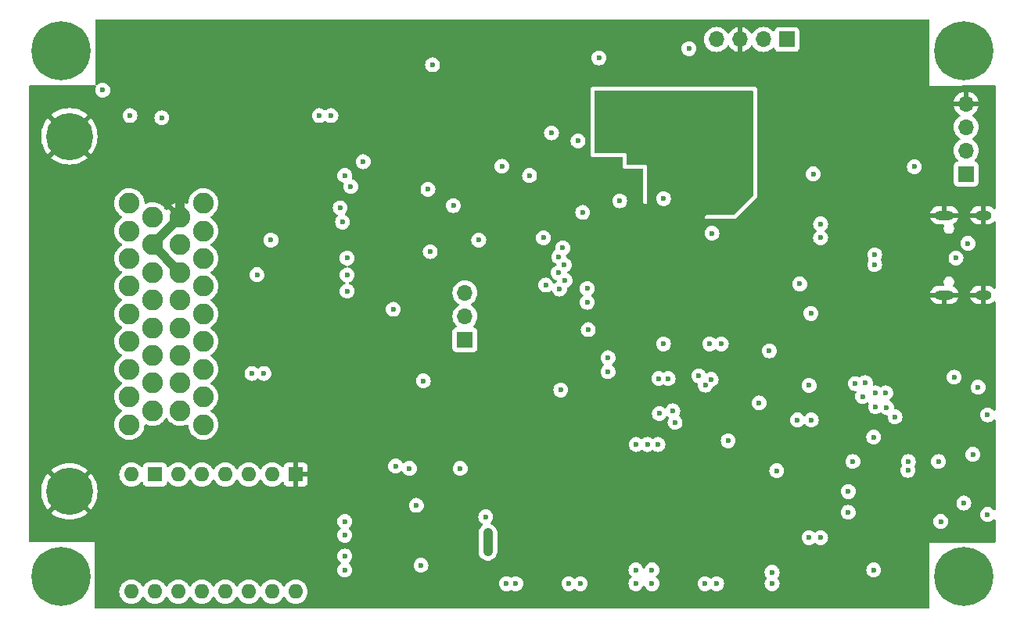
<source format=gbr>
%TF.GenerationSoftware,KiCad,Pcbnew,8.0.6*%
%TF.CreationDate,2024-11-23T21:07:21+07:00*%
%TF.ProjectId,NO2C,4e4f3243-2e6b-4696-9361-645f70636258,vD1*%
%TF.SameCoordinates,Original*%
%TF.FileFunction,Copper,L2,Inr*%
%TF.FilePolarity,Positive*%
%FSLAX46Y46*%
G04 Gerber Fmt 4.6, Leading zero omitted, Abs format (unit mm)*
G04 Created by KiCad (PCBNEW 8.0.6) date 2024-11-23 21:07:21*
%MOMM*%
%LPD*%
G01*
G04 APERTURE LIST*
%TA.AperFunction,ComponentPad*%
%ADD10O,1.600000X1.600000*%
%TD*%
%TA.AperFunction,ComponentPad*%
%ADD11R,1.600000X1.600000*%
%TD*%
%TA.AperFunction,ComponentPad*%
%ADD12C,2.250000*%
%TD*%
%TA.AperFunction,ComponentPad*%
%ADD13C,5.100000*%
%TD*%
%TA.AperFunction,ComponentPad*%
%ADD14R,1.700000X1.700000*%
%TD*%
%TA.AperFunction,ComponentPad*%
%ADD15O,1.700000X1.700000*%
%TD*%
%TA.AperFunction,ComponentPad*%
%ADD16C,0.800000*%
%TD*%
%TA.AperFunction,ComponentPad*%
%ADD17C,6.400000*%
%TD*%
%TA.AperFunction,ComponentPad*%
%ADD18O,2.100000X1.000000*%
%TD*%
%TA.AperFunction,ComponentPad*%
%ADD19O,1.800000X1.000000*%
%TD*%
%TA.AperFunction,ViaPad*%
%ADD20C,0.600000*%
%TD*%
%TA.AperFunction,Conductor*%
%ADD21C,1.000000*%
%TD*%
%TA.AperFunction,Conductor*%
%ADD22C,0.500000*%
%TD*%
G04 APERTURE END LIST*
D10*
%TO.N,/ENBL*%
%TO.C,IC4*%
X11150000Y1902000D03*
%TO.N,unconnected-(IC4-P2-Pad2)*%
X13690000Y1902000D03*
%TO.N,unconnected-(IC4-P3-Pad3)*%
X16230000Y1902000D03*
%TO.N,unconnected-(IC4-P4-Pad4)*%
X18770000Y1902000D03*
%TO.N,+5V*%
X21310000Y1902000D03*
X23850000Y1902000D03*
%TO.N,/STEP*%
X26390000Y1902000D03*
%TO.N,/DIR*%
X28930000Y1902000D03*
D11*
%TO.N,GND*%
X28930000Y14602000D03*
D10*
%TO.N,unconnected-(IC4-P10-Pad10)*%
X26390000Y14602000D03*
%TO.N,/STP-A2*%
X23850000Y14602000D03*
%TO.N,/STP-A1*%
X21310000Y14602000D03*
%TO.N,/STP-B1*%
X18770000Y14602000D03*
%TO.N,/STP-B2*%
X16230000Y14602000D03*
D11*
%TO.N,Earth*%
X13690000Y14602000D03*
D10*
%TO.N,+12V*%
X11150000Y14602000D03*
%TD*%
D12*
%TO.N,+BATT*%
%TO.C,J1*%
X10937500Y44000000D03*
%TO.N,VR1+*%
X10937500Y41000000D03*
%TO.N,/VR1-*%
X10937500Y38000000D03*
%TO.N,/IGN1*%
X10937500Y35000000D03*
%TO.N,/IGN2*%
X10937500Y32000000D03*
%TO.N,/STP-A1*%
X10937500Y29000000D03*
%TO.N,/STP-A2*%
X10937500Y26000000D03*
%TO.N,/STP-B2*%
X10937500Y23000000D03*
%TO.N,/STP-B1*%
X10937500Y20000000D03*
%TO.N,+5V*%
X13437500Y42500000D03*
%TO.N,GND*%
X13437500Y39500000D03*
%TO.N,/VR2-*%
X13437500Y36500000D03*
%TO.N,VR2+*%
X13437500Y33500000D03*
%TO.N,/TACHO*%
X13437500Y30500000D03*
%TO.N,IP*%
X13437500Y27500000D03*
%TO.N,IA*%
X13437500Y24500000D03*
%TO.N,/IDLE*%
X13437500Y21500000D03*
%TO.N,GND*%
X16437500Y42500000D03*
%TO.N,/LAUNCH*%
X16437500Y39500000D03*
%TO.N,GND*%
X16437500Y36500000D03*
%TO.N,UN*%
X16437500Y33500000D03*
%TO.N,VM*%
X16437500Y30500000D03*
%TO.N,HEAT-*%
X16437500Y27500000D03*
%TO.N,CANH*%
X16437500Y24500000D03*
%TO.N,CANL*%
X16437500Y21500000D03*
%TO.N,/O2*%
X18937500Y44000000D03*
%TO.N,/TPS*%
X18937500Y41000000D03*
%TO.N,/CLT*%
X18937500Y38000000D03*
%TO.N,/IAT*%
X18937500Y35000000D03*
%TO.N,/INJ1*%
X18937500Y32000000D03*
%TO.N,/INJ2*%
X18937500Y29000000D03*
%TO.N,/VVT*%
X18937500Y26000000D03*
%TO.N,/BOOST*%
X18937500Y23000000D03*
%TO.N,/FUELP*%
X18937500Y20000000D03*
D13*
%TO.N,GND*%
X4437500Y51250000D03*
X4437500Y12750000D03*
%TD*%
D14*
%TO.N,+3.3V*%
%TO.C,P1*%
X101500000Y47170000D03*
D15*
%TO.N,/SWDIO*%
X101500000Y49710000D03*
%TO.N,/SWCLK*%
X101500000Y52250000D03*
%TO.N,GND*%
X101500000Y54790000D03*
%TD*%
D16*
%TO.N,N/C*%
%TO.C,REF\u002A\u002A*%
X1100000Y60500000D03*
X1802944Y62197056D03*
X1802944Y58802944D03*
X3500000Y62900000D03*
D17*
X3500000Y60500000D03*
D16*
X3500000Y58100000D03*
X5197056Y62197056D03*
X5197056Y58802944D03*
X5900000Y60500000D03*
%TD*%
%TO.N,N/C*%
%TO.C,REF\u002A\u002A*%
X1100000Y3500000D03*
X1802944Y5197056D03*
X1802944Y1802944D03*
X3500000Y5900000D03*
D17*
X3500000Y3500000D03*
D16*
X3500000Y1100000D03*
X5197056Y5197056D03*
X5197056Y1802944D03*
X5900000Y3500000D03*
%TD*%
%TO.N,N/C*%
%TO.C,REF\u002A\u002A*%
X98850000Y60500000D03*
X99552944Y62197056D03*
X99552944Y58802944D03*
X101250000Y62900000D03*
D17*
X101250000Y60500000D03*
D16*
X101250000Y58100000D03*
X102947056Y62197056D03*
X102947056Y58802944D03*
X103650000Y60500000D03*
%TD*%
%TO.N,N/C*%
%TO.C,REF\u002A\u002A*%
X98850000Y3500000D03*
X99552944Y5197056D03*
X99552944Y1802944D03*
X101250000Y5900000D03*
D17*
X101250000Y3500000D03*
D16*
X101250000Y1100000D03*
X102947056Y5197056D03*
X102947056Y1802944D03*
X103650000Y3500000D03*
%TD*%
D14*
%TO.N,+5V*%
%TO.C,JP1*%
X47250000Y29210000D03*
D15*
%TO.N,Net-(IC1-VDD)*%
X47250000Y31750000D03*
%TO.N,+12V*%
X47250000Y34290000D03*
%TD*%
D18*
%TO.N,GND*%
%TO.C,J2*%
X99145000Y34055000D03*
D19*
X103325000Y34055000D03*
D18*
X99145000Y42695000D03*
D19*
X103325000Y42695000D03*
%TD*%
D14*
%TO.N,/PA10*%
%TO.C,P4*%
X82100000Y61750000D03*
D15*
%TO.N,/PA9*%
X79560000Y61750000D03*
%TO.N,GND*%
X77020000Y61750000D03*
%TO.N,+5V*%
X74480000Y61750000D03*
%TD*%
D20*
%TO.N,GND*%
X8100000Y875000D03*
X8050000Y3925000D03*
X8025000Y6600000D03*
%TO.N,+5V*%
X32750000Y53500000D03*
X102225000Y16775000D03*
X31500000Y53500000D03*
X91500000Y18650000D03*
X81000000Y15000000D03*
X102800000Y24050000D03*
X95900000Y47950000D03*
X42500000Y4750000D03*
X8050000Y56250000D03*
%TO.N,+12V*%
X98750000Y9500000D03*
X25500000Y25550000D03*
X14450000Y53250000D03*
X49750000Y7250000D03*
X58500000Y2750000D03*
X46000000Y43750000D03*
X49750000Y6250000D03*
X49750000Y8250000D03*
X24200000Y25550000D03*
X74500000Y2750000D03*
X73250000Y2750000D03*
X59750000Y2750000D03*
%TO.N,/PA3*%
X58000000Y37300000D03*
X34000000Y41950000D03*
%TO.N,/PA4*%
X34500000Y38050000D03*
X57350000Y36450000D03*
%TO.N,/PA5*%
X58100000Y35650000D03*
X34500000Y34475000D03*
%TO.N,/STEP*%
X67000000Y17850000D03*
X69750000Y21500000D03*
%TO.N,/DIR*%
X70000000Y20250000D03*
X68150000Y17850000D03*
%TO.N,/ENBL*%
X65800000Y17850000D03*
X68300000Y21200000D03*
%TO.N,/VR1-*%
X34250000Y5750000D03*
%TO.N,/VR2-*%
X34250000Y8000000D03*
%TO.N,/FUELP*%
X65750000Y4250000D03*
X65750000Y2750000D03*
%TO.N,/BOOST*%
X67500000Y4250000D03*
X67500000Y2750000D03*
%TO.N,/IDLE*%
X51750000Y2750000D03*
X52750000Y2750000D03*
%TO.N,/IGN2*%
X55750000Y40250000D03*
%TO.N,/IGN1*%
X48750000Y40000000D03*
%TO.N,/TACHO*%
X51250000Y48000000D03*
%TO.N,/VVT*%
X80500000Y4000000D03*
X80500000Y2750000D03*
%TO.N,/LAUNCH*%
X62750000Y27250000D03*
%TO.N,/PD11*%
X69250000Y25000000D03*
X46750000Y15250000D03*
%TO.N,Net-(D5-COM)*%
X68750000Y28750000D03*
X62750000Y25750000D03*
%TO.N,/PA2*%
X34900000Y45800000D03*
X57400000Y38200000D03*
%TO.N,/PD10*%
X68250000Y25000000D03*
X41250000Y15250000D03*
%TO.N,/PA0*%
X64000000Y44250000D03*
X59500000Y50750000D03*
%TO.N,/PA1*%
X57850000Y39150000D03*
X43500000Y38750000D03*
%TO.N,Net-(D20-COM)*%
X85750000Y41750000D03*
X84750000Y20500000D03*
%TO.N,Net-(D21-COM)*%
X83250000Y20500000D03*
X85750000Y40250000D03*
%TO.N,CANL*%
X84500000Y7750000D03*
%TO.N,CANH*%
X85750000Y7750000D03*
%TO.N,+BATT*%
X36250000Y48500000D03*
X11000000Y53500000D03*
%TO.N,VR2+*%
X34250000Y9500000D03*
%TO.N,VR1+*%
X34250000Y4250000D03*
%TO.N,/PD8*%
X60500000Y34750000D03*
X39500000Y32500000D03*
%TO.N,/PD14*%
X57500000Y34700000D03*
X54250000Y47000000D03*
%TO.N,HEAT-*%
X103825000Y21050000D03*
X91500000Y4250000D03*
%TO.N,/PD9*%
X42750000Y24750000D03*
X60500000Y33250000D03*
%TO.N,/SWDIO*%
X73275000Y24275000D03*
%TO.N,Net-(U2-NRST)*%
X68750000Y44500000D03*
X71500000Y60750000D03*
%TO.N,GND*%
X24100000Y42200000D03*
X42750000Y40000000D03*
X73250000Y36000000D03*
X34000000Y63000000D03*
X61750000Y54000000D03*
X64750000Y38500000D03*
X70250000Y29000000D03*
X38500000Y12000000D03*
X68750000Y32750000D03*
X29750000Y63000000D03*
X12250000Y61250000D03*
X34950000Y44300000D03*
X55500000Y20000000D03*
X63700000Y48650000D03*
X12250000Y59500000D03*
X93000000Y36500000D03*
X92900000Y28150000D03*
X63250000Y42000000D03*
X30250000Y43650000D03*
X69050000Y14700000D03*
X94000000Y13250000D03*
X76500000Y36000000D03*
X72250000Y47000000D03*
X84500000Y13000000D03*
X73500000Y57350000D03*
X73450000Y15700000D03*
X68750000Y30250000D03*
X96500000Y31250000D03*
X86250000Y14500000D03*
X46750000Y63250000D03*
X44000000Y57050000D03*
X61750000Y52250000D03*
X96500000Y35000000D03*
X52700000Y47400000D03*
X79000000Y20750000D03*
X91500000Y29500000D03*
X89250000Y39250000D03*
X76500000Y34250000D03*
X93250000Y56750000D03*
X13500000Y48500000D03*
X67500000Y58000000D03*
X91500000Y43000000D03*
X93250000Y31950000D03*
X69650000Y55550000D03*
X85700000Y26500000D03*
X88250000Y20250000D03*
X40750000Y38500000D03*
X89500000Y36500000D03*
X103900000Y32450000D03*
X92750000Y13250000D03*
X75650000Y57350000D03*
X66250000Y40750000D03*
X95500000Y61750000D03*
X65000000Y40750000D03*
X87250000Y61750000D03*
X76750000Y51750000D03*
X86750000Y43000000D03*
X33000000Y48000000D03*
X86050000Y16050000D03*
X60000000Y61000000D03*
X30750000Y36250000D03*
X43000000Y31000000D03*
X62250000Y48650000D03*
X86250000Y35250000D03*
X74750000Y49750000D03*
X84500000Y52500000D03*
X31000000Y47250000D03*
X55750000Y41750000D03*
X71500000Y39500000D03*
X82250000Y28650000D03*
X24250000Y40500000D03*
X88250000Y21500000D03*
X87500000Y56750000D03*
X18750000Y63000000D03*
X48150000Y5900000D03*
X98600000Y27400000D03*
X21750000Y46500000D03*
X68750000Y36000000D03*
X21750000Y45250000D03*
X88250000Y7000000D03*
X68750000Y39500000D03*
X54500000Y20000000D03*
X36250000Y60000000D03*
X43000000Y29000000D03*
X88250000Y8750000D03*
X55000000Y30650000D03*
X97500000Y16950000D03*
X64750000Y36000000D03*
X28500000Y63000000D03*
X34950000Y43000000D03*
X63950000Y55450000D03*
X74500000Y55500000D03*
X71400000Y32750000D03*
X40250000Y41250000D03*
X66750000Y29000000D03*
X84500000Y56750000D03*
X96400000Y16950000D03*
X59250000Y24750000D03*
X76500000Y38750000D03*
X76500000Y37500000D03*
X89000000Y33500000D03*
X61500000Y42000000D03*
X73000000Y45750000D03*
X76500000Y28800000D03*
X18500000Y47750000D03*
X98600000Y29350000D03*
X35625000Y41375000D03*
X84600000Y28650000D03*
X89750000Y61750000D03*
X68750000Y46000000D03*
X16750000Y47750000D03*
X83900000Y36750000D03*
X61750000Y50500000D03*
X61850000Y55400000D03*
X90750000Y56750000D03*
X12250000Y63000000D03*
X75300000Y14350000D03*
X65500000Y58000000D03*
X82000000Y26450000D03*
X93250000Y52500000D03*
X69100000Y16700000D03*
X55200000Y28700000D03*
X82500000Y14750000D03*
X35750000Y63000000D03*
X52750000Y24250000D03*
X60250000Y16500000D03*
X76750000Y49750000D03*
X37000000Y16250000D03*
X66400000Y14700000D03*
X38000000Y41250000D03*
X45250000Y32750000D03*
X63500000Y60000000D03*
X87450000Y16050000D03*
X48200000Y4600000D03*
X44000000Y53000000D03*
X103825000Y12675000D03*
X89250000Y43000000D03*
X90500000Y31950000D03*
X59000000Y16500000D03*
X98600000Y25800000D03*
X42250000Y63250000D03*
X96500000Y33000000D03*
X99000000Y32000000D03*
X87000000Y38000000D03*
X45500000Y15750000D03*
X73250000Y49750000D03*
X61500000Y16500000D03*
X38500000Y16250000D03*
X20250000Y63000000D03*
X96500000Y7250000D03*
X54000000Y24250000D03*
X72000000Y48250000D03*
X93750000Y34000000D03*
X92500000Y61750000D03*
X36250000Y57500000D03*
X66800000Y48600000D03*
X36450000Y34500000D03*
X69500000Y58000000D03*
X87500000Y52500000D03*
X76750000Y53750000D03*
X90750000Y52750000D03*
X92250000Y7250000D03*
X27500000Y48000000D03*
X64750000Y33750000D03*
X57000000Y56000000D03*
X76750000Y55500000D03*
X89000000Y48250000D03*
X60500000Y23500000D03*
X83900000Y38700000D03*
X26250000Y36275000D03*
X91750000Y48000000D03*
X68400000Y55550000D03*
X15000000Y47750000D03*
X73250000Y38500000D03*
X76500000Y30400000D03*
X86250000Y13000000D03*
X43250000Y6480000D03*
X14250000Y63000000D03*
X103900000Y31000000D03*
X77800000Y57400000D03*
%TO.N,/SWCLK*%
X80200000Y28000000D03*
%TO.N,/DIAHG*%
X90600000Y24550000D03*
X98500000Y16000000D03*
%TO.N,+3.3V*%
X61750000Y59750000D03*
X49500000Y10000000D03*
X57625000Y23750000D03*
X84950000Y47170000D03*
X60600000Y30300000D03*
X56625000Y51625000D03*
X60000000Y43000000D03*
X33750000Y43500000D03*
X43250000Y45500000D03*
X83500000Y35250000D03*
X26250000Y40000000D03*
X56000000Y35125000D03*
X42000000Y11250000D03*
X24750000Y36250000D03*
X34250000Y47000000D03*
X84500000Y24250000D03*
X39750000Y15500000D03*
X43750000Y59000000D03*
X79100000Y22350000D03*
X75750000Y18250000D03*
X34500000Y36225000D03*
%TO.N,/PA9*%
X72575000Y25275000D03*
%TO.N,/PA10*%
X73900000Y24900000D03*
%TO.N,/USB_D-*%
X91600000Y37350000D03*
X73750000Y28750000D03*
%TO.N,/USB_D+*%
X75000000Y28750000D03*
X91600000Y38400000D03*
X101700000Y39650000D03*
X100400000Y38050000D03*
%TO.N,/UA*%
X95200000Y15050000D03*
X92800000Y23450000D03*
%TO.N,/SPI3_MISO*%
X92900000Y21850000D03*
X90300000Y23050000D03*
%TO.N,/SS3*%
X74000000Y40750000D03*
X91700000Y21950000D03*
X84700000Y32050000D03*
X91700000Y23450000D03*
%TO.N,/SPI3_MOSI*%
X93800000Y20850000D03*
X89500000Y24450000D03*
%TO.N,UN*%
X88750000Y10500000D03*
%TO.N,IP*%
X103825000Y10250000D03*
%TO.N,IA*%
X88750000Y12750000D03*
X101250000Y11500000D03*
%TO.N,VM*%
X100200000Y25150000D03*
X89250000Y16000000D03*
X95250000Y16000000D03*
%TD*%
D21*
%TO.N,+12V*%
X49750000Y8250000D02*
X49750000Y6250000D01*
%TO.N,GND*%
X16437500Y42500000D02*
X16437500Y45187500D01*
X13437500Y39500000D02*
X16437500Y42500000D01*
D22*
X16437500Y45187500D02*
X16450000Y45200000D01*
D21*
X16437500Y36500000D02*
X13437500Y39500000D01*
%TD*%
%TA.AperFunction,Conductor*%
%TO.N,GND*%
G36*
X97493039Y63904815D02*
G01*
X97538794Y63852011D01*
X97550000Y63800500D01*
X97550000Y60609680D01*
X97549830Y60603190D01*
X97544422Y60500001D01*
X97544422Y60500000D01*
X97549830Y60396812D01*
X97550000Y60390322D01*
X97550000Y56750001D01*
X97550000Y56750000D01*
X104549639Y56798609D01*
X104616813Y56779390D01*
X104662934Y56726905D01*
X104674500Y56674612D01*
X104674500Y43459077D01*
X104654815Y43392038D01*
X104602011Y43346283D01*
X104532853Y43336339D01*
X104469297Y43365364D01*
X104462819Y43371396D01*
X104362466Y43471749D01*
X104362462Y43471752D01*
X104198684Y43581186D01*
X104198671Y43581193D01*
X104016693Y43656570D01*
X104016681Y43656573D01*
X103823495Y43695000D01*
X103575000Y43695000D01*
X103575000Y42995000D01*
X103075000Y42995000D01*
X103075000Y43695000D01*
X102826504Y43695000D01*
X102633318Y43656573D01*
X102633306Y43656570D01*
X102451328Y43581193D01*
X102451315Y43581186D01*
X102287537Y43471752D01*
X102287533Y43471749D01*
X102148251Y43332467D01*
X102148248Y43332463D01*
X102038814Y43168685D01*
X102038807Y43168672D01*
X101963430Y42986693D01*
X101963430Y42986691D01*
X101955138Y42945000D01*
X102758012Y42945000D01*
X102740795Y42935060D01*
X102684940Y42879205D01*
X102645444Y42810796D01*
X102625000Y42734496D01*
X102625000Y42655504D01*
X102645444Y42579204D01*
X102684940Y42510795D01*
X102740795Y42454940D01*
X102758012Y42445000D01*
X101955138Y42445000D01*
X101963430Y42403310D01*
X101963430Y42403308D01*
X102038807Y42221329D01*
X102038814Y42221316D01*
X102148248Y42057538D01*
X102148251Y42057534D01*
X102287533Y41918252D01*
X102287537Y41918249D01*
X102451315Y41808815D01*
X102451328Y41808808D01*
X102633306Y41733431D01*
X102633318Y41733428D01*
X102826504Y41695001D01*
X102826508Y41695000D01*
X103075000Y41695000D01*
X103075000Y42395000D01*
X103575000Y42395000D01*
X103575000Y41695000D01*
X103823492Y41695000D01*
X103823495Y41695001D01*
X104016681Y41733428D01*
X104016693Y41733431D01*
X104198671Y41808808D01*
X104198684Y41808815D01*
X104362462Y41918249D01*
X104362466Y41918252D01*
X104462819Y42018604D01*
X104524142Y42052089D01*
X104593834Y42047105D01*
X104649767Y42005233D01*
X104674184Y41939769D01*
X104674500Y41930923D01*
X104674500Y34819077D01*
X104654815Y34752038D01*
X104602011Y34706283D01*
X104532853Y34696339D01*
X104469297Y34725364D01*
X104462819Y34731396D01*
X104362466Y34831749D01*
X104362462Y34831752D01*
X104198684Y34941186D01*
X104198671Y34941193D01*
X104016693Y35016570D01*
X104016681Y35016573D01*
X103823495Y35055000D01*
X103575000Y35055000D01*
X103575000Y34355000D01*
X103075000Y34355000D01*
X103075000Y35055000D01*
X102826504Y35055000D01*
X102633318Y35016573D01*
X102633306Y35016570D01*
X102451328Y34941193D01*
X102451315Y34941186D01*
X102287537Y34831752D01*
X102287533Y34831749D01*
X102148251Y34692467D01*
X102148248Y34692463D01*
X102038814Y34528685D01*
X102038807Y34528672D01*
X101963430Y34346693D01*
X101963430Y34346691D01*
X101955138Y34305000D01*
X102758012Y34305000D01*
X102740795Y34295060D01*
X102684940Y34239205D01*
X102645444Y34170796D01*
X102625000Y34094496D01*
X102625000Y34015504D01*
X102645444Y33939204D01*
X102684940Y33870795D01*
X102740795Y33814940D01*
X102758012Y33805000D01*
X101955138Y33805000D01*
X101963430Y33763310D01*
X101963430Y33763308D01*
X102038807Y33581329D01*
X102038814Y33581316D01*
X102148248Y33417538D01*
X102148251Y33417534D01*
X102287533Y33278252D01*
X102287537Y33278249D01*
X102451315Y33168815D01*
X102451328Y33168808D01*
X102633306Y33093431D01*
X102633318Y33093428D01*
X102826504Y33055001D01*
X102826508Y33055000D01*
X103075000Y33055000D01*
X103075000Y33755000D01*
X103575000Y33755000D01*
X103575000Y33055000D01*
X103823492Y33055000D01*
X103823495Y33055001D01*
X104016681Y33093428D01*
X104016693Y33093431D01*
X104198671Y33168808D01*
X104198684Y33168815D01*
X104362462Y33278249D01*
X104362466Y33278252D01*
X104462819Y33378604D01*
X104524142Y33412089D01*
X104593834Y33407105D01*
X104649767Y33365233D01*
X104674184Y33299769D01*
X104674500Y33290923D01*
X104674500Y21631159D01*
X104654815Y21564120D01*
X104602011Y21518365D01*
X104532853Y21508421D01*
X104469297Y21537446D01*
X104459770Y21547369D01*
X104459740Y21547338D01*
X104327262Y21679816D01*
X104174523Y21775789D01*
X104004254Y21835369D01*
X104004249Y21835370D01*
X103825004Y21855565D01*
X103824996Y21855565D01*
X103645750Y21835370D01*
X103645745Y21835369D01*
X103475476Y21775789D01*
X103322737Y21679816D01*
X103195184Y21552263D01*
X103099211Y21399524D01*
X103039631Y21229255D01*
X103039630Y21229250D01*
X103019435Y21050004D01*
X103019435Y21049997D01*
X103039630Y20870751D01*
X103039631Y20870746D01*
X103099211Y20700477D01*
X103162646Y20599522D01*
X103195184Y20547738D01*
X103322738Y20420184D01*
X103413080Y20363418D01*
X103439139Y20347044D01*
X103475478Y20324211D01*
X103645745Y20264632D01*
X103645750Y20264631D01*
X103824996Y20244435D01*
X103825000Y20244435D01*
X103825004Y20244435D01*
X104004249Y20264631D01*
X104004252Y20264632D01*
X104004255Y20264632D01*
X104174522Y20324211D01*
X104327262Y20420184D01*
X104454816Y20547738D01*
X104454816Y20547739D01*
X104459740Y20552662D01*
X104461011Y20551391D01*
X104510740Y20586295D01*
X104580552Y20589145D01*
X104640822Y20553800D01*
X104672416Y20491482D01*
X104674500Y20468842D01*
X104674500Y10831159D01*
X104654815Y10764120D01*
X104602011Y10718365D01*
X104532853Y10708421D01*
X104469297Y10737446D01*
X104459770Y10747369D01*
X104459740Y10747338D01*
X104327262Y10879816D01*
X104174523Y10975789D01*
X104004254Y11035369D01*
X104004249Y11035370D01*
X103825004Y11055565D01*
X103824996Y11055565D01*
X103645750Y11035370D01*
X103645745Y11035369D01*
X103475476Y10975789D01*
X103322737Y10879816D01*
X103195184Y10752263D01*
X103099211Y10599524D01*
X103039631Y10429255D01*
X103039630Y10429250D01*
X103019435Y10250004D01*
X103019435Y10249997D01*
X103039630Y10070751D01*
X103039631Y10070746D01*
X103099211Y9900477D01*
X103169166Y9789145D01*
X103195184Y9747738D01*
X103322738Y9620184D01*
X103475478Y9524211D01*
X103645745Y9464632D01*
X103645750Y9464631D01*
X103824996Y9444435D01*
X103825000Y9444435D01*
X103825004Y9444435D01*
X104004249Y9464631D01*
X104004252Y9464632D01*
X104004255Y9464632D01*
X104174522Y9524211D01*
X104327262Y9620184D01*
X104454816Y9747738D01*
X104454816Y9747739D01*
X104459740Y9752662D01*
X104461011Y9751391D01*
X104510740Y9786295D01*
X104580552Y9789145D01*
X104640822Y9753800D01*
X104672416Y9691482D01*
X104674500Y9668842D01*
X104674500Y7324000D01*
X104654815Y7256961D01*
X104602011Y7211206D01*
X104550500Y7200000D01*
X101359678Y7200000D01*
X101353188Y7200170D01*
X101250001Y7205578D01*
X101249999Y7205578D01*
X101146812Y7200170D01*
X101140322Y7200000D01*
X97500000Y7200000D01*
X97500000Y199500D01*
X97480315Y132461D01*
X97427511Y86706D01*
X97376000Y75500D01*
X7324000Y75500D01*
X7256961Y95185D01*
X7211206Y147989D01*
X7200000Y199500D01*
X7200000Y1902002D01*
X9844532Y1902002D01*
X9844532Y1901999D01*
X9864364Y1675314D01*
X9864366Y1675303D01*
X9923258Y1455512D01*
X9923261Y1455503D01*
X10019431Y1249268D01*
X10019432Y1249266D01*
X10149954Y1062859D01*
X10310858Y901955D01*
X10310861Y901953D01*
X10497266Y771432D01*
X10703504Y675261D01*
X10923308Y616365D01*
X11085230Y602199D01*
X11149998Y596532D01*
X11150000Y596532D01*
X11150002Y596532D01*
X11206673Y601491D01*
X11376692Y616365D01*
X11596496Y675261D01*
X11802734Y771432D01*
X11989139Y901953D01*
X12150047Y1062861D01*
X12280568Y1249266D01*
X12307618Y1307276D01*
X12353790Y1359715D01*
X12420983Y1378867D01*
X12487865Y1358652D01*
X12532382Y1307275D01*
X12559429Y1249272D01*
X12559432Y1249266D01*
X12689954Y1062859D01*
X12850858Y901955D01*
X12850861Y901953D01*
X13037266Y771432D01*
X13243504Y675261D01*
X13463308Y616365D01*
X13625230Y602199D01*
X13689998Y596532D01*
X13690000Y596532D01*
X13690002Y596532D01*
X13746673Y601491D01*
X13916692Y616365D01*
X14136496Y675261D01*
X14342734Y771432D01*
X14529139Y901953D01*
X14690047Y1062861D01*
X14820568Y1249266D01*
X14847618Y1307276D01*
X14893790Y1359715D01*
X14960983Y1378867D01*
X15027865Y1358652D01*
X15072382Y1307275D01*
X15099429Y1249272D01*
X15099432Y1249266D01*
X15229954Y1062859D01*
X15390858Y901955D01*
X15390861Y901953D01*
X15577266Y771432D01*
X15783504Y675261D01*
X16003308Y616365D01*
X16165230Y602199D01*
X16229998Y596532D01*
X16230000Y596532D01*
X16230002Y596532D01*
X16286673Y601491D01*
X16456692Y616365D01*
X16676496Y675261D01*
X16882734Y771432D01*
X17069139Y901953D01*
X17230047Y1062861D01*
X17360568Y1249266D01*
X17387618Y1307276D01*
X17433790Y1359715D01*
X17500983Y1378867D01*
X17567865Y1358652D01*
X17612382Y1307275D01*
X17639429Y1249272D01*
X17639432Y1249266D01*
X17769954Y1062859D01*
X17930858Y901955D01*
X17930861Y901953D01*
X18117266Y771432D01*
X18323504Y675261D01*
X18543308Y616365D01*
X18705230Y602199D01*
X18769998Y596532D01*
X18770000Y596532D01*
X18770002Y596532D01*
X18826673Y601491D01*
X18996692Y616365D01*
X19216496Y675261D01*
X19422734Y771432D01*
X19609139Y901953D01*
X19770047Y1062861D01*
X19900568Y1249266D01*
X19927618Y1307276D01*
X19973790Y1359715D01*
X20040983Y1378867D01*
X20107865Y1358652D01*
X20152382Y1307275D01*
X20179429Y1249272D01*
X20179432Y1249266D01*
X20309954Y1062859D01*
X20470858Y901955D01*
X20470861Y901953D01*
X20657266Y771432D01*
X20863504Y675261D01*
X21083308Y616365D01*
X21245230Y602199D01*
X21309998Y596532D01*
X21310000Y596532D01*
X21310002Y596532D01*
X21366673Y601491D01*
X21536692Y616365D01*
X21756496Y675261D01*
X21962734Y771432D01*
X22149139Y901953D01*
X22310047Y1062861D01*
X22440568Y1249266D01*
X22467618Y1307276D01*
X22513790Y1359715D01*
X22580983Y1378867D01*
X22647865Y1358652D01*
X22692382Y1307275D01*
X22719429Y1249272D01*
X22719432Y1249266D01*
X22849954Y1062859D01*
X23010858Y901955D01*
X23010861Y901953D01*
X23197266Y771432D01*
X23403504Y675261D01*
X23623308Y616365D01*
X23785230Y602199D01*
X23849998Y596532D01*
X23850000Y596532D01*
X23850002Y596532D01*
X23906673Y601491D01*
X24076692Y616365D01*
X24296496Y675261D01*
X24502734Y771432D01*
X24689139Y901953D01*
X24850047Y1062861D01*
X24980568Y1249266D01*
X25007618Y1307276D01*
X25053790Y1359715D01*
X25120983Y1378867D01*
X25187865Y1358652D01*
X25232382Y1307275D01*
X25259429Y1249272D01*
X25259432Y1249266D01*
X25389954Y1062859D01*
X25550858Y901955D01*
X25550861Y901953D01*
X25737266Y771432D01*
X25943504Y675261D01*
X26163308Y616365D01*
X26325230Y602199D01*
X26389998Y596532D01*
X26390000Y596532D01*
X26390002Y596532D01*
X26446673Y601491D01*
X26616692Y616365D01*
X26836496Y675261D01*
X27042734Y771432D01*
X27229139Y901953D01*
X27390047Y1062861D01*
X27520568Y1249266D01*
X27547618Y1307276D01*
X27593790Y1359715D01*
X27660983Y1378867D01*
X27727865Y1358652D01*
X27772382Y1307275D01*
X27799429Y1249272D01*
X27799432Y1249266D01*
X27929954Y1062859D01*
X28090858Y901955D01*
X28090861Y901953D01*
X28277266Y771432D01*
X28483504Y675261D01*
X28703308Y616365D01*
X28865230Y602199D01*
X28929998Y596532D01*
X28930000Y596532D01*
X28930002Y596532D01*
X28986673Y601491D01*
X29156692Y616365D01*
X29376496Y675261D01*
X29582734Y771432D01*
X29769139Y901953D01*
X29930047Y1062861D01*
X30060568Y1249266D01*
X30156739Y1455504D01*
X30215635Y1675308D01*
X30235468Y1902000D01*
X30215635Y2128692D01*
X30156739Y2348496D01*
X30060568Y2554734D01*
X29930047Y2741139D01*
X29930045Y2741142D01*
X29921183Y2750004D01*
X50944435Y2750004D01*
X50944435Y2749997D01*
X50964630Y2570751D01*
X50964631Y2570746D01*
X51024211Y2400477D01*
X51118066Y2251109D01*
X51120184Y2247738D01*
X51247738Y2120184D01*
X51400478Y2024211D01*
X51570745Y1964632D01*
X51570750Y1964631D01*
X51749996Y1944435D01*
X51750000Y1944435D01*
X51750004Y1944435D01*
X51929249Y1964631D01*
X51929252Y1964632D01*
X51929255Y1964632D01*
X52099522Y2024211D01*
X52184027Y2077309D01*
X52251264Y2096310D01*
X52315973Y2077309D01*
X52400475Y2024212D01*
X52570745Y1964632D01*
X52570750Y1964631D01*
X52749996Y1944435D01*
X52750000Y1944435D01*
X52750004Y1944435D01*
X52929249Y1964631D01*
X52929252Y1964632D01*
X52929255Y1964632D01*
X53099522Y2024211D01*
X53252262Y2120184D01*
X53379816Y2247738D01*
X53475789Y2400478D01*
X53535368Y2570745D01*
X53555565Y2750000D01*
X53555565Y2750004D01*
X57694435Y2750004D01*
X57694435Y2749997D01*
X57714630Y2570751D01*
X57714631Y2570746D01*
X57774211Y2400477D01*
X57868066Y2251109D01*
X57870184Y2247738D01*
X57997738Y2120184D01*
X58150478Y2024211D01*
X58320745Y1964632D01*
X58320750Y1964631D01*
X58499996Y1944435D01*
X58500000Y1944435D01*
X58500004Y1944435D01*
X58679249Y1964631D01*
X58679252Y1964632D01*
X58679255Y1964632D01*
X58849522Y2024211D01*
X59002262Y2120184D01*
X59037319Y2155241D01*
X59098642Y2188726D01*
X59168334Y2183742D01*
X59212681Y2155241D01*
X59247738Y2120184D01*
X59400478Y2024211D01*
X59570745Y1964632D01*
X59570750Y1964631D01*
X59749996Y1944435D01*
X59750000Y1944435D01*
X59750004Y1944435D01*
X59929249Y1964631D01*
X59929252Y1964632D01*
X59929255Y1964632D01*
X60099522Y2024211D01*
X60252262Y2120184D01*
X60379816Y2247738D01*
X60475789Y2400478D01*
X60535368Y2570745D01*
X60555565Y2750000D01*
X60535368Y2929255D01*
X60475789Y3099522D01*
X60379816Y3252262D01*
X60252262Y3379816D01*
X60190961Y3418334D01*
X60099523Y3475789D01*
X59929254Y3535369D01*
X59929249Y3535370D01*
X59750004Y3555565D01*
X59749996Y3555565D01*
X59570750Y3535370D01*
X59570745Y3535369D01*
X59400476Y3475789D01*
X59247737Y3379816D01*
X59212681Y3344759D01*
X59151358Y3311274D01*
X59081666Y3316258D01*
X59037319Y3344759D01*
X59002262Y3379816D01*
X58849523Y3475789D01*
X58679254Y3535369D01*
X58679249Y3535370D01*
X58500004Y3555565D01*
X58499996Y3555565D01*
X58320750Y3535370D01*
X58320745Y3535369D01*
X58150476Y3475789D01*
X57997737Y3379816D01*
X57870184Y3252263D01*
X57774211Y3099524D01*
X57714631Y2929255D01*
X57714630Y2929250D01*
X57694435Y2750004D01*
X53555565Y2750004D01*
X53535368Y2929255D01*
X53475789Y3099522D01*
X53379816Y3252262D01*
X53252262Y3379816D01*
X53190961Y3418334D01*
X53099523Y3475789D01*
X52929254Y3535369D01*
X52929249Y3535370D01*
X52750004Y3555565D01*
X52749996Y3555565D01*
X52570750Y3535370D01*
X52570737Y3535367D01*
X52400479Y3475791D01*
X52315971Y3422691D01*
X52248734Y3403691D01*
X52184029Y3422691D01*
X52099520Y3475791D01*
X51929262Y3535367D01*
X51929249Y3535370D01*
X51750004Y3555565D01*
X51749996Y3555565D01*
X51570750Y3535370D01*
X51570745Y3535369D01*
X51400476Y3475789D01*
X51247737Y3379816D01*
X51120184Y3252263D01*
X51024211Y3099524D01*
X50964631Y2929255D01*
X50964630Y2929250D01*
X50944435Y2750004D01*
X29921183Y2750004D01*
X29769141Y2902046D01*
X29582734Y3032568D01*
X29582732Y3032569D01*
X29376497Y3128739D01*
X29376488Y3128742D01*
X29156697Y3187634D01*
X29156693Y3187635D01*
X29156692Y3187635D01*
X29156691Y3187636D01*
X29156686Y3187636D01*
X28930002Y3207468D01*
X28929998Y3207468D01*
X28703313Y3187636D01*
X28703302Y3187634D01*
X28483511Y3128742D01*
X28483502Y3128739D01*
X28277267Y3032569D01*
X28277265Y3032568D01*
X28090858Y2902046D01*
X27929954Y2741142D01*
X27799432Y2554735D01*
X27799431Y2554733D01*
X27772382Y2496725D01*
X27726209Y2444286D01*
X27659016Y2425134D01*
X27592135Y2445350D01*
X27547618Y2496725D01*
X27520568Y2554733D01*
X27520567Y2554735D01*
X27390045Y2741142D01*
X27229141Y2902046D01*
X27042734Y3032568D01*
X27042732Y3032569D01*
X26836497Y3128739D01*
X26836488Y3128742D01*
X26616697Y3187634D01*
X26616693Y3187635D01*
X26616692Y3187635D01*
X26616691Y3187636D01*
X26616686Y3187636D01*
X26390002Y3207468D01*
X26389998Y3207468D01*
X26163313Y3187636D01*
X26163302Y3187634D01*
X25943511Y3128742D01*
X25943502Y3128739D01*
X25737267Y3032569D01*
X25737265Y3032568D01*
X25550858Y2902046D01*
X25389954Y2741142D01*
X25259432Y2554735D01*
X25259431Y2554733D01*
X25232382Y2496725D01*
X25186209Y2444286D01*
X25119016Y2425134D01*
X25052135Y2445350D01*
X25007618Y2496725D01*
X24980568Y2554733D01*
X24980567Y2554735D01*
X24850045Y2741142D01*
X24689141Y2902046D01*
X24502734Y3032568D01*
X24502732Y3032569D01*
X24296497Y3128739D01*
X24296488Y3128742D01*
X24076697Y3187634D01*
X24076693Y3187635D01*
X24076692Y3187635D01*
X24076691Y3187636D01*
X24076686Y3187636D01*
X23850002Y3207468D01*
X23849998Y3207468D01*
X23623313Y3187636D01*
X23623302Y3187634D01*
X23403511Y3128742D01*
X23403502Y3128739D01*
X23197267Y3032569D01*
X23197265Y3032568D01*
X23010858Y2902046D01*
X22849954Y2741142D01*
X22719432Y2554735D01*
X22719431Y2554733D01*
X22692382Y2496725D01*
X22646209Y2444286D01*
X22579016Y2425134D01*
X22512135Y2445350D01*
X22467618Y2496725D01*
X22440568Y2554733D01*
X22440567Y2554735D01*
X22310045Y2741142D01*
X22149141Y2902046D01*
X21962734Y3032568D01*
X21962732Y3032569D01*
X21756497Y3128739D01*
X21756488Y3128742D01*
X21536697Y3187634D01*
X21536693Y3187635D01*
X21536692Y3187635D01*
X21536691Y3187636D01*
X21536686Y3187636D01*
X21310002Y3207468D01*
X21309998Y3207468D01*
X21083313Y3187636D01*
X21083302Y3187634D01*
X20863511Y3128742D01*
X20863502Y3128739D01*
X20657267Y3032569D01*
X20657265Y3032568D01*
X20470858Y2902046D01*
X20309954Y2741142D01*
X20179432Y2554735D01*
X20179431Y2554733D01*
X20152382Y2496725D01*
X20106209Y2444286D01*
X20039016Y2425134D01*
X19972135Y2445350D01*
X19927618Y2496725D01*
X19900568Y2554733D01*
X19900567Y2554735D01*
X19770045Y2741142D01*
X19609141Y2902046D01*
X19422734Y3032568D01*
X19422732Y3032569D01*
X19216497Y3128739D01*
X19216488Y3128742D01*
X18996697Y3187634D01*
X18996693Y3187635D01*
X18996692Y3187635D01*
X18996691Y3187636D01*
X18996686Y3187636D01*
X18770002Y3207468D01*
X18769998Y3207468D01*
X18543313Y3187636D01*
X18543302Y3187634D01*
X18323511Y3128742D01*
X18323502Y3128739D01*
X18117267Y3032569D01*
X18117265Y3032568D01*
X17930858Y2902046D01*
X17769954Y2741142D01*
X17639432Y2554735D01*
X17639431Y2554733D01*
X17612382Y2496725D01*
X17566209Y2444286D01*
X17499016Y2425134D01*
X17432135Y2445350D01*
X17387618Y2496725D01*
X17360568Y2554733D01*
X17360567Y2554735D01*
X17230045Y2741142D01*
X17069141Y2902046D01*
X16882734Y3032568D01*
X16882732Y3032569D01*
X16676497Y3128739D01*
X16676488Y3128742D01*
X16456697Y3187634D01*
X16456693Y3187635D01*
X16456692Y3187635D01*
X16456691Y3187636D01*
X16456686Y3187636D01*
X16230002Y3207468D01*
X16229998Y3207468D01*
X16003313Y3187636D01*
X16003302Y3187634D01*
X15783511Y3128742D01*
X15783502Y3128739D01*
X15577267Y3032569D01*
X15577265Y3032568D01*
X15390858Y2902046D01*
X15229954Y2741142D01*
X15099432Y2554735D01*
X15099431Y2554733D01*
X15072382Y2496725D01*
X15026209Y2444286D01*
X14959016Y2425134D01*
X14892135Y2445350D01*
X14847618Y2496725D01*
X14820568Y2554733D01*
X14820567Y2554735D01*
X14690045Y2741142D01*
X14529141Y2902046D01*
X14342734Y3032568D01*
X14342732Y3032569D01*
X14136497Y3128739D01*
X14136488Y3128742D01*
X13916697Y3187634D01*
X13916693Y3187635D01*
X13916692Y3187635D01*
X13916691Y3187636D01*
X13916686Y3187636D01*
X13690002Y3207468D01*
X13689998Y3207468D01*
X13463313Y3187636D01*
X13463302Y3187634D01*
X13243511Y3128742D01*
X13243502Y3128739D01*
X13037267Y3032569D01*
X13037265Y3032568D01*
X12850858Y2902046D01*
X12689954Y2741142D01*
X12559432Y2554735D01*
X12559431Y2554733D01*
X12532382Y2496725D01*
X12486209Y2444286D01*
X12419016Y2425134D01*
X12352135Y2445350D01*
X12307618Y2496725D01*
X12280568Y2554733D01*
X12280567Y2554735D01*
X12150045Y2741142D01*
X11989141Y2902046D01*
X11802734Y3032568D01*
X11802732Y3032569D01*
X11596497Y3128739D01*
X11596488Y3128742D01*
X11376697Y3187634D01*
X11376693Y3187635D01*
X11376692Y3187635D01*
X11376691Y3187636D01*
X11376686Y3187636D01*
X11150002Y3207468D01*
X11149998Y3207468D01*
X10923313Y3187636D01*
X10923302Y3187634D01*
X10703511Y3128742D01*
X10703502Y3128739D01*
X10497267Y3032569D01*
X10497265Y3032568D01*
X10310858Y2902046D01*
X10149954Y2741142D01*
X10019432Y2554735D01*
X10019431Y2554733D01*
X9923261Y2348498D01*
X9923258Y2348489D01*
X9864366Y2128698D01*
X9864364Y2128687D01*
X9844532Y1902002D01*
X7200000Y1902002D01*
X7200000Y3390322D01*
X7200170Y3396812D01*
X7205578Y3500000D01*
X7205578Y3500001D01*
X7200170Y3603190D01*
X7200000Y3609680D01*
X7200000Y5750004D01*
X33444435Y5750004D01*
X33444435Y5749997D01*
X33464630Y5570751D01*
X33464631Y5570746D01*
X33524211Y5400477D01*
X33594916Y5287951D01*
X33620184Y5247738D01*
X33747738Y5120184D01*
X33771911Y5104995D01*
X33771913Y5104994D01*
X33818204Y5052659D01*
X33828852Y4983605D01*
X33800477Y4919757D01*
X33771913Y4895006D01*
X33747737Y4879816D01*
X33620184Y4752263D01*
X33524211Y4599524D01*
X33464631Y4429255D01*
X33464630Y4429250D01*
X33444435Y4250004D01*
X33444435Y4249997D01*
X33464630Y4070751D01*
X33464631Y4070746D01*
X33524211Y3900477D01*
X33620184Y3747738D01*
X33747738Y3620184D01*
X33771913Y3604994D01*
X33882721Y3535368D01*
X33900478Y3524211D01*
X34038860Y3475789D01*
X34070745Y3464632D01*
X34070750Y3464631D01*
X34249996Y3444435D01*
X34250000Y3444435D01*
X34250004Y3444435D01*
X34429249Y3464631D01*
X34429252Y3464632D01*
X34429255Y3464632D01*
X34599522Y3524211D01*
X34752262Y3620184D01*
X34879816Y3747738D01*
X34975789Y3900478D01*
X35035368Y4070745D01*
X35035840Y4074935D01*
X35055565Y4249997D01*
X35055565Y4250004D01*
X35035369Y4429250D01*
X35035368Y4429255D01*
X35032125Y4438522D01*
X34975789Y4599522D01*
X34881235Y4750004D01*
X41694435Y4750004D01*
X41694435Y4749997D01*
X41714630Y4570751D01*
X41714631Y4570746D01*
X41774211Y4400477D01*
X41855924Y4270433D01*
X41870184Y4247738D01*
X41997738Y4120184D01*
X42150478Y4024211D01*
X42320745Y3964632D01*
X42320750Y3964631D01*
X42499996Y3944435D01*
X42500000Y3944435D01*
X42500004Y3944435D01*
X42679249Y3964631D01*
X42679252Y3964632D01*
X42679255Y3964632D01*
X42849522Y4024211D01*
X43002262Y4120184D01*
X43129816Y4247738D01*
X43131240Y4250004D01*
X64944435Y4250004D01*
X64944435Y4249997D01*
X64964630Y4070751D01*
X64964631Y4070746D01*
X65024211Y3900477D01*
X65120184Y3747738D01*
X65247738Y3620184D01*
X65264455Y3609680D01*
X65271913Y3604994D01*
X65318204Y3552659D01*
X65328852Y3483605D01*
X65300477Y3419757D01*
X65271913Y3395006D01*
X65247737Y3379816D01*
X65120184Y3252263D01*
X65024211Y3099524D01*
X64964631Y2929255D01*
X64964630Y2929250D01*
X64944435Y2750004D01*
X64944435Y2749997D01*
X64964630Y2570751D01*
X64964631Y2570746D01*
X65024211Y2400477D01*
X65118066Y2251109D01*
X65120184Y2247738D01*
X65247738Y2120184D01*
X65400478Y2024211D01*
X65570745Y1964632D01*
X65570750Y1964631D01*
X65749996Y1944435D01*
X65750000Y1944435D01*
X65750004Y1944435D01*
X65929249Y1964631D01*
X65929252Y1964632D01*
X65929255Y1964632D01*
X66099522Y2024211D01*
X66252262Y2120184D01*
X66379816Y2247738D01*
X66475789Y2400478D01*
X66507958Y2492413D01*
X66548680Y2549188D01*
X66613633Y2574935D01*
X66682194Y2561479D01*
X66732597Y2513092D01*
X66742042Y2492412D01*
X66774211Y2400477D01*
X66868066Y2251109D01*
X66870184Y2247738D01*
X66997738Y2120184D01*
X67150478Y2024211D01*
X67320745Y1964632D01*
X67320750Y1964631D01*
X67499996Y1944435D01*
X67500000Y1944435D01*
X67500004Y1944435D01*
X67679249Y1964631D01*
X67679252Y1964632D01*
X67679255Y1964632D01*
X67849522Y2024211D01*
X68002262Y2120184D01*
X68129816Y2247738D01*
X68225789Y2400478D01*
X68285368Y2570745D01*
X68305565Y2750000D01*
X68305565Y2750004D01*
X72444435Y2750004D01*
X72444435Y2749997D01*
X72464630Y2570751D01*
X72464631Y2570746D01*
X72524211Y2400477D01*
X72618066Y2251109D01*
X72620184Y2247738D01*
X72747738Y2120184D01*
X72900478Y2024211D01*
X73070745Y1964632D01*
X73070750Y1964631D01*
X73249996Y1944435D01*
X73250000Y1944435D01*
X73250004Y1944435D01*
X73429249Y1964631D01*
X73429252Y1964632D01*
X73429255Y1964632D01*
X73599522Y2024211D01*
X73752262Y2120184D01*
X73787319Y2155241D01*
X73848642Y2188726D01*
X73918334Y2183742D01*
X73962681Y2155241D01*
X73997738Y2120184D01*
X74150478Y2024211D01*
X74320745Y1964632D01*
X74320750Y1964631D01*
X74499996Y1944435D01*
X74500000Y1944435D01*
X74500004Y1944435D01*
X74679249Y1964631D01*
X74679252Y1964632D01*
X74679255Y1964632D01*
X74849522Y2024211D01*
X75002262Y2120184D01*
X75129816Y2247738D01*
X75225789Y2400478D01*
X75285368Y2570745D01*
X75305565Y2750000D01*
X75285368Y2929255D01*
X75225789Y3099522D01*
X75129816Y3252262D01*
X75002262Y3379816D01*
X74940961Y3418334D01*
X74849523Y3475789D01*
X74679254Y3535369D01*
X74679249Y3535370D01*
X74500004Y3555565D01*
X74499996Y3555565D01*
X74320750Y3535370D01*
X74320745Y3535369D01*
X74150476Y3475789D01*
X73997737Y3379816D01*
X73962681Y3344759D01*
X73901358Y3311274D01*
X73831666Y3316258D01*
X73787319Y3344759D01*
X73752262Y3379816D01*
X73599523Y3475789D01*
X73429254Y3535369D01*
X73429249Y3535370D01*
X73250004Y3555565D01*
X73249996Y3555565D01*
X73070750Y3535370D01*
X73070745Y3535369D01*
X72900476Y3475789D01*
X72747737Y3379816D01*
X72620184Y3252263D01*
X72524211Y3099524D01*
X72464631Y2929255D01*
X72464630Y2929250D01*
X72444435Y2750004D01*
X68305565Y2750004D01*
X68285368Y2929255D01*
X68225789Y3099522D01*
X68129816Y3252262D01*
X68002262Y3379816D01*
X67978084Y3395008D01*
X67931796Y3447339D01*
X67921146Y3516393D01*
X67949521Y3580242D01*
X67978082Y3604991D01*
X68002262Y3620184D01*
X68129816Y3747738D01*
X68225789Y3900478D01*
X68260615Y4000004D01*
X79694435Y4000004D01*
X79694435Y3999997D01*
X79714630Y3820751D01*
X79714631Y3820746D01*
X79774211Y3650477D01*
X79870184Y3497738D01*
X79905241Y3462681D01*
X79938726Y3401358D01*
X79933742Y3331666D01*
X79905241Y3287319D01*
X79870184Y3252263D01*
X79774211Y3099524D01*
X79714631Y2929255D01*
X79714630Y2929250D01*
X79694435Y2750004D01*
X79694435Y2749997D01*
X79714630Y2570751D01*
X79714631Y2570746D01*
X79774211Y2400477D01*
X79868066Y2251109D01*
X79870184Y2247738D01*
X79997738Y2120184D01*
X80150478Y2024211D01*
X80320745Y1964632D01*
X80320750Y1964631D01*
X80499996Y1944435D01*
X80500000Y1944435D01*
X80500004Y1944435D01*
X80679249Y1964631D01*
X80679252Y1964632D01*
X80679255Y1964632D01*
X80849522Y2024211D01*
X81002262Y2120184D01*
X81129816Y2247738D01*
X81225789Y2400478D01*
X81285368Y2570745D01*
X81305565Y2750000D01*
X81285368Y2929255D01*
X81225789Y3099522D01*
X81129816Y3252262D01*
X81094759Y3287319D01*
X81061274Y3348642D01*
X81066258Y3418334D01*
X81094759Y3462681D01*
X81107869Y3475791D01*
X81129816Y3497738D01*
X81225789Y3650478D01*
X81285368Y3820745D01*
X81294352Y3900478D01*
X81305565Y3999997D01*
X81305565Y4000004D01*
X81285369Y4179250D01*
X81285368Y4179255D01*
X81260612Y4250004D01*
X90694435Y4250004D01*
X90694435Y4249997D01*
X90714630Y4070751D01*
X90714631Y4070746D01*
X90774211Y3900477D01*
X90870184Y3747738D01*
X90997738Y3620184D01*
X91021913Y3604994D01*
X91132721Y3535368D01*
X91150478Y3524211D01*
X91288860Y3475789D01*
X91320745Y3464632D01*
X91320750Y3464631D01*
X91499996Y3444435D01*
X91500000Y3444435D01*
X91500004Y3444435D01*
X91679249Y3464631D01*
X91679252Y3464632D01*
X91679255Y3464632D01*
X91849522Y3524211D01*
X92002262Y3620184D01*
X92129816Y3747738D01*
X92225789Y3900478D01*
X92285368Y4070745D01*
X92285840Y4074935D01*
X92305565Y4249997D01*
X92305565Y4250004D01*
X92285369Y4429250D01*
X92285368Y4429255D01*
X92282125Y4438522D01*
X92225789Y4599522D01*
X92129816Y4752262D01*
X92002262Y4879816D01*
X91978087Y4895006D01*
X91849523Y4975789D01*
X91679254Y5035369D01*
X91679249Y5035370D01*
X91500004Y5055565D01*
X91499996Y5055565D01*
X91320750Y5035370D01*
X91320745Y5035369D01*
X91150476Y4975789D01*
X90997737Y4879816D01*
X90870184Y4752263D01*
X90774211Y4599524D01*
X90714631Y4429255D01*
X90714630Y4429250D01*
X90694435Y4250004D01*
X81260612Y4250004D01*
X81225788Y4349524D01*
X81186582Y4411920D01*
X81129816Y4502262D01*
X81002262Y4629816D01*
X80849523Y4725789D01*
X80679254Y4785369D01*
X80679249Y4785370D01*
X80500004Y4805565D01*
X80499996Y4805565D01*
X80320750Y4785370D01*
X80320745Y4785369D01*
X80150476Y4725789D01*
X79997737Y4629816D01*
X79870184Y4502263D01*
X79774211Y4349524D01*
X79714631Y4179255D01*
X79714630Y4179250D01*
X79694435Y4000004D01*
X68260615Y4000004D01*
X68285368Y4070745D01*
X68285840Y4074935D01*
X68305565Y4249997D01*
X68305565Y4250004D01*
X68285369Y4429250D01*
X68285368Y4429255D01*
X68282125Y4438522D01*
X68225789Y4599522D01*
X68129816Y4752262D01*
X68002262Y4879816D01*
X67978087Y4895006D01*
X67849523Y4975789D01*
X67679254Y5035369D01*
X67679249Y5035370D01*
X67500004Y5055565D01*
X67499996Y5055565D01*
X67320750Y5035370D01*
X67320745Y5035369D01*
X67150476Y4975789D01*
X66997737Y4879816D01*
X66870184Y4752263D01*
X66774209Y4599520D01*
X66742041Y4507589D01*
X66701320Y4450813D01*
X66636367Y4425066D01*
X66567805Y4438522D01*
X66517403Y4486910D01*
X66507959Y4507589D01*
X66475790Y4599520D01*
X66475789Y4599522D01*
X66379816Y4752262D01*
X66252262Y4879816D01*
X66228087Y4895006D01*
X66099523Y4975789D01*
X65929254Y5035369D01*
X65929249Y5035370D01*
X65750004Y5055565D01*
X65749996Y5055565D01*
X65570750Y5035370D01*
X65570745Y5035369D01*
X65400476Y4975789D01*
X65247737Y4879816D01*
X65120184Y4752263D01*
X65024211Y4599524D01*
X64964631Y4429255D01*
X64964630Y4429250D01*
X64944435Y4250004D01*
X43131240Y4250004D01*
X43225789Y4400478D01*
X43285368Y4570745D01*
X43288610Y4599520D01*
X43305565Y4749997D01*
X43305565Y4750004D01*
X43285369Y4929250D01*
X43285368Y4929255D01*
X43225788Y5099524D01*
X43186582Y5161920D01*
X43129816Y5252262D01*
X43002262Y5379816D01*
X42969379Y5400478D01*
X42849523Y5475789D01*
X42679254Y5535369D01*
X42679249Y5535370D01*
X42500004Y5555565D01*
X42499996Y5555565D01*
X42320750Y5535370D01*
X42320745Y5535369D01*
X42150476Y5475789D01*
X41997737Y5379816D01*
X41870184Y5252263D01*
X41774211Y5099524D01*
X41714631Y4929255D01*
X41714630Y4929250D01*
X41694435Y4750004D01*
X34881235Y4750004D01*
X34879816Y4752262D01*
X34752262Y4879816D01*
X34728084Y4895008D01*
X34681796Y4947339D01*
X34671146Y5016393D01*
X34699521Y5080242D01*
X34728082Y5104991D01*
X34752262Y5120184D01*
X34879816Y5247738D01*
X34975789Y5400478D01*
X35035368Y5570745D01*
X35055565Y5750000D01*
X35052625Y5776093D01*
X35035369Y5929250D01*
X35035368Y5929255D01*
X34975788Y6099524D01*
X34879815Y6252263D01*
X34752262Y6379816D01*
X34599523Y6475789D01*
X34429254Y6535369D01*
X34429249Y6535370D01*
X34250004Y6555565D01*
X34249996Y6555565D01*
X34070750Y6535370D01*
X34070745Y6535369D01*
X33900476Y6475789D01*
X33747737Y6379816D01*
X33620184Y6252263D01*
X33524211Y6099524D01*
X33464631Y5929255D01*
X33464630Y5929250D01*
X33444435Y5750004D01*
X7200000Y5750004D01*
X7200000Y7250000D01*
X199500Y7250000D01*
X132461Y7269685D01*
X86706Y7322489D01*
X75500Y7374000D01*
X75500Y9500004D01*
X33444435Y9500004D01*
X33444435Y9499997D01*
X33464630Y9320751D01*
X33464631Y9320746D01*
X33524211Y9150477D01*
X33559215Y9094769D01*
X33620184Y8997738D01*
X33747738Y8870184D01*
X33771911Y8854995D01*
X33771913Y8854994D01*
X33818204Y8802659D01*
X33828852Y8733605D01*
X33800477Y8669757D01*
X33771913Y8645006D01*
X33747737Y8629816D01*
X33620184Y8502263D01*
X33524211Y8349524D01*
X33464631Y8179255D01*
X33464630Y8179250D01*
X33444435Y8000004D01*
X33444435Y7999997D01*
X33464630Y7820751D01*
X33464631Y7820746D01*
X33524211Y7650477D01*
X33620184Y7497738D01*
X33747738Y7370184D01*
X33900478Y7274211D01*
X33989897Y7242922D01*
X34070745Y7214632D01*
X34070750Y7214631D01*
X34249996Y7194435D01*
X34250000Y7194435D01*
X34250004Y7194435D01*
X34429249Y7214631D01*
X34429252Y7214632D01*
X34429255Y7214632D01*
X34599522Y7274211D01*
X34752262Y7370184D01*
X34879816Y7497738D01*
X34975789Y7650478D01*
X35035368Y7820745D01*
X35035369Y7820751D01*
X35055565Y7999997D01*
X35055565Y8000004D01*
X35035369Y8179250D01*
X35035368Y8179255D01*
X35009821Y8252263D01*
X34975789Y8349522D01*
X34879816Y8502262D01*
X34752262Y8629816D01*
X34728084Y8645008D01*
X34681796Y8697339D01*
X34671146Y8766393D01*
X34699521Y8830242D01*
X34728082Y8854991D01*
X34752262Y8870184D01*
X34879816Y8997738D01*
X34975789Y9150478D01*
X35035368Y9320745D01*
X35035369Y9320751D01*
X35055565Y9499997D01*
X35055565Y9500004D01*
X35035369Y9679250D01*
X35035368Y9679255D01*
X35029790Y9695195D01*
X34975789Y9849522D01*
X34881235Y10000004D01*
X48694435Y10000004D01*
X48694435Y9999997D01*
X48714630Y9820751D01*
X48714631Y9820746D01*
X48774211Y9650477D01*
X48853549Y9524212D01*
X48870184Y9497738D01*
X48997738Y9370184D01*
X49076410Y9320751D01*
X49156374Y9270506D01*
X49155224Y9268678D01*
X49199377Y9228821D01*
X49217695Y9161395D01*
X49196653Y9094769D01*
X49162612Y9060812D01*
X49112218Y9027140D01*
X49112214Y9027137D01*
X48972863Y8887786D01*
X48972860Y8887782D01*
X48863371Y8723921D01*
X48863364Y8723908D01*
X48787950Y8541840D01*
X48787947Y8541830D01*
X48749500Y8348544D01*
X48749500Y8348541D01*
X48749500Y6151459D01*
X48749500Y6151457D01*
X48749499Y6151457D01*
X48787947Y5958171D01*
X48787950Y5958161D01*
X48863364Y5776093D01*
X48863371Y5776080D01*
X48972860Y5612219D01*
X48972863Y5612215D01*
X49112214Y5472864D01*
X49112218Y5472861D01*
X49276079Y5363372D01*
X49276092Y5363365D01*
X49458160Y5287951D01*
X49458165Y5287949D01*
X49458169Y5287949D01*
X49458170Y5287948D01*
X49651456Y5249500D01*
X49651459Y5249500D01*
X49848543Y5249500D01*
X49978582Y5275368D01*
X50041835Y5287949D01*
X50223914Y5363368D01*
X50387782Y5472861D01*
X50527139Y5612218D01*
X50636632Y5776086D01*
X50712051Y5958165D01*
X50740169Y6099522D01*
X50750500Y6151457D01*
X50750500Y7750004D01*
X83694435Y7750004D01*
X83694435Y7749997D01*
X83714630Y7570751D01*
X83714631Y7570746D01*
X83774211Y7400477D01*
X83853549Y7274212D01*
X83870184Y7247738D01*
X83997738Y7120184D01*
X84150478Y7024211D01*
X84320745Y6964632D01*
X84320750Y6964631D01*
X84499996Y6944435D01*
X84500000Y6944435D01*
X84500004Y6944435D01*
X84679249Y6964631D01*
X84679252Y6964632D01*
X84679255Y6964632D01*
X84849522Y7024211D01*
X85002262Y7120184D01*
X85037319Y7155241D01*
X85098642Y7188726D01*
X85168334Y7183742D01*
X85212681Y7155241D01*
X85247738Y7120184D01*
X85400478Y7024211D01*
X85570745Y6964632D01*
X85570750Y6964631D01*
X85749996Y6944435D01*
X85750000Y6944435D01*
X85750004Y6944435D01*
X85929249Y6964631D01*
X85929252Y6964632D01*
X85929255Y6964632D01*
X86099522Y7024211D01*
X86252262Y7120184D01*
X86379816Y7247738D01*
X86475789Y7400478D01*
X86535368Y7570745D01*
X86555565Y7750000D01*
X86547593Y7820751D01*
X86535369Y7929250D01*
X86535368Y7929255D01*
X86475788Y8099524D01*
X86436582Y8161920D01*
X86379816Y8252262D01*
X86252262Y8379816D01*
X86099523Y8475789D01*
X85929254Y8535369D01*
X85929249Y8535370D01*
X85750004Y8555565D01*
X85749996Y8555565D01*
X85570750Y8535370D01*
X85570745Y8535369D01*
X85400476Y8475789D01*
X85247737Y8379816D01*
X85212681Y8344759D01*
X85151358Y8311274D01*
X85081666Y8316258D01*
X85037319Y8344759D01*
X85002262Y8379816D01*
X84849523Y8475789D01*
X84679254Y8535369D01*
X84679249Y8535370D01*
X84500004Y8555565D01*
X84499996Y8555565D01*
X84320750Y8535370D01*
X84320745Y8535369D01*
X84150476Y8475789D01*
X83997737Y8379816D01*
X83870184Y8252263D01*
X83774211Y8099524D01*
X83714631Y7929255D01*
X83714630Y7929250D01*
X83694435Y7750004D01*
X50750500Y7750004D01*
X50750500Y8348544D01*
X50712052Y8541830D01*
X50712051Y8541831D01*
X50712051Y8541835D01*
X50675609Y8629814D01*
X50636635Y8723908D01*
X50636628Y8723921D01*
X50527139Y8887782D01*
X50527136Y8887786D01*
X50387785Y9027137D01*
X50387781Y9027140D01*
X50223920Y9136629D01*
X50223907Y9136636D01*
X50073488Y9198940D01*
X50019084Y9242780D01*
X49997019Y9309074D01*
X50014298Y9376774D01*
X50033252Y9401175D01*
X50129816Y9497738D01*
X50131240Y9500004D01*
X97944435Y9500004D01*
X97944435Y9499997D01*
X97964630Y9320751D01*
X97964631Y9320746D01*
X98024211Y9150477D01*
X98059215Y9094769D01*
X98120184Y8997738D01*
X98247738Y8870184D01*
X98400478Y8774211D01*
X98538860Y8725789D01*
X98570745Y8714632D01*
X98570750Y8714631D01*
X98749996Y8694435D01*
X98750000Y8694435D01*
X98750004Y8694435D01*
X98929249Y8714631D01*
X98929252Y8714632D01*
X98929255Y8714632D01*
X99099522Y8774211D01*
X99252262Y8870184D01*
X99379816Y8997738D01*
X99475789Y9150478D01*
X99535368Y9320745D01*
X99535369Y9320751D01*
X99555565Y9499997D01*
X99555565Y9500004D01*
X99535369Y9679250D01*
X99535368Y9679255D01*
X99529790Y9695195D01*
X99475789Y9849522D01*
X99379816Y10002262D01*
X99252262Y10129816D01*
X99198769Y10163428D01*
X99099523Y10225789D01*
X98929254Y10285369D01*
X98929249Y10285370D01*
X98750004Y10305565D01*
X98749996Y10305565D01*
X98570750Y10285370D01*
X98570745Y10285369D01*
X98400476Y10225789D01*
X98247737Y10129816D01*
X98120184Y10002263D01*
X98024211Y9849524D01*
X97964631Y9679255D01*
X97964630Y9679250D01*
X97944435Y9500004D01*
X50131240Y9500004D01*
X50225789Y9650478D01*
X50285368Y9820745D01*
X50285369Y9820751D01*
X50305565Y9999997D01*
X50305565Y10000004D01*
X50285369Y10179250D01*
X50285368Y10179255D01*
X50241170Y10305565D01*
X50225789Y10349522D01*
X50218163Y10361658D01*
X50179571Y10423078D01*
X50131235Y10500004D01*
X87944435Y10500004D01*
X87944435Y10499997D01*
X87964630Y10320751D01*
X87964631Y10320746D01*
X88024211Y10150477D01*
X88117341Y10002263D01*
X88120184Y9997738D01*
X88247738Y9870184D01*
X88326410Y9820751D01*
X88376710Y9789145D01*
X88400478Y9774211D01*
X88570745Y9714632D01*
X88570750Y9714631D01*
X88749996Y9694435D01*
X88750000Y9694435D01*
X88750004Y9694435D01*
X88929249Y9714631D01*
X88929252Y9714632D01*
X88929255Y9714632D01*
X89099522Y9774211D01*
X89252262Y9870184D01*
X89379816Y9997738D01*
X89475789Y10150478D01*
X89535368Y10320745D01*
X89535369Y10320751D01*
X89555565Y10499997D01*
X89555565Y10500004D01*
X89535369Y10679250D01*
X89535368Y10679255D01*
X89501295Y10776630D01*
X89475789Y10849522D01*
X89379816Y11002262D01*
X89252262Y11129816D01*
X89105481Y11222045D01*
X89099523Y11225789D01*
X88929254Y11285369D01*
X88929249Y11285370D01*
X88750004Y11305565D01*
X88749996Y11305565D01*
X88570750Y11285370D01*
X88570745Y11285369D01*
X88400476Y11225789D01*
X88247737Y11129816D01*
X88120184Y11002263D01*
X88024211Y10849524D01*
X87964631Y10679255D01*
X87964630Y10679250D01*
X87944435Y10500004D01*
X50131235Y10500004D01*
X50129816Y10502262D01*
X50002262Y10629816D01*
X49849523Y10725789D01*
X49679254Y10785369D01*
X49679249Y10785370D01*
X49500004Y10805565D01*
X49499996Y10805565D01*
X49320750Y10785370D01*
X49320745Y10785369D01*
X49150476Y10725789D01*
X48997737Y10629816D01*
X48870184Y10502263D01*
X48774211Y10349524D01*
X48714631Y10179255D01*
X48714630Y10179250D01*
X48694435Y10000004D01*
X34881235Y10000004D01*
X34879816Y10002262D01*
X34752262Y10129816D01*
X34698769Y10163428D01*
X34599523Y10225789D01*
X34429254Y10285369D01*
X34429249Y10285370D01*
X34250004Y10305565D01*
X34249996Y10305565D01*
X34070750Y10285370D01*
X34070745Y10285369D01*
X33900476Y10225789D01*
X33747737Y10129816D01*
X33620184Y10002263D01*
X33524211Y9849524D01*
X33464631Y9679255D01*
X33464630Y9679250D01*
X33444435Y9500004D01*
X75500Y9500004D01*
X75500Y12750000D01*
X1382694Y12750000D01*
X1401901Y12407975D01*
X1401903Y12407963D01*
X1459283Y12070246D01*
X1459285Y12070238D01*
X1554119Y11741065D01*
X1685211Y11424576D01*
X1685213Y11424572D01*
X1850924Y11124741D01*
X1850927Y11124736D01*
X2049153Y10845365D01*
X2049158Y10845357D01*
X2110575Y10776631D01*
X2110576Y10776630D01*
X3071541Y11737596D01*
X3156630Y11626707D01*
X3314207Y11469130D01*
X3425094Y11384043D01*
X2464129Y10423077D01*
X2532856Y10361659D01*
X2532864Y10361654D01*
X2812235Y10163428D01*
X2812240Y10163425D01*
X3112071Y9997714D01*
X3112075Y9997712D01*
X3428564Y9866620D01*
X3757737Y9771786D01*
X3757745Y9771784D01*
X4095462Y9714404D01*
X4095474Y9714402D01*
X4437500Y9695195D01*
X4779525Y9714402D01*
X4779537Y9714404D01*
X5117254Y9771784D01*
X5117262Y9771786D01*
X5446435Y9866620D01*
X5762924Y9997712D01*
X5762928Y9997714D01*
X6062755Y10163423D01*
X6342140Y10361658D01*
X6410869Y10423078D01*
X5449904Y11384043D01*
X5560793Y11469130D01*
X5718370Y11626707D01*
X5803457Y11737596D01*
X6764422Y10776631D01*
X6825842Y10845360D01*
X7024077Y11124745D01*
X7093305Y11250004D01*
X41194435Y11250004D01*
X41194435Y11249997D01*
X41214630Y11070751D01*
X41214631Y11070746D01*
X41274211Y10900477D01*
X41317767Y10831159D01*
X41370184Y10747738D01*
X41497738Y10620184D01*
X41650478Y10524211D01*
X41719678Y10499997D01*
X41820745Y10464632D01*
X41820750Y10464631D01*
X41999996Y10444435D01*
X42000000Y10444435D01*
X42000004Y10444435D01*
X42179249Y10464631D01*
X42179252Y10464632D01*
X42179255Y10464632D01*
X42349522Y10524211D01*
X42502262Y10620184D01*
X42629816Y10747738D01*
X42725789Y10900478D01*
X42785368Y11070745D01*
X42786308Y11079087D01*
X42805565Y11249997D01*
X42805565Y11250004D01*
X42785369Y11429250D01*
X42785368Y11429255D01*
X42760612Y11500004D01*
X100444435Y11500004D01*
X100444435Y11499997D01*
X100464630Y11320751D01*
X100464631Y11320746D01*
X100524211Y11150477D01*
X100596538Y11035370D01*
X100620184Y10997738D01*
X100747738Y10870184D01*
X100787245Y10845360D01*
X100896626Y10776631D01*
X100900478Y10774211D01*
X101038860Y10725789D01*
X101070745Y10714632D01*
X101070750Y10714631D01*
X101249996Y10694435D01*
X101250000Y10694435D01*
X101250004Y10694435D01*
X101429249Y10714631D01*
X101429252Y10714632D01*
X101429255Y10714632D01*
X101599522Y10774211D01*
X101752262Y10870184D01*
X101879816Y10997738D01*
X101975789Y11150478D01*
X102035368Y11320745D01*
X102036802Y11333468D01*
X102055565Y11499997D01*
X102055565Y11500004D01*
X102035369Y11679250D01*
X102035368Y11679255D01*
X101975788Y11849524D01*
X101903461Y11964631D01*
X101879816Y12002262D01*
X101752262Y12129816D01*
X101599523Y12225789D01*
X101429254Y12285369D01*
X101429249Y12285370D01*
X101250004Y12305565D01*
X101249996Y12305565D01*
X101070750Y12285370D01*
X101070745Y12285369D01*
X100900476Y12225789D01*
X100747737Y12129816D01*
X100620184Y12002263D01*
X100524211Y11849524D01*
X100464631Y11679255D01*
X100464630Y11679250D01*
X100444435Y11500004D01*
X42760612Y11500004D01*
X42725788Y11599524D01*
X42686582Y11661920D01*
X42629816Y11752262D01*
X42502262Y11879816D01*
X42399422Y11944435D01*
X42349523Y11975789D01*
X42179254Y12035369D01*
X42179249Y12035370D01*
X42000004Y12055565D01*
X41999996Y12055565D01*
X41820750Y12035370D01*
X41820745Y12035369D01*
X41650476Y11975789D01*
X41497737Y11879816D01*
X41370184Y11752263D01*
X41274211Y11599524D01*
X41214631Y11429255D01*
X41214630Y11429250D01*
X41194435Y11250004D01*
X7093305Y11250004D01*
X7189786Y11424572D01*
X7189788Y11424576D01*
X7320880Y11741065D01*
X7415714Y12070238D01*
X7415716Y12070246D01*
X7473096Y12407963D01*
X7473098Y12407975D01*
X7492305Y12750000D01*
X7492305Y12750004D01*
X87944435Y12750004D01*
X87944435Y12749997D01*
X87964630Y12570751D01*
X87964631Y12570746D01*
X88024211Y12400477D01*
X88083849Y12305565D01*
X88120184Y12247738D01*
X88247738Y12120184D01*
X88327214Y12070246D01*
X88382721Y12035368D01*
X88400478Y12024211D01*
X88463202Y12002263D01*
X88570745Y11964632D01*
X88570750Y11964631D01*
X88749996Y11944435D01*
X88750000Y11944435D01*
X88750004Y11944435D01*
X88929249Y11964631D01*
X88929252Y11964632D01*
X88929255Y11964632D01*
X89099522Y12024211D01*
X89252262Y12120184D01*
X89379816Y12247738D01*
X89475789Y12400478D01*
X89535368Y12570745D01*
X89555565Y12750000D01*
X89535368Y12929255D01*
X89475789Y13099522D01*
X89379816Y13252262D01*
X89252262Y13379816D01*
X89172772Y13429763D01*
X89099523Y13475789D01*
X88929254Y13535369D01*
X88929249Y13535370D01*
X88750004Y13555565D01*
X88749996Y13555565D01*
X88570750Y13535370D01*
X88570745Y13535369D01*
X88400476Y13475789D01*
X88247737Y13379816D01*
X88120184Y13252263D01*
X88024211Y13099524D01*
X87964631Y12929255D01*
X87964630Y12929250D01*
X87944435Y12750004D01*
X7492305Y12750004D01*
X7473098Y13092026D01*
X7473096Y13092038D01*
X7415716Y13429755D01*
X7415714Y13429763D01*
X7320880Y13758936D01*
X7189788Y14075425D01*
X7189786Y14075429D01*
X7024075Y14375260D01*
X7024072Y14375265D01*
X6863192Y14602002D01*
X9844532Y14602002D01*
X9844532Y14601999D01*
X9864364Y14375314D01*
X9864366Y14375303D01*
X9923258Y14155512D01*
X9923261Y14155503D01*
X10019431Y13949268D01*
X10019432Y13949266D01*
X10149954Y13762859D01*
X10310858Y13601955D01*
X10310861Y13601953D01*
X10497266Y13471432D01*
X10703504Y13375261D01*
X10923308Y13316365D01*
X11085230Y13302199D01*
X11149998Y13296532D01*
X11150000Y13296532D01*
X11150002Y13296532D01*
X11212511Y13302001D01*
X11376692Y13316365D01*
X11596496Y13375261D01*
X11802734Y13471432D01*
X11989139Y13601953D01*
X12150047Y13762861D01*
X12167272Y13787461D01*
X12221848Y13831087D01*
X12291346Y13838282D01*
X12353701Y13806761D01*
X12389116Y13746532D01*
X12392138Y13729594D01*
X12395908Y13694517D01*
X12446202Y13559672D01*
X12446206Y13559665D01*
X12532452Y13444456D01*
X12532455Y13444453D01*
X12647664Y13358207D01*
X12647671Y13358203D01*
X12782517Y13307909D01*
X12782516Y13307909D01*
X12789444Y13307165D01*
X12842127Y13301500D01*
X14537872Y13301501D01*
X14597483Y13307909D01*
X14732331Y13358204D01*
X14847546Y13444454D01*
X14933796Y13559669D01*
X14984091Y13694517D01*
X14987862Y13729599D01*
X15014599Y13794145D01*
X15071990Y13833994D01*
X15141816Y13836489D01*
X15201905Y13800837D01*
X15212726Y13787464D01*
X15229956Y13762857D01*
X15390858Y13601955D01*
X15390861Y13601953D01*
X15577266Y13471432D01*
X15783504Y13375261D01*
X16003308Y13316365D01*
X16165230Y13302199D01*
X16229998Y13296532D01*
X16230000Y13296532D01*
X16230002Y13296532D01*
X16292511Y13302001D01*
X16456692Y13316365D01*
X16676496Y13375261D01*
X16882734Y13471432D01*
X17069139Y13601953D01*
X17230047Y13762861D01*
X17360568Y13949266D01*
X17387618Y14007276D01*
X17433790Y14059715D01*
X17500983Y14078867D01*
X17567865Y14058652D01*
X17612382Y14007275D01*
X17639429Y13949272D01*
X17639432Y13949266D01*
X17769954Y13762859D01*
X17930858Y13601955D01*
X17930861Y13601953D01*
X18117266Y13471432D01*
X18323504Y13375261D01*
X18543308Y13316365D01*
X18705230Y13302199D01*
X18769998Y13296532D01*
X18770000Y13296532D01*
X18770002Y13296532D01*
X18832511Y13302001D01*
X18996692Y13316365D01*
X19216496Y13375261D01*
X19422734Y13471432D01*
X19609139Y13601953D01*
X19770047Y13762861D01*
X19900568Y13949266D01*
X19927618Y14007276D01*
X19973790Y14059715D01*
X20040983Y14078867D01*
X20107865Y14058652D01*
X20152382Y14007275D01*
X20179429Y13949272D01*
X20179432Y13949266D01*
X20309954Y13762859D01*
X20470858Y13601955D01*
X20470861Y13601953D01*
X20657266Y13471432D01*
X20863504Y13375261D01*
X21083308Y13316365D01*
X21245230Y13302199D01*
X21309998Y13296532D01*
X21310000Y13296532D01*
X21310002Y13296532D01*
X21372511Y13302001D01*
X21536692Y13316365D01*
X21756496Y13375261D01*
X21962734Y13471432D01*
X22149139Y13601953D01*
X22310047Y13762861D01*
X22440568Y13949266D01*
X22467618Y14007276D01*
X22513790Y14059715D01*
X22580983Y14078867D01*
X22647865Y14058652D01*
X22692382Y14007275D01*
X22719429Y13949272D01*
X22719432Y13949266D01*
X22849954Y13762859D01*
X23010858Y13601955D01*
X23010861Y13601953D01*
X23197266Y13471432D01*
X23403504Y13375261D01*
X23623308Y13316365D01*
X23785230Y13302199D01*
X23849998Y13296532D01*
X23850000Y13296532D01*
X23850002Y13296532D01*
X23912511Y13302001D01*
X24076692Y13316365D01*
X24296496Y13375261D01*
X24502734Y13471432D01*
X24689139Y13601953D01*
X24850047Y13762861D01*
X24980568Y13949266D01*
X25007618Y14007276D01*
X25053790Y14059715D01*
X25120983Y14078867D01*
X25187865Y14058652D01*
X25232382Y14007275D01*
X25259429Y13949272D01*
X25259432Y13949266D01*
X25389954Y13762859D01*
X25550858Y13601955D01*
X25550861Y13601953D01*
X25737266Y13471432D01*
X25943504Y13375261D01*
X26163308Y13316365D01*
X26325230Y13302199D01*
X26389998Y13296532D01*
X26390000Y13296532D01*
X26390002Y13296532D01*
X26452511Y13302001D01*
X26616692Y13316365D01*
X26836496Y13375261D01*
X27042734Y13471432D01*
X27229139Y13601953D01*
X27390047Y13762861D01*
X27407710Y13788088D01*
X27462285Y13831711D01*
X27531783Y13838906D01*
X27594138Y13807385D01*
X27629553Y13747156D01*
X27632574Y13730222D01*
X27636401Y13694627D01*
X27636403Y13694621D01*
X27686645Y13559914D01*
X27686649Y13559907D01*
X27772809Y13444813D01*
X27772812Y13444810D01*
X27887906Y13358650D01*
X27887913Y13358646D01*
X28022620Y13308404D01*
X28022627Y13308402D01*
X28082155Y13302001D01*
X28082172Y13302000D01*
X28680000Y13302000D01*
X28680000Y14286314D01*
X28684394Y14281920D01*
X28775606Y14229259D01*
X28877339Y14202000D01*
X28982661Y14202000D01*
X29084394Y14229259D01*
X29175606Y14281920D01*
X29180000Y14286314D01*
X29180000Y13302000D01*
X29777828Y13302000D01*
X29777844Y13302001D01*
X29837372Y13308402D01*
X29837379Y13308404D01*
X29972086Y13358646D01*
X29972093Y13358650D01*
X30087187Y13444810D01*
X30087190Y13444813D01*
X30173350Y13559907D01*
X30173354Y13559914D01*
X30223596Y13694621D01*
X30223598Y13694628D01*
X30229999Y13754156D01*
X30230000Y13754173D01*
X30230000Y14352000D01*
X29245686Y14352000D01*
X29250080Y14356394D01*
X29302741Y14447606D01*
X29330000Y14549339D01*
X29330000Y14654661D01*
X29302741Y14756394D01*
X29250080Y14847606D01*
X29245686Y14852000D01*
X30230000Y14852000D01*
X30230000Y15449828D01*
X30229999Y15449845D01*
X30224605Y15500004D01*
X38944435Y15500004D01*
X38944435Y15499997D01*
X38964630Y15320751D01*
X38964631Y15320746D01*
X39024211Y15150477D01*
X39088295Y15048489D01*
X39120184Y14997738D01*
X39247738Y14870184D01*
X39400478Y14774211D01*
X39545768Y14723372D01*
X39570745Y14714632D01*
X39570750Y14714631D01*
X39749996Y14694435D01*
X39750000Y14694435D01*
X39750004Y14694435D01*
X39929249Y14714631D01*
X39929252Y14714632D01*
X39929255Y14714632D01*
X40099522Y14774211D01*
X40252262Y14870184D01*
X40322090Y14940013D01*
X40383409Y14973495D01*
X40453101Y14968511D01*
X40509035Y14926640D01*
X40521487Y14906133D01*
X40524209Y14900481D01*
X40543245Y14870185D01*
X40620184Y14747738D01*
X40747738Y14620184D01*
X40900478Y14524211D01*
X41070745Y14464632D01*
X41070750Y14464631D01*
X41249996Y14444435D01*
X41250000Y14444435D01*
X41250004Y14444435D01*
X41429249Y14464631D01*
X41429252Y14464632D01*
X41429255Y14464632D01*
X41599522Y14524211D01*
X41752262Y14620184D01*
X41879816Y14747738D01*
X41975789Y14900478D01*
X42035368Y15070745D01*
X42035369Y15070751D01*
X42055565Y15249997D01*
X42055565Y15250004D01*
X45944435Y15250004D01*
X45944435Y15249997D01*
X45964630Y15070751D01*
X45964631Y15070746D01*
X46024211Y14900477D01*
X46103549Y14774212D01*
X46120184Y14747738D01*
X46247738Y14620184D01*
X46400478Y14524211D01*
X46570745Y14464632D01*
X46570750Y14464631D01*
X46749996Y14444435D01*
X46750000Y14444435D01*
X46750004Y14444435D01*
X46929249Y14464631D01*
X46929252Y14464632D01*
X46929255Y14464632D01*
X47099522Y14524211D01*
X47252262Y14620184D01*
X47379816Y14747738D01*
X47475789Y14900478D01*
X47510615Y15000004D01*
X80194435Y15000004D01*
X80194435Y14999997D01*
X80214630Y14820751D01*
X80214631Y14820746D01*
X80274211Y14650477D01*
X80304672Y14601999D01*
X80370184Y14497738D01*
X80497738Y14370184D01*
X80650478Y14274211D01*
X80820745Y14214632D01*
X80820750Y14214631D01*
X80999996Y14194435D01*
X81000000Y14194435D01*
X81000004Y14194435D01*
X81179249Y14214631D01*
X81179252Y14214632D01*
X81179255Y14214632D01*
X81349522Y14274211D01*
X81502262Y14370184D01*
X81629816Y14497738D01*
X81725789Y14650478D01*
X81785368Y14820745D01*
X81786263Y14828687D01*
X81805565Y14999997D01*
X81805565Y15000004D01*
X81799931Y15050004D01*
X94394435Y15050004D01*
X94394435Y15049997D01*
X94414630Y14870751D01*
X94414631Y14870746D01*
X94474211Y14700477D01*
X94569178Y14549339D01*
X94570184Y14547738D01*
X94697738Y14420184D01*
X94850478Y14324211D01*
X94971339Y14281920D01*
X95020745Y14264632D01*
X95020750Y14264631D01*
X95199996Y14244435D01*
X95200000Y14244435D01*
X95200004Y14244435D01*
X95379249Y14264631D01*
X95379252Y14264632D01*
X95379255Y14264632D01*
X95549522Y14324211D01*
X95702262Y14420184D01*
X95829816Y14547738D01*
X95925789Y14700478D01*
X95985368Y14870745D01*
X95985369Y14870751D01*
X96005565Y15049997D01*
X96005565Y15050004D01*
X95985369Y15229250D01*
X95985368Y15229255D01*
X95976453Y15254733D01*
X95925789Y15399522D01*
X95913399Y15419240D01*
X95894398Y15486474D01*
X95913398Y15551185D01*
X95971778Y15644094D01*
X95975788Y15650476D01*
X95975789Y15650478D01*
X96035368Y15820745D01*
X96037974Y15843872D01*
X96055565Y15999997D01*
X96055565Y16000004D01*
X97694435Y16000004D01*
X97694435Y15999997D01*
X97714630Y15820751D01*
X97714631Y15820746D01*
X97774211Y15650477D01*
X97828849Y15563522D01*
X97870184Y15497738D01*
X97997738Y15370184D01*
X98150478Y15274211D01*
X98219678Y15249997D01*
X98320745Y15214632D01*
X98320750Y15214631D01*
X98499996Y15194435D01*
X98500000Y15194435D01*
X98500004Y15194435D01*
X98679249Y15214631D01*
X98679252Y15214632D01*
X98679255Y15214632D01*
X98849522Y15274211D01*
X99002262Y15370184D01*
X99129816Y15497738D01*
X99225789Y15650478D01*
X99285368Y15820745D01*
X99287974Y15843872D01*
X99305565Y15999997D01*
X99305565Y16000004D01*
X99285369Y16179250D01*
X99285368Y16179255D01*
X99225788Y16349524D01*
X99129815Y16502263D01*
X99002262Y16629816D01*
X98849523Y16725789D01*
X98708875Y16775004D01*
X101419435Y16775004D01*
X101419435Y16774997D01*
X101439630Y16595751D01*
X101439631Y16595746D01*
X101499211Y16425477D01*
X101546936Y16349524D01*
X101595184Y16272738D01*
X101722738Y16145184D01*
X101747196Y16129816D01*
X101865365Y16055565D01*
X101875478Y16049211D01*
X102009648Y16002263D01*
X102045745Y15989632D01*
X102045750Y15989631D01*
X102224996Y15969435D01*
X102225000Y15969435D01*
X102225004Y15969435D01*
X102404249Y15989631D01*
X102404252Y15989632D01*
X102404255Y15989632D01*
X102574522Y16049211D01*
X102727262Y16145184D01*
X102854816Y16272738D01*
X102950789Y16425478D01*
X103010368Y16595745D01*
X103014207Y16629816D01*
X103030565Y16774997D01*
X103030565Y16775004D01*
X103010369Y16954250D01*
X103010368Y16954255D01*
X102950789Y17124522D01*
X102854816Y17277262D01*
X102727262Y17404816D01*
X102664209Y17444435D01*
X102574523Y17500789D01*
X102404254Y17560369D01*
X102404249Y17560370D01*
X102225004Y17580565D01*
X102224996Y17580565D01*
X102045750Y17560370D01*
X102045745Y17560369D01*
X101875476Y17500789D01*
X101722737Y17404816D01*
X101595184Y17277263D01*
X101499211Y17124524D01*
X101439631Y16954255D01*
X101439630Y16954250D01*
X101419435Y16775004D01*
X98708875Y16775004D01*
X98679254Y16785369D01*
X98679249Y16785370D01*
X98500004Y16805565D01*
X98499996Y16805565D01*
X98320750Y16785370D01*
X98320745Y16785369D01*
X98150476Y16725789D01*
X97997737Y16629816D01*
X97870184Y16502263D01*
X97774211Y16349524D01*
X97714631Y16179255D01*
X97714630Y16179250D01*
X97694435Y16000004D01*
X96055565Y16000004D01*
X96035369Y16179250D01*
X96035368Y16179255D01*
X95975788Y16349524D01*
X95879815Y16502263D01*
X95752262Y16629816D01*
X95599523Y16725789D01*
X95429254Y16785369D01*
X95429249Y16785370D01*
X95250004Y16805565D01*
X95249996Y16805565D01*
X95070750Y16785370D01*
X95070745Y16785369D01*
X94900476Y16725789D01*
X94747737Y16629816D01*
X94620184Y16502263D01*
X94524211Y16349524D01*
X94464631Y16179255D01*
X94464630Y16179250D01*
X94444435Y16000004D01*
X94444435Y15999997D01*
X94464630Y15820751D01*
X94464631Y15820746D01*
X94524212Y15650475D01*
X94536600Y15630759D01*
X94555600Y15563522D01*
X94536600Y15498817D01*
X94474212Y15399526D01*
X94414631Y15229255D01*
X94414630Y15229250D01*
X94394435Y15050004D01*
X81799931Y15050004D01*
X81785369Y15179250D01*
X81785368Y15179255D01*
X81752141Y15274212D01*
X81725789Y15349522D01*
X81714484Y15367513D01*
X81681983Y15419238D01*
X81629816Y15502262D01*
X81502262Y15629816D01*
X81479154Y15644336D01*
X81349523Y15725789D01*
X81179254Y15785369D01*
X81179249Y15785370D01*
X81000004Y15805565D01*
X80999996Y15805565D01*
X80820750Y15785370D01*
X80820745Y15785369D01*
X80650476Y15725789D01*
X80497737Y15629816D01*
X80370184Y15502263D01*
X80274211Y15349524D01*
X80214631Y15179255D01*
X80214630Y15179250D01*
X80194435Y15000004D01*
X47510615Y15000004D01*
X47535368Y15070745D01*
X47535369Y15070751D01*
X47555565Y15249997D01*
X47555565Y15250004D01*
X47535369Y15429250D01*
X47535368Y15429255D01*
X47475788Y15599524D01*
X47436582Y15661920D01*
X47379816Y15752262D01*
X47252262Y15879816D01*
X47226359Y15896092D01*
X47099523Y15975789D01*
X47030321Y16000004D01*
X88444435Y16000004D01*
X88444435Y15999997D01*
X88464630Y15820751D01*
X88464631Y15820746D01*
X88524211Y15650477D01*
X88578849Y15563522D01*
X88620184Y15497738D01*
X88747738Y15370184D01*
X88900478Y15274211D01*
X88969678Y15249997D01*
X89070745Y15214632D01*
X89070750Y15214631D01*
X89249996Y15194435D01*
X89250000Y15194435D01*
X89250004Y15194435D01*
X89429249Y15214631D01*
X89429252Y15214632D01*
X89429255Y15214632D01*
X89599522Y15274211D01*
X89752262Y15370184D01*
X89879816Y15497738D01*
X89975789Y15650478D01*
X90035368Y15820745D01*
X90037974Y15843872D01*
X90055565Y15999997D01*
X90055565Y16000004D01*
X90035369Y16179250D01*
X90035368Y16179255D01*
X89975788Y16349524D01*
X89879815Y16502263D01*
X89752262Y16629816D01*
X89599523Y16725789D01*
X89429254Y16785369D01*
X89429249Y16785370D01*
X89250004Y16805565D01*
X89249996Y16805565D01*
X89070750Y16785370D01*
X89070745Y16785369D01*
X88900476Y16725789D01*
X88747737Y16629816D01*
X88620184Y16502263D01*
X88524211Y16349524D01*
X88464631Y16179255D01*
X88464630Y16179250D01*
X88444435Y16000004D01*
X47030321Y16000004D01*
X46929254Y16035369D01*
X46929249Y16035370D01*
X46750004Y16055565D01*
X46749996Y16055565D01*
X46570750Y16035370D01*
X46570745Y16035369D01*
X46400476Y15975789D01*
X46247737Y15879816D01*
X46120184Y15752263D01*
X46024211Y15599524D01*
X45964631Y15429255D01*
X45964630Y15429250D01*
X45944435Y15250004D01*
X42055565Y15250004D01*
X42035369Y15429250D01*
X42035368Y15429255D01*
X41975788Y15599524D01*
X41936582Y15661920D01*
X41879816Y15752262D01*
X41752262Y15879816D01*
X41726359Y15896092D01*
X41599523Y15975789D01*
X41429254Y16035369D01*
X41429249Y16035370D01*
X41250004Y16055565D01*
X41249996Y16055565D01*
X41070750Y16035370D01*
X41070745Y16035369D01*
X40900476Y15975789D01*
X40747739Y15879817D01*
X40677912Y15809990D01*
X40616588Y15776506D01*
X40546897Y15781491D01*
X40490963Y15823362D01*
X40478510Y15843872D01*
X40475789Y15849523D01*
X40415484Y15945496D01*
X40379816Y16002262D01*
X40252262Y16129816D01*
X40227804Y16145184D01*
X40099523Y16225789D01*
X39929254Y16285369D01*
X39929249Y16285370D01*
X39750004Y16305565D01*
X39749996Y16305565D01*
X39570750Y16285370D01*
X39570745Y16285369D01*
X39400476Y16225789D01*
X39247737Y16129816D01*
X39120184Y16002263D01*
X39024211Y15849524D01*
X38964631Y15679255D01*
X38964630Y15679250D01*
X38944435Y15500004D01*
X30224605Y15500004D01*
X30223598Y15509373D01*
X30223596Y15509380D01*
X30173354Y15644087D01*
X30173350Y15644094D01*
X30087190Y15759188D01*
X30087187Y15759191D01*
X29972093Y15845351D01*
X29972086Y15845355D01*
X29837379Y15895597D01*
X29837372Y15895599D01*
X29777844Y15902000D01*
X29180000Y15902000D01*
X29180000Y14917686D01*
X29175606Y14922080D01*
X29084394Y14974741D01*
X28982661Y15002000D01*
X28877339Y15002000D01*
X28775606Y14974741D01*
X28684394Y14922080D01*
X28680000Y14917686D01*
X28680000Y15902000D01*
X28082155Y15902000D01*
X28022627Y15895599D01*
X28022620Y15895597D01*
X27887913Y15845355D01*
X27887906Y15845351D01*
X27772812Y15759191D01*
X27772809Y15759188D01*
X27686649Y15644094D01*
X27686645Y15644087D01*
X27636403Y15509380D01*
X27636401Y15509374D01*
X27632574Y15473779D01*
X27605835Y15409228D01*
X27548441Y15369382D01*
X27478616Y15366890D01*
X27418528Y15402544D01*
X27407710Y15415914D01*
X27390045Y15441142D01*
X27229141Y15602046D01*
X27042734Y15732568D01*
X27042732Y15732569D01*
X26836497Y15828739D01*
X26836488Y15828742D01*
X26616697Y15887634D01*
X26616693Y15887635D01*
X26616692Y15887635D01*
X26616691Y15887636D01*
X26616686Y15887636D01*
X26390002Y15907468D01*
X26389998Y15907468D01*
X26163313Y15887636D01*
X26163302Y15887634D01*
X25943511Y15828742D01*
X25943502Y15828739D01*
X25737267Y15732569D01*
X25737265Y15732568D01*
X25550858Y15602046D01*
X25389954Y15441142D01*
X25259432Y15254735D01*
X25259431Y15254733D01*
X25232382Y15196725D01*
X25186209Y15144286D01*
X25119016Y15125134D01*
X25052135Y15145350D01*
X25007618Y15196725D01*
X24992449Y15229255D01*
X24980568Y15254734D01*
X24850047Y15441139D01*
X24850045Y15441142D01*
X24689141Y15602046D01*
X24502734Y15732568D01*
X24502732Y15732569D01*
X24296497Y15828739D01*
X24296488Y15828742D01*
X24076697Y15887634D01*
X24076693Y15887635D01*
X24076692Y15887635D01*
X24076691Y15887636D01*
X24076686Y15887636D01*
X23850002Y15907468D01*
X23849998Y15907468D01*
X23623313Y15887636D01*
X23623302Y15887634D01*
X23403511Y15828742D01*
X23403502Y15828739D01*
X23197267Y15732569D01*
X23197265Y15732568D01*
X23010858Y15602046D01*
X22849954Y15441142D01*
X22719432Y15254735D01*
X22719431Y15254733D01*
X22692382Y15196725D01*
X22646209Y15144286D01*
X22579016Y15125134D01*
X22512135Y15145350D01*
X22467618Y15196725D01*
X22452449Y15229255D01*
X22440568Y15254734D01*
X22310047Y15441139D01*
X22310045Y15441142D01*
X22149141Y15602046D01*
X21962734Y15732568D01*
X21962732Y15732569D01*
X21756497Y15828739D01*
X21756488Y15828742D01*
X21536697Y15887634D01*
X21536693Y15887635D01*
X21536692Y15887635D01*
X21536691Y15887636D01*
X21536686Y15887636D01*
X21310002Y15907468D01*
X21309998Y15907468D01*
X21083313Y15887636D01*
X21083302Y15887634D01*
X20863511Y15828742D01*
X20863502Y15828739D01*
X20657267Y15732569D01*
X20657265Y15732568D01*
X20470858Y15602046D01*
X20309954Y15441142D01*
X20179432Y15254735D01*
X20179431Y15254733D01*
X20152382Y15196725D01*
X20106209Y15144286D01*
X20039016Y15125134D01*
X19972135Y15145350D01*
X19927618Y15196725D01*
X19912449Y15229255D01*
X19900568Y15254734D01*
X19770047Y15441139D01*
X19770045Y15441142D01*
X19609141Y15602046D01*
X19422734Y15732568D01*
X19422732Y15732569D01*
X19216497Y15828739D01*
X19216488Y15828742D01*
X18996697Y15887634D01*
X18996693Y15887635D01*
X18996692Y15887635D01*
X18996691Y15887636D01*
X18996686Y15887636D01*
X18770002Y15907468D01*
X18769998Y15907468D01*
X18543313Y15887636D01*
X18543302Y15887634D01*
X18323511Y15828742D01*
X18323502Y15828739D01*
X18117267Y15732569D01*
X18117265Y15732568D01*
X17930858Y15602046D01*
X17769954Y15441142D01*
X17639432Y15254735D01*
X17639431Y15254733D01*
X17612382Y15196725D01*
X17566209Y15144286D01*
X17499016Y15125134D01*
X17432135Y15145350D01*
X17387618Y15196725D01*
X17372449Y15229255D01*
X17360568Y15254734D01*
X17230047Y15441139D01*
X17230045Y15441142D01*
X17069141Y15602046D01*
X16882734Y15732568D01*
X16882732Y15732569D01*
X16676497Y15828739D01*
X16676488Y15828742D01*
X16456697Y15887634D01*
X16456693Y15887635D01*
X16456692Y15887635D01*
X16456691Y15887636D01*
X16456686Y15887636D01*
X16230002Y15907468D01*
X16229998Y15907468D01*
X16003313Y15887636D01*
X16003302Y15887634D01*
X15783511Y15828742D01*
X15783502Y15828739D01*
X15577267Y15732569D01*
X15577265Y15732568D01*
X15390858Y15602046D01*
X15229954Y15441142D01*
X15212725Y15416536D01*
X15158147Y15372912D01*
X15088648Y15365720D01*
X15026294Y15397243D01*
X14990882Y15457474D01*
X14987861Y15474409D01*
X14986392Y15488072D01*
X14984091Y15509483D01*
X14968135Y15552262D01*
X14933797Y15644329D01*
X14933793Y15644336D01*
X14847547Y15759545D01*
X14847544Y15759548D01*
X14732335Y15845794D01*
X14732328Y15845798D01*
X14597482Y15896092D01*
X14597483Y15896092D01*
X14537883Y15902499D01*
X14537881Y15902500D01*
X14537873Y15902500D01*
X14537864Y15902500D01*
X12842129Y15902500D01*
X12842123Y15902499D01*
X12782516Y15896092D01*
X12647671Y15845798D01*
X12647664Y15845794D01*
X12532455Y15759548D01*
X12532452Y15759545D01*
X12446206Y15644336D01*
X12446202Y15644329D01*
X12395908Y15509484D01*
X12392137Y15474404D01*
X12365398Y15409854D01*
X12308006Y15370006D01*
X12238180Y15367513D01*
X12178092Y15403166D01*
X12167273Y15416538D01*
X12150045Y15441142D01*
X11989141Y15602046D01*
X11802734Y15732568D01*
X11802732Y15732569D01*
X11596497Y15828739D01*
X11596488Y15828742D01*
X11376697Y15887634D01*
X11376693Y15887635D01*
X11376692Y15887635D01*
X11376691Y15887636D01*
X11376686Y15887636D01*
X11150002Y15907468D01*
X11149998Y15907468D01*
X10923313Y15887636D01*
X10923302Y15887634D01*
X10703511Y15828742D01*
X10703502Y15828739D01*
X10497267Y15732569D01*
X10497265Y15732568D01*
X10310858Y15602046D01*
X10149954Y15441142D01*
X10019432Y15254735D01*
X10019431Y15254733D01*
X9923261Y15048498D01*
X9923258Y15048489D01*
X9864366Y14828698D01*
X9864364Y14828687D01*
X9844532Y14602002D01*
X6863192Y14602002D01*
X6825846Y14654636D01*
X6825841Y14654644D01*
X6764423Y14723371D01*
X5803457Y13762406D01*
X5718370Y13873293D01*
X5560793Y14030870D01*
X5449904Y14115958D01*
X6410870Y15076924D01*
X6410869Y15076925D01*
X6342143Y15138342D01*
X6342135Y15138347D01*
X6062764Y15336573D01*
X6062759Y15336576D01*
X5762928Y15502287D01*
X5762924Y15502289D01*
X5446435Y15633381D01*
X5117262Y15728215D01*
X5117254Y15728217D01*
X4779537Y15785597D01*
X4779525Y15785599D01*
X4437500Y15804806D01*
X4095474Y15785599D01*
X4095462Y15785597D01*
X3757745Y15728217D01*
X3757737Y15728215D01*
X3428564Y15633381D01*
X3112075Y15502289D01*
X3112071Y15502287D01*
X2812244Y15336578D01*
X2532860Y15138345D01*
X2464128Y15076924D01*
X3425094Y14115958D01*
X3314207Y14030870D01*
X3156630Y13873293D01*
X3071542Y13762406D01*
X2110576Y14723372D01*
X2049155Y14654640D01*
X1850922Y14375256D01*
X1685213Y14075429D01*
X1685211Y14075425D01*
X1554119Y13758936D01*
X1459285Y13429763D01*
X1459283Y13429755D01*
X1401903Y13092038D01*
X1401901Y13092026D01*
X1382694Y12750000D01*
X75500Y12750000D01*
X75500Y17850004D01*
X64994435Y17850004D01*
X64994435Y17849997D01*
X65014630Y17670751D01*
X65014631Y17670746D01*
X65074211Y17500477D01*
X65096735Y17464631D01*
X65170184Y17347738D01*
X65297738Y17220184D01*
X65388080Y17163418D01*
X65449979Y17124524D01*
X65450478Y17124211D01*
X65620745Y17064632D01*
X65620750Y17064631D01*
X65799996Y17044435D01*
X65800000Y17044435D01*
X65800004Y17044435D01*
X65979249Y17064631D01*
X65979252Y17064632D01*
X65979255Y17064632D01*
X66149522Y17124211D01*
X66302262Y17220184D01*
X66312319Y17230241D01*
X66373642Y17263726D01*
X66443334Y17258742D01*
X66487681Y17230241D01*
X66497738Y17220184D01*
X66588080Y17163418D01*
X66649979Y17124524D01*
X66650478Y17124211D01*
X66820745Y17064632D01*
X66820750Y17064631D01*
X66999996Y17044435D01*
X67000000Y17044435D01*
X67000004Y17044435D01*
X67179249Y17064631D01*
X67179252Y17064632D01*
X67179255Y17064632D01*
X67349522Y17124211D01*
X67502262Y17220184D01*
X67502262Y17220185D01*
X67508158Y17223889D01*
X67509699Y17221437D01*
X67562357Y17242943D01*
X67631054Y17230196D01*
X67641561Y17223443D01*
X67641842Y17223889D01*
X67799979Y17124524D01*
X67800478Y17124211D01*
X67970745Y17064632D01*
X67970750Y17064631D01*
X68149996Y17044435D01*
X68150000Y17044435D01*
X68150004Y17044435D01*
X68329249Y17064631D01*
X68329252Y17064632D01*
X68329255Y17064632D01*
X68499522Y17124211D01*
X68652262Y17220184D01*
X68779816Y17347738D01*
X68875789Y17500478D01*
X68935368Y17670745D01*
X68955565Y17850000D01*
X68953916Y17864631D01*
X68935369Y18029250D01*
X68935368Y18029255D01*
X68875788Y18199524D01*
X68844069Y18250004D01*
X74944435Y18250004D01*
X74944435Y18249997D01*
X74964630Y18070751D01*
X74964631Y18070746D01*
X75024211Y17900477D01*
X75046735Y17864631D01*
X75120184Y17747738D01*
X75247738Y17620184D01*
X75310791Y17580565D01*
X75342934Y17560368D01*
X75400478Y17524211D01*
X75468306Y17500477D01*
X75570745Y17464632D01*
X75570750Y17464631D01*
X75749996Y17444435D01*
X75750000Y17444435D01*
X75750004Y17444435D01*
X75929249Y17464631D01*
X75929252Y17464632D01*
X75929255Y17464632D01*
X76099522Y17524211D01*
X76252262Y17620184D01*
X76379816Y17747738D01*
X76475789Y17900478D01*
X76535368Y18070745D01*
X76555565Y18250000D01*
X76535368Y18429255D01*
X76475789Y18599522D01*
X76453265Y18635368D01*
X76444069Y18650004D01*
X90694435Y18650004D01*
X90694435Y18649997D01*
X90714630Y18470751D01*
X90714631Y18470746D01*
X90774211Y18300477D01*
X90837646Y18199522D01*
X90870184Y18147738D01*
X90997738Y18020184D01*
X91150478Y17924211D01*
X91218306Y17900477D01*
X91320745Y17864632D01*
X91320750Y17864631D01*
X91499996Y17844435D01*
X91500000Y17844435D01*
X91500004Y17844435D01*
X91679249Y17864631D01*
X91679252Y17864632D01*
X91679255Y17864632D01*
X91849522Y17924211D01*
X92002262Y18020184D01*
X92129816Y18147738D01*
X92225789Y18300478D01*
X92285368Y18470745D01*
X92293981Y18547189D01*
X92305565Y18649997D01*
X92305565Y18650004D01*
X92285369Y18829250D01*
X92285368Y18829255D01*
X92267676Y18879816D01*
X92225789Y18999522D01*
X92203265Y19035368D01*
X92129815Y19152263D01*
X92002262Y19279816D01*
X91849523Y19375789D01*
X91679254Y19435369D01*
X91679249Y19435370D01*
X91500004Y19455565D01*
X91499996Y19455565D01*
X91320750Y19435370D01*
X91320745Y19435369D01*
X91150476Y19375789D01*
X90997737Y19279816D01*
X90870184Y19152263D01*
X90774211Y18999524D01*
X90714631Y18829255D01*
X90714630Y18829250D01*
X90694435Y18650004D01*
X76444069Y18650004D01*
X76379815Y18752263D01*
X76252262Y18879816D01*
X76099523Y18975789D01*
X75929254Y19035369D01*
X75929249Y19035370D01*
X75750004Y19055565D01*
X75749996Y19055565D01*
X75570750Y19035370D01*
X75570745Y19035369D01*
X75400476Y18975789D01*
X75247737Y18879816D01*
X75120184Y18752263D01*
X75024211Y18599524D01*
X74964631Y18429255D01*
X74964630Y18429250D01*
X74944435Y18250004D01*
X68844069Y18250004D01*
X68779815Y18352263D01*
X68652262Y18479816D01*
X68499523Y18575789D01*
X68329254Y18635369D01*
X68329249Y18635370D01*
X68150004Y18655565D01*
X68149996Y18655565D01*
X67970750Y18635370D01*
X67970745Y18635369D01*
X67800476Y18575789D01*
X67641842Y18476111D01*
X67640309Y18478551D01*
X67587557Y18457049D01*
X67518868Y18469844D01*
X67508433Y18476550D01*
X67508158Y18476111D01*
X67349523Y18575789D01*
X67179254Y18635369D01*
X67179249Y18635370D01*
X67000004Y18655565D01*
X66999996Y18655565D01*
X66820750Y18635370D01*
X66820745Y18635369D01*
X66650476Y18575789D01*
X66497737Y18479816D01*
X66487681Y18469759D01*
X66426358Y18436274D01*
X66356666Y18441258D01*
X66312319Y18469759D01*
X66302262Y18479816D01*
X66149523Y18575789D01*
X65979254Y18635369D01*
X65979249Y18635370D01*
X65800004Y18655565D01*
X65799996Y18655565D01*
X65620750Y18635370D01*
X65620745Y18635369D01*
X65450476Y18575789D01*
X65297737Y18479816D01*
X65170184Y18352263D01*
X65074211Y18199524D01*
X65014631Y18029255D01*
X65014630Y18029250D01*
X64994435Y17850004D01*
X75500Y17850004D01*
X75500Y44000000D01*
X9306974Y44000000D01*
X9327047Y43744936D01*
X9327047Y43744933D01*
X9327048Y43744930D01*
X9380039Y43524211D01*
X9386779Y43496136D01*
X9484688Y43259761D01*
X9484690Y43259758D01*
X9618375Y43041604D01*
X9618378Y43041599D01*
X9684115Y42964631D01*
X9784544Y42847044D01*
X9869821Y42774211D01*
X9979098Y42680879D01*
X9979100Y42680878D01*
X9979101Y42680877D01*
X9987404Y42675789D01*
X10101734Y42605727D01*
X10148609Y42553916D01*
X10160032Y42484986D01*
X10132375Y42420823D01*
X10101734Y42394273D01*
X9979103Y42319125D01*
X9979098Y42319122D01*
X9784544Y42152956D01*
X9618378Y41958402D01*
X9618375Y41958397D01*
X9484690Y41740243D01*
X9484688Y41740240D01*
X9386779Y41503865D01*
X9327047Y41255065D01*
X9306974Y41000000D01*
X9327047Y40744936D01*
X9327047Y40744933D01*
X9327048Y40744930D01*
X9368867Y40570745D01*
X9386779Y40496136D01*
X9484688Y40259761D01*
X9484690Y40259758D01*
X9618375Y40041604D01*
X9618378Y40041599D01*
X9684115Y39964631D01*
X9784544Y39847044D01*
X9863258Y39779816D01*
X9979098Y39680879D01*
X9979103Y39680876D01*
X10101734Y39605727D01*
X10148609Y39553916D01*
X10160032Y39484986D01*
X10132375Y39420823D01*
X10101734Y39394273D01*
X9979103Y39319125D01*
X9979098Y39319122D01*
X9784544Y39152956D01*
X9618378Y38958402D01*
X9618375Y38958397D01*
X9484690Y38740243D01*
X9484688Y38740240D01*
X9386779Y38503865D01*
X9327047Y38255065D01*
X9306974Y38000000D01*
X9327047Y37744936D01*
X9327047Y37744933D01*
X9327048Y37744930D01*
X9374390Y37547738D01*
X9386779Y37496136D01*
X9484688Y37259761D01*
X9484690Y37259758D01*
X9618375Y37041604D01*
X9618378Y37041599D01*
X9693700Y36953409D01*
X9784544Y36847044D01*
X9892232Y36755070D01*
X9979098Y36680879D01*
X9979100Y36680878D01*
X9979101Y36680877D01*
X10017452Y36657376D01*
X10101734Y36605727D01*
X10148609Y36553916D01*
X10160032Y36484986D01*
X10132375Y36420823D01*
X10101734Y36394273D01*
X9979103Y36319125D01*
X9979098Y36319122D01*
X9784544Y36152956D01*
X9618378Y35958402D01*
X9618375Y35958397D01*
X9484690Y35740243D01*
X9484688Y35740240D01*
X9386779Y35503865D01*
X9368034Y35425788D01*
X9328920Y35262865D01*
X9327047Y35255065D01*
X9306974Y35000000D01*
X9327047Y34744936D01*
X9327047Y34744933D01*
X9327048Y34744930D01*
X9386778Y34496140D01*
X9386779Y34496136D01*
X9484688Y34259761D01*
X9484690Y34259758D01*
X9618375Y34041604D01*
X9618378Y34041599D01*
X9675933Y33974211D01*
X9784544Y33847044D01*
X9892314Y33755000D01*
X9979098Y33680879D01*
X9979103Y33680876D01*
X10101734Y33605727D01*
X10148609Y33553916D01*
X10160032Y33484986D01*
X10132375Y33420823D01*
X10101734Y33394273D01*
X9979103Y33319125D01*
X9979098Y33319122D01*
X9784544Y33152956D01*
X9618378Y32958402D01*
X9618375Y32958397D01*
X9484690Y32740243D01*
X9484688Y32740240D01*
X9386779Y32503865D01*
X9327047Y32255065D01*
X9306974Y32000000D01*
X9327047Y31744936D01*
X9327047Y31744933D01*
X9327048Y31744930D01*
X9359627Y31609232D01*
X9386779Y31496136D01*
X9484688Y31259761D01*
X9484690Y31259758D01*
X9618375Y31041604D01*
X9618378Y31041599D01*
X9693700Y30953409D01*
X9784544Y30847044D01*
X9890353Y30756675D01*
X9979098Y30680879D01*
X9979103Y30680876D01*
X10101734Y30605727D01*
X10148609Y30553916D01*
X10160032Y30484986D01*
X10132375Y30420823D01*
X10101734Y30394273D01*
X9979103Y30319125D01*
X9979098Y30319122D01*
X9784544Y30152956D01*
X9618378Y29958402D01*
X9618375Y29958397D01*
X9484690Y29740243D01*
X9484688Y29740240D01*
X9386779Y29503865D01*
X9327047Y29255065D01*
X9306974Y29000000D01*
X9327047Y28744936D01*
X9327047Y28744933D01*
X9327048Y28744930D01*
X9368867Y28570745D01*
X9386779Y28496136D01*
X9484688Y28259761D01*
X9484690Y28259758D01*
X9618375Y28041604D01*
X9618378Y28041599D01*
X9684115Y27964631D01*
X9784544Y27847044D01*
X9895519Y27752263D01*
X9979098Y27680879D01*
X9979103Y27680876D01*
X10101734Y27605727D01*
X10148609Y27553916D01*
X10160032Y27484986D01*
X10132375Y27420823D01*
X10101734Y27394273D01*
X9979103Y27319125D01*
X9979098Y27319122D01*
X9784544Y27152956D01*
X9618378Y26958402D01*
X9618375Y26958397D01*
X9484690Y26740243D01*
X9484688Y26740240D01*
X9386779Y26503865D01*
X9327047Y26255065D01*
X9306974Y26000000D01*
X9327047Y25744936D01*
X9327047Y25744933D01*
X9327048Y25744930D01*
X9368867Y25570745D01*
X9386779Y25496136D01*
X9484688Y25259761D01*
X9484690Y25259758D01*
X9618375Y25041604D01*
X9618378Y25041599D01*
X9684115Y24964631D01*
X9784544Y24847044D01*
X9898168Y24750000D01*
X9979098Y24680879D01*
X9979100Y24680878D01*
X9979101Y24680877D01*
X10017452Y24657376D01*
X10101734Y24605727D01*
X10148609Y24553916D01*
X10160032Y24484986D01*
X10132375Y24420823D01*
X10101734Y24394273D01*
X9979103Y24319125D01*
X9979098Y24319122D01*
X9784544Y24152956D01*
X9618378Y23958402D01*
X9618375Y23958397D01*
X9484690Y23740243D01*
X9484688Y23740240D01*
X9386779Y23503865D01*
X9383362Y23489632D01*
X9329344Y23264631D01*
X9327047Y23255065D01*
X9306974Y23000000D01*
X9327047Y22744936D01*
X9327047Y22744933D01*
X9327048Y22744930D01*
X9351175Y22644435D01*
X9386779Y22496136D01*
X9484688Y22259761D01*
X9484690Y22259758D01*
X9618375Y22041604D01*
X9618378Y22041599D01*
X9666404Y21985368D01*
X9784544Y21847044D01*
X9873872Y21770751D01*
X9979098Y21680879D01*
X9979100Y21680878D01*
X9979101Y21680877D01*
X9981748Y21679255D01*
X10101734Y21605727D01*
X10148609Y21553916D01*
X10160032Y21484986D01*
X10132375Y21420823D01*
X10101734Y21394273D01*
X9979103Y21319125D01*
X9979098Y21319122D01*
X9784544Y21152956D01*
X9618378Y20958402D01*
X9618375Y20958397D01*
X9484690Y20740243D01*
X9484688Y20740240D01*
X9386779Y20503865D01*
X9383806Y20491482D01*
X9329344Y20264631D01*
X9327047Y20255065D01*
X9306974Y20000000D01*
X9327047Y19744936D01*
X9327047Y19744933D01*
X9327048Y19744930D01*
X9380039Y19524211D01*
X9386779Y19496136D01*
X9484688Y19259761D01*
X9484690Y19259758D01*
X9618375Y19041604D01*
X9618378Y19041599D01*
X9693700Y18953409D01*
X9784544Y18847044D01*
X9895519Y18752263D01*
X9979098Y18680879D01*
X9979100Y18680878D01*
X9979101Y18680877D01*
X10150589Y18575789D01*
X10197257Y18547191D01*
X10197260Y18547189D01*
X10381814Y18470745D01*
X10433640Y18449278D01*
X10682430Y18389548D01*
X10937500Y18369474D01*
X11192570Y18389548D01*
X11441360Y18449278D01*
X11559551Y18498235D01*
X11677739Y18547189D01*
X11677740Y18547190D01*
X11677743Y18547191D01*
X11895899Y18680877D01*
X12090456Y18847044D01*
X12256623Y19041601D01*
X12390309Y19259757D01*
X12488222Y19496140D01*
X12547952Y19744930D01*
X12562312Y19927398D01*
X12587194Y19992682D01*
X12643425Y20034154D01*
X12713151Y20038641D01*
X12733381Y20032227D01*
X12933635Y19949280D01*
X12933640Y19949278D01*
X13182430Y19889548D01*
X13437500Y19869474D01*
X13692570Y19889548D01*
X13941360Y19949278D01*
X14084144Y20008421D01*
X14177739Y20047189D01*
X14177740Y20047190D01*
X14177743Y20047191D01*
X14395899Y20180877D01*
X14590456Y20347044D01*
X14756623Y20541601D01*
X14831773Y20664236D01*
X14883584Y20711110D01*
X14952514Y20722533D01*
X15016676Y20694876D01*
X15043226Y20664236D01*
X15077149Y20608879D01*
X15118377Y20541600D01*
X15118378Y20541599D01*
X15175933Y20474211D01*
X15284544Y20347044D01*
X15398168Y20250000D01*
X15479098Y20180879D01*
X15479100Y20180878D01*
X15479101Y20180877D01*
X15691891Y20050479D01*
X15697257Y20047191D01*
X15697260Y20047189D01*
X15828853Y19992682D01*
X15933640Y19949278D01*
X16182430Y19889548D01*
X16437500Y19869474D01*
X16692570Y19889548D01*
X16941360Y19949278D01*
X17063814Y20000000D01*
X17141618Y20032227D01*
X17211087Y20039696D01*
X17273566Y20008421D01*
X17309218Y19948332D01*
X17312688Y19927395D01*
X17327047Y19744935D01*
X17386779Y19496136D01*
X17484688Y19259761D01*
X17484690Y19259758D01*
X17618375Y19041604D01*
X17618378Y19041599D01*
X17693700Y18953409D01*
X17784544Y18847044D01*
X17895519Y18752263D01*
X17979098Y18680879D01*
X17979100Y18680878D01*
X17979101Y18680877D01*
X18150589Y18575789D01*
X18197257Y18547191D01*
X18197260Y18547189D01*
X18381814Y18470745D01*
X18433640Y18449278D01*
X18682430Y18389548D01*
X18937500Y18369474D01*
X19192570Y18389548D01*
X19441360Y18449278D01*
X19559551Y18498235D01*
X19677739Y18547189D01*
X19677740Y18547190D01*
X19677743Y18547191D01*
X19895899Y18680877D01*
X20090456Y18847044D01*
X20256623Y19041601D01*
X20390309Y19259757D01*
X20488222Y19496140D01*
X20547952Y19744930D01*
X20568026Y20000000D01*
X20547952Y20255070D01*
X20488222Y20503860D01*
X20460750Y20570184D01*
X20390311Y20740240D01*
X20390309Y20740243D01*
X20356580Y20795283D01*
X20256623Y20958399D01*
X20256622Y20958400D01*
X20256621Y20958402D01*
X20183141Y21044435D01*
X20090456Y21152956D01*
X20035370Y21200004D01*
X67494435Y21200004D01*
X67494435Y21199997D01*
X67514630Y21020751D01*
X67514631Y21020746D01*
X67574211Y20850477D01*
X67635924Y20752262D01*
X67670184Y20697738D01*
X67797738Y20570184D01*
X67950478Y20474211D01*
X68104878Y20420184D01*
X68120745Y20414632D01*
X68120750Y20414631D01*
X68299996Y20394435D01*
X68300000Y20394435D01*
X68300004Y20394435D01*
X68479249Y20414631D01*
X68479252Y20414632D01*
X68479255Y20414632D01*
X68649522Y20474211D01*
X68802262Y20570184D01*
X68929816Y20697738D01*
X69025789Y20850478D01*
X69025791Y20850486D01*
X69028508Y20856125D01*
X69075328Y20907987D01*
X69142754Y20926303D01*
X69209379Y20905259D01*
X69227912Y20890010D01*
X69247738Y20870184D01*
X69280622Y20849522D01*
X69283652Y20847618D01*
X69329943Y20795283D01*
X69340591Y20726230D01*
X69322674Y20676653D01*
X69274212Y20599526D01*
X69214631Y20429255D01*
X69214630Y20429250D01*
X69194435Y20250004D01*
X69194435Y20249997D01*
X69214630Y20070751D01*
X69214631Y20070746D01*
X69274211Y19900477D01*
X69293691Y19869475D01*
X69370184Y19747738D01*
X69497738Y19620184D01*
X69650478Y19524211D01*
X69730712Y19496136D01*
X69820745Y19464632D01*
X69820750Y19464631D01*
X69999996Y19444435D01*
X70000000Y19444435D01*
X70000004Y19444435D01*
X70179249Y19464631D01*
X70179252Y19464632D01*
X70179255Y19464632D01*
X70349522Y19524211D01*
X70502262Y19620184D01*
X70629816Y19747738D01*
X70725789Y19900478D01*
X70785368Y20070745D01*
X70791392Y20124211D01*
X70805565Y20249997D01*
X70805565Y20250004D01*
X70785369Y20429250D01*
X70785368Y20429255D01*
X70760612Y20500004D01*
X82444435Y20500004D01*
X82444435Y20499997D01*
X82464630Y20320751D01*
X82464631Y20320746D01*
X82524211Y20150477D01*
X82589112Y20047189D01*
X82620184Y19997738D01*
X82747738Y19870184D01*
X82900478Y19774211D01*
X83070745Y19714632D01*
X83070750Y19714631D01*
X83249996Y19694435D01*
X83250000Y19694435D01*
X83250004Y19694435D01*
X83429249Y19714631D01*
X83429252Y19714632D01*
X83429255Y19714632D01*
X83599522Y19774211D01*
X83752262Y19870184D01*
X83879816Y19997738D01*
X83895007Y20021916D01*
X83947339Y20068204D01*
X84016393Y20078854D01*
X84080242Y20050479D01*
X84104990Y20021918D01*
X84120184Y19997738D01*
X84247738Y19870184D01*
X84400478Y19774211D01*
X84570745Y19714632D01*
X84570750Y19714631D01*
X84749996Y19694435D01*
X84750000Y19694435D01*
X84750004Y19694435D01*
X84929249Y19714631D01*
X84929252Y19714632D01*
X84929255Y19714632D01*
X85099522Y19774211D01*
X85252262Y19870184D01*
X85379816Y19997738D01*
X85475789Y20150478D01*
X85535368Y20320745D01*
X85538331Y20347044D01*
X85555565Y20499997D01*
X85555565Y20500004D01*
X85535369Y20679250D01*
X85535368Y20679255D01*
X85529902Y20694876D01*
X85475789Y20849522D01*
X85475188Y20850478D01*
X85395006Y20978087D01*
X85379816Y21002262D01*
X85252262Y21129816D01*
X85215435Y21152956D01*
X85099523Y21225789D01*
X84929254Y21285369D01*
X84929249Y21285370D01*
X84750004Y21305565D01*
X84749996Y21305565D01*
X84570750Y21285370D01*
X84570745Y21285369D01*
X84400476Y21225789D01*
X84247737Y21129816D01*
X84120184Y21002263D01*
X84104994Y20978087D01*
X84052659Y20931796D01*
X83983605Y20921148D01*
X83919757Y20949523D01*
X83895006Y20978087D01*
X83879816Y21002262D01*
X83752262Y21129816D01*
X83715435Y21152956D01*
X83599523Y21225789D01*
X83429254Y21285369D01*
X83429249Y21285370D01*
X83250004Y21305565D01*
X83249996Y21305565D01*
X83070750Y21285370D01*
X83070745Y21285369D01*
X82900476Y21225789D01*
X82747737Y21129816D01*
X82620184Y21002263D01*
X82524211Y20849524D01*
X82464631Y20679255D01*
X82464630Y20679250D01*
X82444435Y20500004D01*
X70760612Y20500004D01*
X70760446Y20500478D01*
X70725789Y20599522D01*
X70725786Y20599526D01*
X70677324Y20676653D01*
X70629816Y20752262D01*
X70502262Y20879816D01*
X70502260Y20879818D01*
X70466346Y20902384D01*
X70420056Y20954719D01*
X70409408Y21023772D01*
X70427326Y21073350D01*
X70475788Y21150476D01*
X70480741Y21164631D01*
X70535368Y21320745D01*
X70535669Y21323416D01*
X70555565Y21499997D01*
X70555565Y21500004D01*
X70535369Y21679250D01*
X70535368Y21679255D01*
X70534515Y21681694D01*
X70475789Y21849522D01*
X70379816Y22002262D01*
X70252262Y22129816D01*
X70187124Y22170745D01*
X70099523Y22225789D01*
X69929254Y22285369D01*
X69929249Y22285370D01*
X69750004Y22305565D01*
X69749996Y22305565D01*
X69570750Y22285370D01*
X69570745Y22285369D01*
X69400476Y22225789D01*
X69247737Y22129816D01*
X69120184Y22002263D01*
X69024205Y21849515D01*
X69021485Y21843865D01*
X68974660Y21792007D01*
X68907232Y21773698D01*
X68840609Y21794749D01*
X68822087Y21809991D01*
X68802262Y21829816D01*
X68649523Y21925789D01*
X68479254Y21985369D01*
X68479249Y21985370D01*
X68300004Y22005565D01*
X68299996Y22005565D01*
X68120750Y21985370D01*
X68120745Y21985369D01*
X67950476Y21925789D01*
X67797737Y21829816D01*
X67670184Y21702263D01*
X67574211Y21549524D01*
X67514631Y21379255D01*
X67514630Y21379250D01*
X67494435Y21200004D01*
X20035370Y21200004D01*
X19984091Y21243800D01*
X19895901Y21319122D01*
X19895900Y21319123D01*
X19808748Y21372529D01*
X19773264Y21394274D01*
X19726390Y21446084D01*
X19714967Y21515014D01*
X19742624Y21579176D01*
X19773264Y21605727D01*
X19895899Y21680877D01*
X20090456Y21847044D01*
X20256623Y22041601D01*
X20390309Y22259757D01*
X20392329Y22264632D01*
X20427691Y22350004D01*
X78294435Y22350004D01*
X78294435Y22349997D01*
X78314630Y22170751D01*
X78314631Y22170746D01*
X78374211Y22000477D01*
X78383705Y21985368D01*
X78470184Y21847738D01*
X78597738Y21720184D01*
X78660293Y21680878D01*
X78736827Y21632788D01*
X78750478Y21624211D01*
X78818306Y21600477D01*
X78920745Y21564632D01*
X78920750Y21564631D01*
X79099996Y21544435D01*
X79100000Y21544435D01*
X79100004Y21544435D01*
X79279249Y21564631D01*
X79279252Y21564632D01*
X79279255Y21564632D01*
X79449522Y21624211D01*
X79602262Y21720184D01*
X79729816Y21847738D01*
X79825789Y22000478D01*
X79885368Y22170745D01*
X79885369Y22170751D01*
X79905565Y22349997D01*
X79905565Y22350004D01*
X79885369Y22529250D01*
X79885368Y22529255D01*
X79825789Y22699522D01*
X79825188Y22700478D01*
X79750639Y22819122D01*
X79729816Y22852262D01*
X79602262Y22979816D01*
X79594034Y22984986D01*
X79449523Y23075789D01*
X79279254Y23135369D01*
X79279249Y23135370D01*
X79100004Y23155565D01*
X79099996Y23155565D01*
X78920750Y23135370D01*
X78920745Y23135369D01*
X78750476Y23075789D01*
X78597737Y22979816D01*
X78470184Y22852263D01*
X78374211Y22699524D01*
X78314631Y22529255D01*
X78314630Y22529250D01*
X78294435Y22350004D01*
X20427691Y22350004D01*
X20488220Y22496136D01*
X20488222Y22496140D01*
X20547952Y22744930D01*
X20568026Y23000000D01*
X20547952Y23255070D01*
X20488222Y23503860D01*
X20468173Y23552262D01*
X20390311Y23740240D01*
X20390309Y23740243D01*
X20384327Y23750004D01*
X56819435Y23750004D01*
X56819435Y23749997D01*
X56839630Y23570751D01*
X56839631Y23570746D01*
X56899211Y23400477D01*
X56980724Y23270751D01*
X56995184Y23247738D01*
X57122738Y23120184D01*
X57188002Y23079176D01*
X57238905Y23047191D01*
X57275478Y23024211D01*
X57387577Y22984986D01*
X57445745Y22964632D01*
X57445750Y22964631D01*
X57624996Y22944435D01*
X57625000Y22944435D01*
X57625004Y22944435D01*
X57804249Y22964631D01*
X57804252Y22964632D01*
X57804255Y22964632D01*
X57974522Y23024211D01*
X58127262Y23120184D01*
X58254816Y23247738D01*
X58350789Y23400478D01*
X58410368Y23570745D01*
X58410369Y23570751D01*
X58430565Y23749997D01*
X58430565Y23750004D01*
X58410369Y23929250D01*
X58410368Y23929255D01*
X58405056Y23944435D01*
X58350789Y24099522D01*
X58350188Y24100478D01*
X58278461Y24214631D01*
X58254816Y24252262D01*
X58127262Y24379816D01*
X58121130Y24383669D01*
X57974523Y24475789D01*
X57804254Y24535369D01*
X57804249Y24535370D01*
X57625004Y24555565D01*
X57624996Y24555565D01*
X57445750Y24535370D01*
X57445745Y24535369D01*
X57275476Y24475789D01*
X57122737Y24379816D01*
X56995184Y24252263D01*
X56899211Y24099524D01*
X56839631Y23929255D01*
X56839630Y23929250D01*
X56819435Y23750004D01*
X20384327Y23750004D01*
X20341321Y23820184D01*
X20256623Y23958399D01*
X20256622Y23958400D01*
X20256621Y23958402D01*
X20178391Y24049997D01*
X20090456Y24152956D01*
X19970316Y24255565D01*
X19895901Y24319122D01*
X19895900Y24319123D01*
X19824948Y24362602D01*
X19773264Y24394274D01*
X19726390Y24446084D01*
X19714967Y24515014D01*
X19742624Y24579176D01*
X19773264Y24605727D01*
X19895899Y24680877D01*
X20090456Y24847044D01*
X20256623Y25041601D01*
X20390309Y25259757D01*
X20488222Y25496140D01*
X20501154Y25550004D01*
X23394435Y25550004D01*
X23394435Y25549997D01*
X23414630Y25370751D01*
X23414631Y25370746D01*
X23474211Y25200477D01*
X23550384Y25079250D01*
X23570184Y25047738D01*
X23697738Y24920184D01*
X23761983Y24879816D01*
X23832721Y24835368D01*
X23850478Y24824211D01*
X23988860Y24775789D01*
X24020745Y24764632D01*
X24020750Y24764631D01*
X24199996Y24744435D01*
X24200000Y24744435D01*
X24200004Y24744435D01*
X24379249Y24764631D01*
X24379252Y24764632D01*
X24379255Y24764632D01*
X24549522Y24824211D01*
X24702262Y24920184D01*
X24762319Y24980241D01*
X24823642Y25013726D01*
X24893334Y25008742D01*
X24937681Y24980241D01*
X24997738Y24920184D01*
X25061983Y24879816D01*
X25132721Y24835368D01*
X25150478Y24824211D01*
X25288860Y24775789D01*
X25320745Y24764632D01*
X25320750Y24764631D01*
X25499996Y24744435D01*
X25500000Y24744435D01*
X25500004Y24744435D01*
X25549430Y24750004D01*
X41944435Y24750004D01*
X41944435Y24749997D01*
X41964630Y24570751D01*
X41964631Y24570746D01*
X42024211Y24400477D01*
X42075330Y24319122D01*
X42120184Y24247738D01*
X42247738Y24120184D01*
X42293750Y24091273D01*
X42387957Y24032078D01*
X42400478Y24024211D01*
X42570745Y23964632D01*
X42570750Y23964631D01*
X42749996Y23944435D01*
X42750000Y23944435D01*
X42750004Y23944435D01*
X42929249Y23964631D01*
X42929252Y23964632D01*
X42929255Y23964632D01*
X43099522Y24024211D01*
X43252262Y24120184D01*
X43379816Y24247738D01*
X43475789Y24400478D01*
X43535368Y24570745D01*
X43536318Y24579176D01*
X43555565Y24749997D01*
X43555565Y24750004D01*
X43535369Y24929250D01*
X43535368Y24929255D01*
X43530056Y24944435D01*
X43475789Y25099522D01*
X43464178Y25118000D01*
X43427867Y25175789D01*
X43379816Y25252262D01*
X43252262Y25379816D01*
X43219379Y25400478D01*
X43099523Y25475789D01*
X42929254Y25535369D01*
X42929249Y25535370D01*
X42750004Y25555565D01*
X42749996Y25555565D01*
X42570750Y25535370D01*
X42570745Y25535369D01*
X42400476Y25475789D01*
X42247737Y25379816D01*
X42120184Y25252263D01*
X42024211Y25099524D01*
X41964631Y24929255D01*
X41964630Y24929250D01*
X41944435Y24750004D01*
X25549430Y24750004D01*
X25679249Y24764631D01*
X25679252Y24764632D01*
X25679255Y24764632D01*
X25849522Y24824211D01*
X26002262Y24920184D01*
X26129816Y25047738D01*
X26225789Y25200478D01*
X26285368Y25370745D01*
X26288919Y25402262D01*
X26305565Y25549997D01*
X26305565Y25550004D01*
X26285369Y25729250D01*
X26285368Y25729255D01*
X26267676Y25779816D01*
X26225789Y25899522D01*
X26207106Y25929255D01*
X26153220Y26015014D01*
X26129816Y26052262D01*
X26002262Y26179816D01*
X26000570Y26180879D01*
X25849523Y26275789D01*
X25679254Y26335369D01*
X25679249Y26335370D01*
X25500004Y26355565D01*
X25499996Y26355565D01*
X25320750Y26335370D01*
X25320745Y26335369D01*
X25150476Y26275789D01*
X24997737Y26179816D01*
X24937681Y26119759D01*
X24876358Y26086274D01*
X24806666Y26091258D01*
X24762319Y26119759D01*
X24702262Y26179816D01*
X24549523Y26275789D01*
X24379254Y26335369D01*
X24379249Y26335370D01*
X24200004Y26355565D01*
X24199996Y26355565D01*
X24020750Y26335370D01*
X24020745Y26335369D01*
X23850476Y26275789D01*
X23697737Y26179816D01*
X23570184Y26052263D01*
X23474211Y25899524D01*
X23414631Y25729255D01*
X23414630Y25729250D01*
X23394435Y25550004D01*
X20501154Y25550004D01*
X20547952Y25744930D01*
X20568026Y26000000D01*
X20547952Y26255070D01*
X20488222Y26503860D01*
X20409101Y26694876D01*
X20390311Y26740240D01*
X20390309Y26740243D01*
X20378351Y26759757D01*
X20256623Y26958399D01*
X20256622Y26958400D01*
X20256621Y26958402D01*
X20196819Y27028421D01*
X20090456Y27152956D01*
X19976827Y27250004D01*
X61944435Y27250004D01*
X61944435Y27249997D01*
X61964630Y27070751D01*
X61964631Y27070746D01*
X62024211Y26900477D01*
X62112632Y26759757D01*
X62120184Y26747738D01*
X62247738Y26620184D01*
X62271911Y26604995D01*
X62271913Y26604994D01*
X62318204Y26552659D01*
X62328852Y26483605D01*
X62300477Y26419757D01*
X62271913Y26395006D01*
X62247737Y26379816D01*
X62120184Y26252263D01*
X62024211Y26099524D01*
X61964631Y25929255D01*
X61964630Y25929250D01*
X61944435Y25750004D01*
X61944435Y25749997D01*
X61964630Y25570751D01*
X61964631Y25570746D01*
X62024211Y25400477D01*
X62084125Y25305125D01*
X62120184Y25247738D01*
X62247738Y25120184D01*
X62311912Y25079861D01*
X62382721Y25035368D01*
X62400478Y25024211D01*
X62469678Y24999997D01*
X62570745Y24964632D01*
X62570750Y24964631D01*
X62749996Y24944435D01*
X62750000Y24944435D01*
X62750004Y24944435D01*
X62929249Y24964631D01*
X62929252Y24964632D01*
X62929255Y24964632D01*
X63030342Y25000004D01*
X67444435Y25000004D01*
X67444435Y24999997D01*
X67464630Y24820751D01*
X67464631Y24820746D01*
X67524211Y24650477D01*
X67596538Y24535370D01*
X67620184Y24497738D01*
X67747738Y24370184D01*
X67900478Y24274211D01*
X67976405Y24247643D01*
X68070745Y24214632D01*
X68070750Y24214631D01*
X68249996Y24194435D01*
X68250000Y24194435D01*
X68250004Y24194435D01*
X68429249Y24214631D01*
X68429252Y24214632D01*
X68429255Y24214632D01*
X68599522Y24274211D01*
X68670998Y24319122D01*
X68684027Y24327309D01*
X68751264Y24346310D01*
X68815973Y24327309D01*
X68900475Y24274212D01*
X69070745Y24214632D01*
X69070750Y24214631D01*
X69249996Y24194435D01*
X69250000Y24194435D01*
X69250004Y24194435D01*
X69429249Y24214631D01*
X69429252Y24214632D01*
X69429255Y24214632D01*
X69599522Y24274211D01*
X69752262Y24370184D01*
X69879816Y24497738D01*
X69975789Y24650478D01*
X70035368Y24820745D01*
X70038331Y24847044D01*
X70055565Y24999997D01*
X70055565Y25000004D01*
X70035369Y25179250D01*
X70035368Y25179255D01*
X70015733Y25235369D01*
X70001864Y25275004D01*
X71769435Y25275004D01*
X71769435Y25274997D01*
X71789630Y25095751D01*
X71789631Y25095746D01*
X71849211Y24925477D01*
X71915019Y24820745D01*
X71945184Y24772738D01*
X72072738Y24645184D01*
X72145409Y24599522D01*
X72223461Y24550478D01*
X72225478Y24549211D01*
X72366115Y24500000D01*
X72396568Y24489344D01*
X72453344Y24448622D01*
X72479091Y24383669D01*
X72478833Y24358419D01*
X72469435Y24275005D01*
X72469435Y24274997D01*
X72489630Y24095751D01*
X72489631Y24095746D01*
X72549211Y23925477D01*
X72628353Y23799524D01*
X72645184Y23772738D01*
X72772738Y23645184D01*
X72925478Y23549211D01*
X73095745Y23489632D01*
X73095750Y23489631D01*
X73274996Y23469435D01*
X73275000Y23469435D01*
X73275004Y23469435D01*
X73454249Y23489631D01*
X73454252Y23489632D01*
X73454255Y23489632D01*
X73624522Y23549211D01*
X73777262Y23645184D01*
X73904816Y23772738D01*
X74000789Y23925478D01*
X74045542Y24053375D01*
X74086261Y24110148D01*
X74121622Y24129458D01*
X74249522Y24174211D01*
X74370146Y24250004D01*
X83694435Y24250004D01*
X83694435Y24249997D01*
X83714630Y24070751D01*
X83714631Y24070746D01*
X83774211Y23900477D01*
X83837646Y23799522D01*
X83870184Y23747738D01*
X83997738Y23620184D01*
X84071709Y23573705D01*
X84122803Y23541600D01*
X84150478Y23524211D01*
X84249299Y23489632D01*
X84320745Y23464632D01*
X84320750Y23464631D01*
X84499996Y23444435D01*
X84500000Y23444435D01*
X84500004Y23444435D01*
X84679249Y23464631D01*
X84679252Y23464632D01*
X84679255Y23464632D01*
X84849522Y23524211D01*
X85002262Y23620184D01*
X85129816Y23747738D01*
X85225789Y23900478D01*
X85285368Y24070745D01*
X85288185Y24095746D01*
X85305565Y24249997D01*
X85305565Y24250004D01*
X85285369Y24429250D01*
X85285368Y24429255D01*
X85278108Y24450004D01*
X88694435Y24450004D01*
X88694435Y24449997D01*
X88714630Y24270751D01*
X88714631Y24270746D01*
X88774211Y24100477D01*
X88859569Y23964632D01*
X88870184Y23947738D01*
X88997738Y23820184D01*
X89150478Y23724211D01*
X89218306Y23700477D01*
X89320745Y23664632D01*
X89320750Y23664631D01*
X89499996Y23644435D01*
X89503739Y23644435D01*
X89506069Y23643751D01*
X89506919Y23643655D01*
X89506902Y23643507D01*
X89570778Y23624750D01*
X89616533Y23571946D01*
X89626477Y23502788D01*
X89608732Y23454462D01*
X89574211Y23399525D01*
X89514631Y23229255D01*
X89514630Y23229250D01*
X89494435Y23050004D01*
X89494435Y23049997D01*
X89514630Y22870751D01*
X89514631Y22870746D01*
X89574211Y22700477D01*
X89604071Y22652956D01*
X89670184Y22547738D01*
X89797738Y22420184D01*
X89823264Y22404145D01*
X89905833Y22352263D01*
X89950478Y22324211D01*
X90051417Y22288891D01*
X90120745Y22264632D01*
X90120750Y22264631D01*
X90299996Y22244435D01*
X90300000Y22244435D01*
X90300004Y22244435D01*
X90479249Y22264631D01*
X90479252Y22264632D01*
X90479255Y22264632D01*
X90649522Y22324211D01*
X90776737Y22404146D01*
X90843972Y22423146D01*
X90910807Y22402779D01*
X90956022Y22349511D01*
X90965260Y22280255D01*
X90959750Y22258198D01*
X90914632Y22129258D01*
X90914630Y22129250D01*
X90894435Y21950004D01*
X90894435Y21949997D01*
X90914630Y21770751D01*
X90914631Y21770746D01*
X90974211Y21600477D01*
X91050028Y21479816D01*
X91070184Y21447738D01*
X91197738Y21320184D01*
X91288080Y21263418D01*
X91347966Y21225789D01*
X91350478Y21224211D01*
X91520745Y21164632D01*
X91520750Y21164631D01*
X91699996Y21144435D01*
X91700000Y21144435D01*
X91700004Y21144435D01*
X91879249Y21164631D01*
X91879252Y21164632D01*
X91879255Y21164632D01*
X92049522Y21224211D01*
X92052034Y21225789D01*
X92092469Y21251197D01*
X92177166Y21304416D01*
X92244402Y21323416D01*
X92311237Y21303049D01*
X92330819Y21287103D01*
X92397738Y21220184D01*
X92486148Y21164632D01*
X92541557Y21129816D01*
X92550478Y21124211D01*
X92720745Y21064632D01*
X92720750Y21064631D01*
X92891662Y21045374D01*
X92956076Y21018308D01*
X92995632Y20960713D01*
X93001000Y20908273D01*
X92997794Y20879816D01*
X92994436Y20850004D01*
X92994435Y20849998D01*
X92994435Y20849997D01*
X93014630Y20670751D01*
X93014631Y20670746D01*
X93074211Y20500477D01*
X93128152Y20414631D01*
X93170184Y20347738D01*
X93297738Y20220184D01*
X93360295Y20180877D01*
X93436827Y20132788D01*
X93450478Y20124211D01*
X93580101Y20078854D01*
X93620745Y20064632D01*
X93620750Y20064631D01*
X93799996Y20044435D01*
X93800000Y20044435D01*
X93800004Y20044435D01*
X93979249Y20064631D01*
X93979252Y20064632D01*
X93979255Y20064632D01*
X94149522Y20124211D01*
X94302262Y20220184D01*
X94429816Y20347738D01*
X94525789Y20500478D01*
X94585368Y20670745D01*
X94586034Y20676653D01*
X94605565Y20849997D01*
X94605565Y20850004D01*
X94585369Y21029250D01*
X94585368Y21029255D01*
X94579728Y21045374D01*
X94525789Y21199522D01*
X94507106Y21229255D01*
X94470758Y21287103D01*
X94429816Y21352262D01*
X94302262Y21479816D01*
X94270144Y21499997D01*
X94149523Y21575789D01*
X93979254Y21635369D01*
X93979250Y21635370D01*
X93808336Y21654627D01*
X93743922Y21681694D01*
X93704367Y21739289D01*
X93699000Y21791731D01*
X93705565Y21849998D01*
X93705565Y21850004D01*
X93685369Y22029250D01*
X93685368Y22029255D01*
X93681047Y22041604D01*
X93625789Y22199522D01*
X93529816Y22352262D01*
X93402262Y22479816D01*
X93376283Y22496140D01*
X93248512Y22576424D01*
X93202221Y22628759D01*
X93191573Y22697813D01*
X93219948Y22761661D01*
X93248505Y22786407D01*
X93302262Y22820184D01*
X93429816Y22947738D01*
X93525789Y23100478D01*
X93585368Y23270745D01*
X93591392Y23324211D01*
X93605565Y23449997D01*
X93605565Y23450004D01*
X93585369Y23629250D01*
X93585368Y23629255D01*
X93556726Y23711110D01*
X93525789Y23799522D01*
X93503265Y23835368D01*
X93446646Y23925477D01*
X93429816Y23952262D01*
X93332074Y24050004D01*
X101994435Y24050004D01*
X101994435Y24049997D01*
X102014630Y23870751D01*
X102014631Y23870746D01*
X102074211Y23700477D01*
X102121794Y23624750D01*
X102170184Y23547738D01*
X102297738Y23420184D01*
X102388080Y23363418D01*
X102414139Y23347044D01*
X102450478Y23324211D01*
X102603258Y23270751D01*
X102620745Y23264632D01*
X102620750Y23264631D01*
X102799996Y23244435D01*
X102800000Y23244435D01*
X102800004Y23244435D01*
X102979249Y23264631D01*
X102979252Y23264632D01*
X102979255Y23264632D01*
X103149522Y23324211D01*
X103302262Y23420184D01*
X103429816Y23547738D01*
X103525789Y23700478D01*
X103585368Y23870745D01*
X103585369Y23870751D01*
X103605565Y24049997D01*
X103605565Y24050004D01*
X103585369Y24229250D01*
X103585368Y24229255D01*
X103578934Y24247643D01*
X103525789Y24399522D01*
X103525188Y24400478D01*
X103440431Y24535368D01*
X103429816Y24552262D01*
X103302262Y24679816D01*
X103237124Y24720745D01*
X103149523Y24775789D01*
X102979254Y24835369D01*
X102979249Y24835370D01*
X102800004Y24855565D01*
X102799996Y24855565D01*
X102620750Y24835370D01*
X102620745Y24835369D01*
X102450476Y24775789D01*
X102297737Y24679816D01*
X102170184Y24552263D01*
X102074211Y24399524D01*
X102014631Y24229255D01*
X102014630Y24229250D01*
X101994435Y24050004D01*
X93332074Y24050004D01*
X93302262Y24079816D01*
X93238017Y24120184D01*
X93149523Y24175789D01*
X92979254Y24235369D01*
X92979249Y24235370D01*
X92800004Y24255565D01*
X92799996Y24255565D01*
X92620750Y24235370D01*
X92620745Y24235369D01*
X92450476Y24175789D01*
X92361983Y24120184D01*
X92323091Y24095746D01*
X92315972Y24091273D01*
X92248736Y24072273D01*
X92184028Y24091273D01*
X92176909Y24095746D01*
X92115951Y24134049D01*
X92049523Y24175789D01*
X91879254Y24235369D01*
X91879249Y24235370D01*
X91700004Y24255565D01*
X91699996Y24255565D01*
X91522690Y24235588D01*
X91453868Y24247643D01*
X91402489Y24294992D01*
X91384865Y24362602D01*
X91385587Y24372692D01*
X91388611Y24399524D01*
X91402206Y24520185D01*
X91405565Y24549998D01*
X91405565Y24550004D01*
X91385369Y24729250D01*
X91385368Y24729255D01*
X91378108Y24750004D01*
X91325789Y24899522D01*
X91309480Y24925477D01*
X91254030Y25013726D01*
X91229816Y25052262D01*
X91132074Y25150004D01*
X99394435Y25150004D01*
X99394435Y25149997D01*
X99414630Y24970751D01*
X99414631Y24970746D01*
X99474211Y24800477D01*
X99549360Y24680879D01*
X99570184Y24647738D01*
X99697738Y24520184D01*
X99729861Y24500000D01*
X99842450Y24429255D01*
X99850478Y24424211D01*
X100004878Y24370184D01*
X100020745Y24364632D01*
X100020750Y24364631D01*
X100199996Y24344435D01*
X100200000Y24344435D01*
X100200004Y24344435D01*
X100379249Y24364631D01*
X100379252Y24364632D01*
X100379255Y24364632D01*
X100549522Y24424211D01*
X100702262Y24520184D01*
X100829816Y24647738D01*
X100925789Y24800478D01*
X100985368Y24970745D01*
X100985369Y24970751D01*
X101005565Y25149997D01*
X101005565Y25150004D01*
X100985369Y25329250D01*
X100985368Y25329255D01*
X100941630Y25454250D01*
X100925789Y25499522D01*
X100924067Y25502262D01*
X100847245Y25624524D01*
X100829816Y25652262D01*
X100702262Y25779816D01*
X100693426Y25785368D01*
X100549523Y25875789D01*
X100379254Y25935369D01*
X100379249Y25935370D01*
X100200004Y25955565D01*
X100199996Y25955565D01*
X100020750Y25935370D01*
X100020745Y25935369D01*
X99850476Y25875789D01*
X99697737Y25779816D01*
X99570184Y25652263D01*
X99474211Y25499524D01*
X99414631Y25329255D01*
X99414630Y25329250D01*
X99394435Y25150004D01*
X91132074Y25150004D01*
X91102262Y25179816D01*
X91013852Y25235368D01*
X90949523Y25275789D01*
X90779254Y25335369D01*
X90779249Y25335370D01*
X90600004Y25355565D01*
X90599996Y25355565D01*
X90420750Y25335370D01*
X90420745Y25335369D01*
X90250476Y25275789D01*
X90097736Y25179816D01*
X90069405Y25151484D01*
X90008081Y25118000D01*
X89938390Y25122986D01*
X89915752Y25134174D01*
X89849524Y25175789D01*
X89679254Y25235369D01*
X89679249Y25235370D01*
X89500004Y25255565D01*
X89499996Y25255565D01*
X89320750Y25235370D01*
X89320745Y25235369D01*
X89150476Y25175789D01*
X88997737Y25079816D01*
X88870184Y24952263D01*
X88774211Y24799524D01*
X88714631Y24629255D01*
X88714630Y24629250D01*
X88694435Y24450004D01*
X85278108Y24450004D01*
X85260613Y24500000D01*
X85225789Y24599522D01*
X85207106Y24629255D01*
X85149619Y24720746D01*
X85129816Y24752262D01*
X85002262Y24879816D01*
X84970144Y24899997D01*
X84849523Y24975789D01*
X84679254Y25035369D01*
X84679249Y25035370D01*
X84500004Y25055565D01*
X84499996Y25055565D01*
X84320750Y25035370D01*
X84320745Y25035369D01*
X84150476Y24975789D01*
X83997737Y24879816D01*
X83870184Y24752263D01*
X83774211Y24599524D01*
X83714631Y24429255D01*
X83714630Y24429250D01*
X83694435Y24250004D01*
X74370146Y24250004D01*
X74402262Y24270184D01*
X74529816Y24397738D01*
X74625789Y24550478D01*
X74685368Y24720745D01*
X74685369Y24720751D01*
X74705565Y24899997D01*
X74705565Y24900004D01*
X74685369Y25079250D01*
X74685368Y25079255D01*
X74678276Y25099524D01*
X74625789Y25249522D01*
X74624067Y25252262D01*
X74586582Y25311920D01*
X74529816Y25402262D01*
X74402262Y25529816D01*
X74393426Y25535368D01*
X74249523Y25625789D01*
X74079254Y25685369D01*
X74079249Y25685370D01*
X73900004Y25705565D01*
X73899996Y25705565D01*
X73720750Y25685370D01*
X73720745Y25685369D01*
X73550474Y25625788D01*
X73475810Y25578874D01*
X73408573Y25559874D01*
X73341738Y25580242D01*
X73306856Y25620111D01*
X73304494Y25618626D01*
X73234981Y25729255D01*
X73204816Y25777262D01*
X73077262Y25904816D01*
X73028639Y25935368D01*
X72924523Y26000789D01*
X72754254Y26060369D01*
X72754249Y26060370D01*
X72575004Y26080565D01*
X72574996Y26080565D01*
X72395750Y26060370D01*
X72395745Y26060369D01*
X72225476Y26000789D01*
X72072737Y25904816D01*
X71945184Y25777263D01*
X71849211Y25624524D01*
X71789631Y25454255D01*
X71789630Y25454250D01*
X71769435Y25275004D01*
X70001864Y25275004D01*
X69975789Y25349522D01*
X69879816Y25502262D01*
X69752262Y25629816D01*
X69749999Y25631238D01*
X69599523Y25725789D01*
X69429254Y25785369D01*
X69429249Y25785370D01*
X69250004Y25805565D01*
X69249996Y25805565D01*
X69070750Y25785370D01*
X69070737Y25785367D01*
X68900479Y25725791D01*
X68815971Y25672691D01*
X68748734Y25653691D01*
X68684029Y25672691D01*
X68599520Y25725791D01*
X68429262Y25785367D01*
X68429249Y25785370D01*
X68250004Y25805565D01*
X68249996Y25805565D01*
X68070750Y25785370D01*
X68070745Y25785369D01*
X67900476Y25725789D01*
X67747737Y25629816D01*
X67620184Y25502263D01*
X67524211Y25349524D01*
X67464631Y25179255D01*
X67464630Y25179250D01*
X67444435Y25000004D01*
X63030342Y25000004D01*
X63099522Y25024211D01*
X63252262Y25120184D01*
X63379816Y25247738D01*
X63475789Y25400478D01*
X63535368Y25570745D01*
X63541427Y25624522D01*
X63555565Y25749997D01*
X63555565Y25750004D01*
X63535369Y25929250D01*
X63535368Y25929255D01*
X63510337Y26000789D01*
X63475789Y26099522D01*
X63379816Y26252262D01*
X63252262Y26379816D01*
X63228084Y26395008D01*
X63181796Y26447339D01*
X63171146Y26516393D01*
X63199521Y26580242D01*
X63228082Y26604991D01*
X63252262Y26620184D01*
X63379816Y26747738D01*
X63475789Y26900478D01*
X63535368Y27070745D01*
X63544631Y27152956D01*
X63555565Y27249997D01*
X63555565Y27250004D01*
X63535369Y27429250D01*
X63535368Y27429255D01*
X63510613Y27500000D01*
X63475789Y27599522D01*
X63379816Y27752262D01*
X63252262Y27879816D01*
X63099523Y27975789D01*
X62929254Y28035369D01*
X62929249Y28035370D01*
X62750004Y28055565D01*
X62749996Y28055565D01*
X62570750Y28035370D01*
X62570745Y28035369D01*
X62400476Y27975789D01*
X62247737Y27879816D01*
X62120184Y27752263D01*
X62024211Y27599524D01*
X61964631Y27429255D01*
X61964630Y27429250D01*
X61944435Y27250004D01*
X19976827Y27250004D01*
X19895901Y27319122D01*
X19895900Y27319123D01*
X19812573Y27370185D01*
X19773264Y27394274D01*
X19726390Y27446084D01*
X19714967Y27515014D01*
X19742624Y27579176D01*
X19773264Y27605727D01*
X19895899Y27680877D01*
X20090456Y27847044D01*
X20256623Y28041601D01*
X20390309Y28259757D01*
X20412002Y28312127D01*
X20448597Y28400477D01*
X20488222Y28496140D01*
X20547952Y28744930D01*
X20568026Y29000000D01*
X20547952Y29255070D01*
X20488222Y29503860D01*
X20459082Y29574211D01*
X20390311Y29740240D01*
X20390309Y29740243D01*
X20355076Y29797738D01*
X20256623Y29958399D01*
X20256622Y29958400D01*
X20256621Y29958402D01*
X20128960Y30107873D01*
X20090456Y30152956D01*
X19918293Y30299997D01*
X19895901Y30319122D01*
X19895900Y30319123D01*
X19817423Y30367213D01*
X19773264Y30394274D01*
X19726390Y30446084D01*
X19714967Y30515014D01*
X19742624Y30579176D01*
X19773264Y30605727D01*
X19895899Y30680877D01*
X20090456Y30847044D01*
X20256623Y31041601D01*
X20390309Y31259757D01*
X20392329Y31264632D01*
X20488220Y31496136D01*
X20488222Y31496140D01*
X20547952Y31744930D01*
X20568026Y32000000D01*
X20547952Y32255070D01*
X20489148Y32500004D01*
X38694435Y32500004D01*
X38694435Y32499997D01*
X38714630Y32320751D01*
X38714631Y32320746D01*
X38774211Y32150477D01*
X38859329Y32015014D01*
X38870184Y31997738D01*
X38997738Y31870184D01*
X39150478Y31774211D01*
X39320745Y31714632D01*
X39320750Y31714631D01*
X39499996Y31694435D01*
X39500000Y31694435D01*
X39500004Y31694435D01*
X39679249Y31714631D01*
X39679252Y31714632D01*
X39679255Y31714632D01*
X39849522Y31774211D01*
X40002262Y31870184D01*
X40129816Y31997738D01*
X40225789Y32150478D01*
X40285368Y32320745D01*
X40294244Y32399522D01*
X40305565Y32499997D01*
X40305565Y32500004D01*
X40285369Y32679250D01*
X40285368Y32679255D01*
X40251589Y32775789D01*
X40225789Y32849522D01*
X40129816Y33002262D01*
X40002262Y33129816D01*
X39940196Y33168815D01*
X39849523Y33225789D01*
X39679254Y33285369D01*
X39679249Y33285370D01*
X39500004Y33305565D01*
X39499996Y33305565D01*
X39320750Y33285370D01*
X39320745Y33285369D01*
X39150476Y33225789D01*
X38997737Y33129816D01*
X38870184Y33002263D01*
X38774211Y32849524D01*
X38714631Y32679255D01*
X38714630Y32679250D01*
X38694435Y32500004D01*
X20489148Y32500004D01*
X20488222Y32503860D01*
X20439535Y32621401D01*
X20390311Y32740240D01*
X20390309Y32740243D01*
X20323343Y32849522D01*
X20256623Y32958399D01*
X20256622Y32958400D01*
X20256621Y32958402D01*
X20163871Y33066998D01*
X20090456Y33152956D01*
X19975067Y33251507D01*
X19895901Y33319122D01*
X19895900Y33319123D01*
X19817423Y33367213D01*
X19773264Y33394274D01*
X19726390Y33446084D01*
X19714967Y33515014D01*
X19742624Y33579176D01*
X19773264Y33605727D01*
X19895899Y33680877D01*
X20090456Y33847044D01*
X20256623Y34041601D01*
X20390309Y34259757D01*
X20402837Y34290001D01*
X20448597Y34400477D01*
X20488222Y34496140D01*
X20547952Y34744930D01*
X20568026Y35000000D01*
X20547952Y35255070D01*
X20488222Y35503860D01*
X20463352Y35563902D01*
X20390311Y35740240D01*
X20390309Y35740243D01*
X20341321Y35820184D01*
X20256623Y35958399D01*
X20256622Y35958400D01*
X20256621Y35958402D01*
X20190884Y36035370D01*
X20090456Y36152956D01*
X19976827Y36250004D01*
X23944435Y36250004D01*
X23944435Y36249997D01*
X23964630Y36070751D01*
X23964631Y36070746D01*
X24024211Y35900477D01*
X24074662Y35820185D01*
X24120184Y35747738D01*
X24247738Y35620184D01*
X24337304Y35563906D01*
X24382721Y35535368D01*
X24400478Y35524211D01*
X24570745Y35464632D01*
X24570750Y35464631D01*
X24749996Y35444435D01*
X24750000Y35444435D01*
X24750004Y35444435D01*
X24929249Y35464631D01*
X24929252Y35464632D01*
X24929255Y35464632D01*
X25099522Y35524211D01*
X25252262Y35620184D01*
X25379816Y35747738D01*
X25475789Y35900478D01*
X25535368Y36070745D01*
X25552748Y36224997D01*
X25555565Y36249997D01*
X25555565Y36250004D01*
X25535369Y36429250D01*
X25535368Y36429255D01*
X25505493Y36514632D01*
X25475789Y36599522D01*
X25471573Y36606231D01*
X25399971Y36720185D01*
X25379816Y36752262D01*
X25252262Y36879816D01*
X25099523Y36975789D01*
X24929254Y37035369D01*
X24929249Y37035370D01*
X24750004Y37055565D01*
X24749996Y37055565D01*
X24570750Y37035370D01*
X24570745Y37035369D01*
X24400476Y36975789D01*
X24247737Y36879816D01*
X24120184Y36752263D01*
X24024211Y36599524D01*
X23964631Y36429255D01*
X23964630Y36429250D01*
X23944435Y36250004D01*
X19976827Y36250004D01*
X19895901Y36319122D01*
X19895900Y36319123D01*
X19803425Y36375791D01*
X19773264Y36394274D01*
X19726390Y36446084D01*
X19714967Y36515014D01*
X19742624Y36579176D01*
X19773264Y36605727D01*
X19895899Y36680877D01*
X20090456Y36847044D01*
X20256623Y37041601D01*
X20390309Y37259757D01*
X20392329Y37264632D01*
X20456760Y37420185D01*
X20488222Y37496140D01*
X20547952Y37744930D01*
X20568026Y38000000D01*
X20564091Y38050004D01*
X33694435Y38050004D01*
X33694435Y38049997D01*
X33714630Y37870751D01*
X33714631Y37870746D01*
X33774211Y37700477D01*
X33856080Y37570185D01*
X33870184Y37547738D01*
X33997738Y37420184D01*
X34150478Y37324211D01*
X34219678Y37299997D01*
X34320745Y37264632D01*
X34320749Y37264631D01*
X34355460Y37260720D01*
X34419873Y37233654D01*
X34459429Y37176059D01*
X34461566Y37106222D01*
X34425608Y37046315D01*
X34362970Y37015360D01*
X34355460Y37014280D01*
X34320749Y37010370D01*
X34320745Y37010369D01*
X34150476Y36950789D01*
X33997737Y36854816D01*
X33870184Y36727263D01*
X33774211Y36574524D01*
X33714631Y36404255D01*
X33714630Y36404250D01*
X33694435Y36225004D01*
X33694435Y36224997D01*
X33714630Y36045751D01*
X33714631Y36045746D01*
X33774211Y35875477D01*
X33846923Y35759757D01*
X33870184Y35722738D01*
X33997738Y35595184D01*
X34150478Y35499211D01*
X34150480Y35499210D01*
X34242411Y35467041D01*
X34299187Y35426320D01*
X34324934Y35361367D01*
X34311478Y35292805D01*
X34263090Y35242403D01*
X34242411Y35232959D01*
X34150480Y35200791D01*
X33997737Y35104816D01*
X33870184Y34977263D01*
X33774211Y34824524D01*
X33714631Y34654255D01*
X33714630Y34654250D01*
X33694435Y34475004D01*
X33694435Y34474997D01*
X33714630Y34295751D01*
X33714631Y34295746D01*
X33774211Y34125477D01*
X33837841Y34024211D01*
X33870184Y33972738D01*
X33997738Y33845184D01*
X34088080Y33788418D01*
X34145620Y33752263D01*
X34150478Y33749211D01*
X34320745Y33689632D01*
X34320750Y33689631D01*
X34499996Y33669435D01*
X34500000Y33669435D01*
X34500004Y33669435D01*
X34679249Y33689631D01*
X34679252Y33689632D01*
X34679255Y33689632D01*
X34849522Y33749211D01*
X35002262Y33845184D01*
X35129816Y33972738D01*
X35225789Y34125478D01*
X35283358Y34290001D01*
X45894341Y34290001D01*
X45894341Y34290000D01*
X45914936Y34054597D01*
X45914938Y34054587D01*
X45976094Y33826345D01*
X45976096Y33826341D01*
X45976097Y33826337D01*
X46043926Y33680878D01*
X46075965Y33612170D01*
X46075967Y33612166D01*
X46211501Y33418605D01*
X46211506Y33418598D01*
X46378597Y33251507D01*
X46378603Y33251502D01*
X46564158Y33121575D01*
X46607783Y33066998D01*
X46614977Y32997500D01*
X46583454Y32935145D01*
X46564158Y32918425D01*
X46378597Y32788495D01*
X46211505Y32621403D01*
X46075965Y32427831D01*
X46075964Y32427829D01*
X45976098Y32213665D01*
X45976094Y32213656D01*
X45914938Y31985414D01*
X45914936Y31985404D01*
X45894341Y31750001D01*
X45894341Y31750000D01*
X45914936Y31514597D01*
X45914938Y31514587D01*
X45976094Y31286345D01*
X45976096Y31286341D01*
X45976097Y31286337D01*
X45997591Y31240243D01*
X46075965Y31072170D01*
X46075967Y31072166D01*
X46108441Y31025789D01*
X46211501Y30878604D01*
X46211506Y30878598D01*
X46333430Y30756674D01*
X46366915Y30695351D01*
X46361931Y30625659D01*
X46320059Y30569726D01*
X46289083Y30552811D01*
X46157669Y30503797D01*
X46157664Y30503794D01*
X46042455Y30417548D01*
X46042452Y30417545D01*
X45956206Y30302336D01*
X45956202Y30302329D01*
X45905908Y30167483D01*
X45900884Y30120746D01*
X45899501Y30107877D01*
X45899500Y30107865D01*
X45899500Y28312130D01*
X45899501Y28312124D01*
X45905908Y28252517D01*
X45956202Y28117672D01*
X45956206Y28117665D01*
X46042452Y28002456D01*
X46042455Y28002453D01*
X46157664Y27916207D01*
X46157671Y27916203D01*
X46292517Y27865909D01*
X46292516Y27865909D01*
X46299444Y27865165D01*
X46352127Y27859500D01*
X48147872Y27859501D01*
X48207483Y27865909D01*
X48342331Y27916204D01*
X48457546Y28002454D01*
X48543796Y28117669D01*
X48594091Y28252517D01*
X48600500Y28312127D01*
X48600500Y28750004D01*
X67944435Y28750004D01*
X67944435Y28749997D01*
X67964630Y28570751D01*
X67964631Y28570746D01*
X68024211Y28400477D01*
X68079732Y28312117D01*
X68120184Y28247738D01*
X68247738Y28120184D01*
X68338080Y28063418D01*
X68382721Y28035368D01*
X68400478Y28024211D01*
X68469678Y27999997D01*
X68570745Y27964632D01*
X68570750Y27964631D01*
X68749996Y27944435D01*
X68750000Y27944435D01*
X68750004Y27944435D01*
X68929249Y27964631D01*
X68929252Y27964632D01*
X68929255Y27964632D01*
X69099522Y28024211D01*
X69252262Y28120184D01*
X69379816Y28247738D01*
X69475789Y28400478D01*
X69535368Y28570745D01*
X69554994Y28744930D01*
X69555565Y28749997D01*
X69555565Y28750004D01*
X72944435Y28750004D01*
X72944435Y28749997D01*
X72964630Y28570751D01*
X72964631Y28570746D01*
X73024211Y28400477D01*
X73079732Y28312117D01*
X73120184Y28247738D01*
X73247738Y28120184D01*
X73338080Y28063418D01*
X73382721Y28035368D01*
X73400478Y28024211D01*
X73469678Y27999997D01*
X73570745Y27964632D01*
X73570750Y27964631D01*
X73749996Y27944435D01*
X73750000Y27944435D01*
X73750004Y27944435D01*
X73929249Y27964631D01*
X73929252Y27964632D01*
X73929255Y27964632D01*
X74099522Y28024211D01*
X74252262Y28120184D01*
X74287319Y28155241D01*
X74348642Y28188726D01*
X74418334Y28183742D01*
X74462681Y28155241D01*
X74497738Y28120184D01*
X74588080Y28063418D01*
X74632721Y28035368D01*
X74650478Y28024211D01*
X74719678Y27999997D01*
X74820745Y27964632D01*
X74820750Y27964631D01*
X74999996Y27944435D01*
X75000000Y27944435D01*
X75000004Y27944435D01*
X75179249Y27964631D01*
X75179252Y27964632D01*
X75179255Y27964632D01*
X75280342Y28000004D01*
X79394435Y28000004D01*
X79394435Y27999997D01*
X79414630Y27820751D01*
X79414631Y27820746D01*
X79474211Y27650477D01*
X79559329Y27515014D01*
X79570184Y27497738D01*
X79697738Y27370184D01*
X79850478Y27274211D01*
X79919678Y27249997D01*
X80020745Y27214632D01*
X80020750Y27214631D01*
X80199996Y27194435D01*
X80200000Y27194435D01*
X80200004Y27194435D01*
X80379249Y27214631D01*
X80379252Y27214632D01*
X80379255Y27214632D01*
X80549522Y27274211D01*
X80702262Y27370184D01*
X80829816Y27497738D01*
X80925789Y27650478D01*
X80985368Y27820745D01*
X80988331Y27847044D01*
X81005565Y27999997D01*
X81005565Y28000004D01*
X80985369Y28179250D01*
X80985368Y28179255D01*
X80961405Y28247738D01*
X80925789Y28349522D01*
X80829816Y28502262D01*
X80702262Y28629816D01*
X80665435Y28652956D01*
X80549523Y28725789D01*
X80379254Y28785369D01*
X80379249Y28785370D01*
X80200004Y28805565D01*
X80199996Y28805565D01*
X80020750Y28785370D01*
X80020745Y28785369D01*
X79850476Y28725789D01*
X79697737Y28629816D01*
X79570184Y28502263D01*
X79474211Y28349524D01*
X79414631Y28179255D01*
X79414630Y28179250D01*
X79394435Y28000004D01*
X75280342Y28000004D01*
X75349522Y28024211D01*
X75502262Y28120184D01*
X75629816Y28247738D01*
X75725789Y28400478D01*
X75785368Y28570745D01*
X75804994Y28744930D01*
X75805565Y28749997D01*
X75805565Y28750004D01*
X75785369Y28929250D01*
X75785368Y28929255D01*
X75760613Y29000000D01*
X75725789Y29099522D01*
X75629816Y29252262D01*
X75502262Y29379816D01*
X75349523Y29475789D01*
X75179254Y29535369D01*
X75179249Y29535370D01*
X75000004Y29555565D01*
X74999996Y29555565D01*
X74820750Y29535370D01*
X74820745Y29535369D01*
X74650476Y29475789D01*
X74497737Y29379816D01*
X74462681Y29344759D01*
X74401358Y29311274D01*
X74331666Y29316258D01*
X74287319Y29344759D01*
X74252262Y29379816D01*
X74099523Y29475789D01*
X73929254Y29535369D01*
X73929249Y29535370D01*
X73750004Y29555565D01*
X73749996Y29555565D01*
X73570750Y29535370D01*
X73570745Y29535369D01*
X73400476Y29475789D01*
X73247737Y29379816D01*
X73120184Y29252263D01*
X73024211Y29099524D01*
X72964631Y28929255D01*
X72964630Y28929250D01*
X72944435Y28750004D01*
X69555565Y28750004D01*
X69535369Y28929250D01*
X69535368Y28929255D01*
X69510613Y29000000D01*
X69475789Y29099522D01*
X69379816Y29252262D01*
X69252262Y29379816D01*
X69099523Y29475789D01*
X68929254Y29535369D01*
X68929249Y29535370D01*
X68750004Y29555565D01*
X68749996Y29555565D01*
X68570750Y29535370D01*
X68570745Y29535369D01*
X68400476Y29475789D01*
X68247737Y29379816D01*
X68120184Y29252263D01*
X68024211Y29099524D01*
X67964631Y28929255D01*
X67964630Y28929250D01*
X67944435Y28750004D01*
X48600500Y28750004D01*
X48600499Y30107872D01*
X48594091Y30167483D01*
X48544665Y30300000D01*
X48544664Y30300004D01*
X59794435Y30300004D01*
X59794435Y30299997D01*
X59814630Y30120751D01*
X59814631Y30120746D01*
X59874211Y29950477D01*
X59922462Y29873687D01*
X59970184Y29797738D01*
X60097738Y29670184D01*
X60250478Y29574211D01*
X60343672Y29541601D01*
X60420745Y29514632D01*
X60420750Y29514631D01*
X60599996Y29494435D01*
X60600000Y29494435D01*
X60600004Y29494435D01*
X60779249Y29514631D01*
X60779252Y29514632D01*
X60779255Y29514632D01*
X60949522Y29574211D01*
X61102262Y29670184D01*
X61229816Y29797738D01*
X61325789Y29950478D01*
X61385368Y30120745D01*
X61385369Y30120751D01*
X61405565Y30299997D01*
X61405565Y30300004D01*
X61385369Y30479250D01*
X61385368Y30479255D01*
X61344978Y30594682D01*
X61325789Y30649522D01*
X61229816Y30802262D01*
X61102262Y30929816D01*
X60949523Y31025789D01*
X60779254Y31085369D01*
X60779249Y31085370D01*
X60600004Y31105565D01*
X60599996Y31105565D01*
X60420750Y31085370D01*
X60420745Y31085369D01*
X60250476Y31025789D01*
X60097737Y30929816D01*
X59970184Y30802263D01*
X59874211Y30649524D01*
X59814631Y30479255D01*
X59814630Y30479250D01*
X59794435Y30300004D01*
X48544664Y30300004D01*
X48543797Y30302329D01*
X48543793Y30302336D01*
X48457547Y30417545D01*
X48457544Y30417548D01*
X48342335Y30503794D01*
X48342328Y30503798D01*
X48210917Y30552811D01*
X48154983Y30594682D01*
X48130566Y30660147D01*
X48145418Y30728420D01*
X48166563Y30756668D01*
X48288495Y30878599D01*
X48424035Y31072170D01*
X48523903Y31286337D01*
X48585063Y31514592D01*
X48605659Y31750000D01*
X48585063Y31985408D01*
X48567755Y32050004D01*
X83894435Y32050004D01*
X83894435Y32049997D01*
X83914630Y31870751D01*
X83914631Y31870746D01*
X83974211Y31700477D01*
X84036029Y31602095D01*
X84070184Y31547738D01*
X84197738Y31420184D01*
X84350478Y31324211D01*
X84458693Y31286345D01*
X84520745Y31264632D01*
X84520750Y31264631D01*
X84699996Y31244435D01*
X84700000Y31244435D01*
X84700004Y31244435D01*
X84879249Y31264631D01*
X84879252Y31264632D01*
X84879255Y31264632D01*
X85049522Y31324211D01*
X85202262Y31420184D01*
X85329816Y31547738D01*
X85425789Y31700478D01*
X85485368Y31870745D01*
X85493857Y31946084D01*
X85505565Y32049997D01*
X85505565Y32050004D01*
X85485369Y32229250D01*
X85485368Y32229255D01*
X85425788Y32399524D01*
X85360226Y32503865D01*
X85329816Y32552262D01*
X85202262Y32679816D01*
X85106098Y32740240D01*
X85049523Y32775789D01*
X84879254Y32835369D01*
X84879249Y32835370D01*
X84700004Y32855565D01*
X84699996Y32855565D01*
X84520750Y32835370D01*
X84520745Y32835369D01*
X84350476Y32775789D01*
X84197737Y32679816D01*
X84070184Y32552263D01*
X83974211Y32399524D01*
X83914631Y32229255D01*
X83914630Y32229250D01*
X83894435Y32050004D01*
X48567755Y32050004D01*
X48523903Y32213663D01*
X48424035Y32427829D01*
X48412408Y32444435D01*
X48288494Y32621403D01*
X48121402Y32788494D01*
X48121396Y32788499D01*
X47935842Y32918425D01*
X47892217Y32973002D01*
X47885023Y33042500D01*
X47916546Y33104855D01*
X47935842Y33121575D01*
X47958026Y33137109D01*
X48121401Y33251505D01*
X48288495Y33418599D01*
X48424035Y33612170D01*
X48523903Y33826337D01*
X48585063Y34054592D01*
X48605659Y34290000D01*
X48585063Y34525408D01*
X48531486Y34725364D01*
X48523905Y34753656D01*
X48523904Y34753657D01*
X48523903Y34753663D01*
X48424035Y34967829D01*
X48417430Y34977263D01*
X48313981Y35125004D01*
X55194435Y35125004D01*
X55194435Y35124997D01*
X55214630Y34945751D01*
X55214631Y34945746D01*
X55274211Y34775477D01*
X55350384Y34654250D01*
X55370184Y34622738D01*
X55497738Y34495184D01*
X55588080Y34438418D01*
X55648461Y34400478D01*
X55650478Y34399211D01*
X55776826Y34355000D01*
X55820745Y34339632D01*
X55820750Y34339631D01*
X55999996Y34319435D01*
X56000000Y34319435D01*
X56000004Y34319435D01*
X56179249Y34339631D01*
X56179252Y34339632D01*
X56179255Y34339632D01*
X56349522Y34399211D01*
X56502262Y34495184D01*
X56526666Y34519589D01*
X56587985Y34553072D01*
X56657677Y34548089D01*
X56713611Y34506218D01*
X56731386Y34472861D01*
X56774209Y34350481D01*
X56870184Y34197738D01*
X56997738Y34070184D01*
X57025629Y34052659D01*
X57147966Y33975789D01*
X57150478Y33974211D01*
X57306099Y33919757D01*
X57320745Y33914632D01*
X57320750Y33914631D01*
X57499996Y33894435D01*
X57500000Y33894435D01*
X57500004Y33894435D01*
X57679249Y33914631D01*
X57679252Y33914632D01*
X57679255Y33914632D01*
X57849522Y33974211D01*
X58002262Y34070184D01*
X58129816Y34197738D01*
X58225789Y34350478D01*
X58285368Y34520745D01*
X58285893Y34525404D01*
X58305565Y34699997D01*
X58305565Y34700003D01*
X58299931Y34750004D01*
X59694435Y34750004D01*
X59694435Y34749997D01*
X59714630Y34570751D01*
X59714631Y34570746D01*
X59774211Y34400477D01*
X59843628Y34290001D01*
X59870184Y34247738D01*
X59997738Y34120184D01*
X60021911Y34104995D01*
X60021913Y34104994D01*
X60068204Y34052659D01*
X60078852Y33983605D01*
X60050477Y33919757D01*
X60021913Y33895006D01*
X59997737Y33879816D01*
X59870184Y33752263D01*
X59774211Y33599524D01*
X59714631Y33429255D01*
X59714630Y33429250D01*
X59694435Y33250004D01*
X59694435Y33249997D01*
X59714630Y33070751D01*
X59714631Y33070746D01*
X59774211Y32900477D01*
X59844575Y32788494D01*
X59870184Y32747738D01*
X59997738Y32620184D01*
X60088080Y32563418D01*
X60105833Y32552263D01*
X60150478Y32524211D01*
X60219678Y32499997D01*
X60320745Y32464632D01*
X60320750Y32464631D01*
X60499996Y32444435D01*
X60500000Y32444435D01*
X60500004Y32444435D01*
X60679249Y32464631D01*
X60679252Y32464632D01*
X60679255Y32464632D01*
X60849522Y32524211D01*
X61002262Y32620184D01*
X61129816Y32747738D01*
X61225789Y32900478D01*
X61285368Y33070745D01*
X61287924Y33093431D01*
X61305565Y33249997D01*
X61305565Y33250004D01*
X61285369Y33429250D01*
X61285368Y33429255D01*
X61260613Y33500000D01*
X61225789Y33599522D01*
X61129816Y33752262D01*
X61002262Y33879816D01*
X60978084Y33895008D01*
X60931796Y33947339D01*
X60921146Y34016393D01*
X60949521Y34080242D01*
X60978082Y34104991D01*
X61002262Y34120184D01*
X61129816Y34247738D01*
X61165796Y34305000D01*
X97625138Y34305000D01*
X98428012Y34305000D01*
X98410795Y34295060D01*
X98354940Y34239205D01*
X98315444Y34170796D01*
X98295000Y34094496D01*
X98295000Y34015504D01*
X98315444Y33939204D01*
X98354940Y33870795D01*
X98410795Y33814940D01*
X98428012Y33805000D01*
X97625138Y33805000D01*
X97633430Y33763310D01*
X97633430Y33763308D01*
X97708807Y33581329D01*
X97708814Y33581316D01*
X97818248Y33417538D01*
X97818251Y33417534D01*
X97957533Y33278252D01*
X97957537Y33278249D01*
X98121315Y33168815D01*
X98121328Y33168808D01*
X98303306Y33093431D01*
X98303318Y33093428D01*
X98496504Y33055001D01*
X98496508Y33055000D01*
X98895000Y33055000D01*
X98895000Y33755000D01*
X99395000Y33755000D01*
X99395000Y33055000D01*
X99793492Y33055000D01*
X99793495Y33055001D01*
X99986681Y33093428D01*
X99986693Y33093431D01*
X100168671Y33168808D01*
X100168684Y33168815D01*
X100332462Y33278249D01*
X100332466Y33278252D01*
X100471748Y33417534D01*
X100471751Y33417538D01*
X100581185Y33581316D01*
X100581192Y33581329D01*
X100656569Y33763308D01*
X100656569Y33763310D01*
X100664862Y33805000D01*
X99861988Y33805000D01*
X99879205Y33814940D01*
X99935060Y33870795D01*
X99974556Y33939204D01*
X99995000Y34015504D01*
X99995000Y34094496D01*
X99974556Y34170796D01*
X99935060Y34239205D01*
X99879205Y34295060D01*
X99861988Y34305000D01*
X100664862Y34305000D01*
X100656569Y34346691D01*
X100656569Y34346693D01*
X100581192Y34528672D01*
X100581185Y34528685D01*
X100471751Y34692463D01*
X100471748Y34692467D01*
X100332466Y34831749D01*
X100332462Y34831752D01*
X100168684Y34941186D01*
X100168674Y34941191D01*
X100159157Y34945133D01*
X100104754Y34988974D01*
X100082689Y35055269D01*
X100099969Y35122968D01*
X100103648Y35128403D01*
X100105512Y35131633D01*
X100105515Y35131635D01*
X100181281Y35262865D01*
X100220500Y35409234D01*
X100220500Y35560766D01*
X100181281Y35707135D01*
X100105515Y35838365D01*
X99998365Y35945515D01*
X99932750Y35983398D01*
X99867136Y36021281D01*
X99775829Y36045746D01*
X99720766Y36060500D01*
X99569234Y36060500D01*
X99422863Y36021281D01*
X99291635Y35945515D01*
X99291632Y35945513D01*
X99184487Y35838368D01*
X99184485Y35838365D01*
X99108719Y35707137D01*
X99078722Y35595185D01*
X99069500Y35560766D01*
X99069500Y35409234D01*
X99105821Y35273680D01*
X99108720Y35262863D01*
X99108720Y35262862D01*
X99121342Y35241000D01*
X99137815Y35173099D01*
X99114962Y35107073D01*
X99060041Y35063882D01*
X99013955Y35055000D01*
X98496504Y35055000D01*
X98303318Y35016573D01*
X98303306Y35016570D01*
X98121328Y34941193D01*
X98121315Y34941186D01*
X97957537Y34831752D01*
X97957533Y34831749D01*
X97818251Y34692467D01*
X97818248Y34692463D01*
X97708814Y34528685D01*
X97708807Y34528672D01*
X97633430Y34346693D01*
X97633430Y34346691D01*
X97625138Y34305000D01*
X61165796Y34305000D01*
X61225789Y34400478D01*
X61285368Y34570745D01*
X61285369Y34570751D01*
X61305565Y34749997D01*
X61305565Y34750004D01*
X61285369Y34929250D01*
X61285368Y34929255D01*
X61254814Y35016573D01*
X61225789Y35099522D01*
X61221044Y35107073D01*
X61161233Y35202262D01*
X61131235Y35250004D01*
X82694435Y35250004D01*
X82694435Y35249997D01*
X82714630Y35070751D01*
X82714631Y35070746D01*
X82774211Y34900477D01*
X82852754Y34775478D01*
X82870184Y34747738D01*
X82997738Y34620184D01*
X83076410Y34570751D01*
X83143357Y34528685D01*
X83150478Y34524211D01*
X83291104Y34475004D01*
X83320745Y34464632D01*
X83320750Y34464631D01*
X83499996Y34444435D01*
X83500000Y34444435D01*
X83500004Y34444435D01*
X83679249Y34464631D01*
X83679252Y34464632D01*
X83679255Y34464632D01*
X83849522Y34524211D01*
X84002262Y34620184D01*
X84129816Y34747738D01*
X84225789Y34900478D01*
X84285368Y35070745D01*
X84285369Y35070751D01*
X84305565Y35249997D01*
X84305565Y35250004D01*
X84285369Y35429250D01*
X84285368Y35429255D01*
X84260889Y35499212D01*
X84225789Y35599522D01*
X84129816Y35752262D01*
X84002262Y35879816D01*
X83953639Y35910368D01*
X83849523Y35975789D01*
X83679254Y36035369D01*
X83679249Y36035370D01*
X83500004Y36055565D01*
X83499996Y36055565D01*
X83320750Y36035370D01*
X83320745Y36035369D01*
X83150476Y35975789D01*
X82997737Y35879816D01*
X82870184Y35752263D01*
X82774211Y35599524D01*
X82714631Y35429255D01*
X82714630Y35429250D01*
X82694435Y35250004D01*
X61131235Y35250004D01*
X61129816Y35252262D01*
X61002262Y35379816D01*
X60955442Y35409235D01*
X60849523Y35475789D01*
X60679254Y35535369D01*
X60679249Y35535370D01*
X60500004Y35555565D01*
X60499996Y35555565D01*
X60320750Y35535370D01*
X60320745Y35535369D01*
X60150476Y35475789D01*
X59997737Y35379816D01*
X59870184Y35252263D01*
X59774211Y35099524D01*
X59714631Y34929255D01*
X59714630Y34929250D01*
X59694435Y34750004D01*
X58299931Y34750004D01*
X58297793Y34768980D01*
X58309847Y34837802D01*
X58357196Y34889182D01*
X58380055Y34899904D01*
X58449522Y34924211D01*
X58602262Y35020184D01*
X58729816Y35147738D01*
X58825789Y35300478D01*
X58885368Y35470745D01*
X58885794Y35474524D01*
X58905565Y35649997D01*
X58905565Y35650004D01*
X58885369Y35829250D01*
X58885368Y35829255D01*
X58856985Y35910369D01*
X58825789Y35999522D01*
X58803265Y36035368D01*
X58729815Y36152263D01*
X58602262Y36279816D01*
X58449520Y36375791D01*
X58425500Y36384195D01*
X58368723Y36424916D01*
X58342975Y36489869D01*
X58356431Y36558430D01*
X58400481Y36606231D01*
X58429096Y36624211D01*
X58502262Y36670184D01*
X58629816Y36797738D01*
X58725789Y36950478D01*
X58785368Y37120745D01*
X58791002Y37170746D01*
X58805565Y37299997D01*
X58805565Y37300004D01*
X58785369Y37479250D01*
X58785368Y37479255D01*
X58761405Y37547738D01*
X58725789Y37649522D01*
X58723631Y37652956D01*
X58629815Y37802263D01*
X58502262Y37929816D01*
X58349522Y38025789D01*
X58285478Y38048199D01*
X58228702Y38088921D01*
X58202955Y38153874D01*
X58203213Y38179126D01*
X58205565Y38199999D01*
X58205565Y38200003D01*
X58190297Y38335509D01*
X58201593Y38400004D01*
X90794435Y38400004D01*
X90794435Y38399997D01*
X90814630Y38220751D01*
X90814631Y38220746D01*
X90874211Y38050477D01*
X90943018Y37940972D01*
X90962018Y37873735D01*
X90943018Y37809028D01*
X90874211Y37699524D01*
X90814631Y37529255D01*
X90814630Y37529250D01*
X90794435Y37350004D01*
X90794435Y37349997D01*
X90814630Y37170751D01*
X90814631Y37170746D01*
X90874211Y37000477D01*
X90950028Y36879816D01*
X90970184Y36847738D01*
X91097738Y36720184D01*
X91188080Y36663418D01*
X91242450Y36629255D01*
X91250478Y36624211D01*
X91379181Y36579176D01*
X91420745Y36564632D01*
X91420750Y36564631D01*
X91599996Y36544435D01*
X91600000Y36544435D01*
X91600004Y36544435D01*
X91779249Y36564631D01*
X91779252Y36564632D01*
X91779255Y36564632D01*
X91949522Y36624211D01*
X92102262Y36720184D01*
X92229816Y36847738D01*
X92325789Y37000478D01*
X92385368Y37170745D01*
X92385369Y37170751D01*
X92405565Y37349997D01*
X92405565Y37350004D01*
X92385369Y37529250D01*
X92385368Y37529255D01*
X92325788Y37699525D01*
X92256982Y37809027D01*
X92237981Y37876264D01*
X92256982Y37940973D01*
X92259158Y37944435D01*
X92297983Y38006227D01*
X92325491Y38050004D01*
X99594435Y38050004D01*
X99594435Y38049997D01*
X99614630Y37870751D01*
X99614631Y37870746D01*
X99674211Y37700477D01*
X99756080Y37570185D01*
X99770184Y37547738D01*
X99897738Y37420184D01*
X100050478Y37324211D01*
X100119678Y37299997D01*
X100220745Y37264632D01*
X100220750Y37264631D01*
X100399996Y37244435D01*
X100400000Y37244435D01*
X100400004Y37244435D01*
X100579249Y37264631D01*
X100579252Y37264632D01*
X100579255Y37264632D01*
X100749522Y37324211D01*
X100902262Y37420184D01*
X101029816Y37547738D01*
X101125789Y37700478D01*
X101185368Y37870745D01*
X101185705Y37873735D01*
X101205565Y38049997D01*
X101205565Y38050004D01*
X101185369Y38229250D01*
X101185368Y38229255D01*
X101125789Y38399522D01*
X101125188Y38400478D01*
X101049972Y38520184D01*
X101029816Y38552262D01*
X100902262Y38679816D01*
X100749523Y38775789D01*
X100579254Y38835369D01*
X100579249Y38835370D01*
X100400004Y38855565D01*
X100399996Y38855565D01*
X100220750Y38835370D01*
X100220745Y38835369D01*
X100050476Y38775789D01*
X99897737Y38679816D01*
X99770184Y38552263D01*
X99674211Y38399524D01*
X99614631Y38229255D01*
X99614630Y38229250D01*
X99594435Y38050004D01*
X92325491Y38050004D01*
X92325788Y38050476D01*
X92325874Y38050722D01*
X92385368Y38220745D01*
X92385369Y38220751D01*
X92405565Y38399997D01*
X92405565Y38400004D01*
X92385369Y38579250D01*
X92385368Y38579255D01*
X92342326Y38702262D01*
X92325789Y38749522D01*
X92229816Y38902262D01*
X92102262Y39029816D01*
X91991326Y39099522D01*
X91949523Y39125789D01*
X91779254Y39185369D01*
X91779249Y39185370D01*
X91600004Y39205565D01*
X91599996Y39205565D01*
X91420750Y39185370D01*
X91420745Y39185369D01*
X91250476Y39125789D01*
X91097737Y39029816D01*
X90970184Y38902263D01*
X90874211Y38749524D01*
X90814631Y38579255D01*
X90814630Y38579250D01*
X90794435Y38400004D01*
X58201593Y38400004D01*
X58202351Y38404331D01*
X58247544Y38454386D01*
X58352262Y38520184D01*
X58479816Y38647738D01*
X58575789Y38800478D01*
X58635368Y38970745D01*
X58635369Y38970751D01*
X58655565Y39149997D01*
X58655565Y39150004D01*
X58635369Y39329250D01*
X58635368Y39329255D01*
X58617676Y39379816D01*
X58575789Y39499522D01*
X58553265Y39535368D01*
X58481237Y39650000D01*
X58479816Y39652262D01*
X58352262Y39779816D01*
X58287124Y39820745D01*
X58199523Y39875789D01*
X58029254Y39935369D01*
X58029249Y39935370D01*
X57850004Y39955565D01*
X57849996Y39955565D01*
X57670750Y39935370D01*
X57670745Y39935369D01*
X57500476Y39875789D01*
X57347737Y39779816D01*
X57220184Y39652263D01*
X57124211Y39499524D01*
X57064631Y39329255D01*
X57064630Y39329250D01*
X57044435Y39150004D01*
X57044435Y39149996D01*
X57059702Y39014491D01*
X57047647Y38945669D01*
X57002455Y38895615D01*
X56897739Y38829818D01*
X56770184Y38702263D01*
X56674211Y38549524D01*
X56614631Y38379255D01*
X56614630Y38379250D01*
X56594435Y38200004D01*
X56594435Y38199997D01*
X56614630Y38020751D01*
X56614631Y38020746D01*
X56674211Y37850477D01*
X56740531Y37744930D01*
X56770184Y37697738D01*
X56897738Y37570184D01*
X56933461Y37547738D01*
X57042450Y37479255D01*
X57050478Y37474211D01*
X57095667Y37458399D01*
X57114520Y37451802D01*
X57171296Y37411080D01*
X57197044Y37346128D01*
X57196789Y37320900D01*
X57196552Y37318793D01*
X57169497Y37254374D01*
X57114283Y37215611D01*
X57000478Y37175790D01*
X56847737Y37079816D01*
X56720184Y36952263D01*
X56624211Y36799524D01*
X56564631Y36629255D01*
X56564630Y36629250D01*
X56544435Y36450004D01*
X56544435Y36449997D01*
X56564630Y36270751D01*
X56564631Y36270746D01*
X56624211Y36100477D01*
X56687646Y35999522D01*
X56720184Y35947738D01*
X56847738Y35820184D01*
X56974968Y35740240D01*
X57000480Y35724210D01*
X57167412Y35665797D01*
X57224188Y35625076D01*
X57249935Y35560123D01*
X57236479Y35491561D01*
X57188091Y35441159D01*
X57167416Y35431717D01*
X57160383Y35429255D01*
X57150475Y35425788D01*
X56997739Y35329817D01*
X56973334Y35305412D01*
X56912010Y35271928D01*
X56842318Y35276914D01*
X56786386Y35318786D01*
X56768612Y35352141D01*
X56725789Y35474522D01*
X56707355Y35503860D01*
X56629816Y35627262D01*
X56502262Y35754816D01*
X56349523Y35850789D01*
X56179254Y35910369D01*
X56179249Y35910370D01*
X56000004Y35930565D01*
X55999996Y35930565D01*
X55820750Y35910370D01*
X55820745Y35910369D01*
X55650476Y35850789D01*
X55497737Y35754816D01*
X55370184Y35627263D01*
X55274211Y35474524D01*
X55214631Y35304255D01*
X55214630Y35304250D01*
X55194435Y35125004D01*
X48313981Y35125004D01*
X48288494Y35161403D01*
X48121402Y35328494D01*
X48121395Y35328499D01*
X47927834Y35464033D01*
X47927830Y35464035D01*
X47913438Y35470746D01*
X47713663Y35563903D01*
X47713659Y35563904D01*
X47713655Y35563906D01*
X47485413Y35625062D01*
X47485403Y35625064D01*
X47250001Y35645659D01*
X47249999Y35645659D01*
X47014596Y35625064D01*
X47014586Y35625062D01*
X46786344Y35563906D01*
X46786337Y35563904D01*
X46786337Y35563903D01*
X46778231Y35560123D01*
X46572171Y35464036D01*
X46572169Y35464035D01*
X46378597Y35328495D01*
X46211505Y35161403D01*
X46075965Y34967831D01*
X46075964Y34967829D01*
X45976098Y34753665D01*
X45976094Y34753656D01*
X45914938Y34525414D01*
X45914936Y34525404D01*
X45894341Y34290001D01*
X35283358Y34290001D01*
X35285368Y34295745D01*
X35286411Y34305000D01*
X35305565Y34474997D01*
X35305565Y34475004D01*
X35285369Y34654250D01*
X35285368Y34654255D01*
X35250586Y34753656D01*
X35225789Y34824522D01*
X35198964Y34867213D01*
X35152481Y34941191D01*
X35129816Y34977262D01*
X35002262Y35104816D01*
X34970144Y35124997D01*
X34849523Y35200789D01*
X34757588Y35232958D01*
X34700812Y35273680D01*
X34675065Y35338633D01*
X34688521Y35407194D01*
X34736908Y35457597D01*
X34757588Y35467042D01*
X34849522Y35499211D01*
X35002262Y35595184D01*
X35129816Y35722738D01*
X35225789Y35875478D01*
X35285368Y36045745D01*
X35285369Y36045751D01*
X35305565Y36224997D01*
X35305565Y36225004D01*
X35285369Y36404250D01*
X35285368Y36404255D01*
X35236317Y36544435D01*
X35225789Y36574522D01*
X35210080Y36599522D01*
X35186582Y36636920D01*
X35129816Y36727262D01*
X35002262Y36854816D01*
X34962475Y36879816D01*
X34849523Y36950789D01*
X34679254Y37010369D01*
X34679249Y37010370D01*
X34644540Y37014280D01*
X34580126Y37041346D01*
X34540571Y37098941D01*
X34538433Y37168778D01*
X34574391Y37228684D01*
X34637029Y37259640D01*
X34644540Y37260720D01*
X34679249Y37264631D01*
X34679252Y37264632D01*
X34679255Y37264632D01*
X34849522Y37324211D01*
X35002262Y37420184D01*
X35129816Y37547738D01*
X35225789Y37700478D01*
X35285368Y37870745D01*
X35285705Y37873735D01*
X35305565Y38049997D01*
X35305565Y38050004D01*
X35285369Y38229250D01*
X35285368Y38229255D01*
X35225789Y38399522D01*
X35225188Y38400478D01*
X35149972Y38520184D01*
X35129816Y38552262D01*
X35002262Y38679816D01*
X34890559Y38750004D01*
X42694435Y38750004D01*
X42694435Y38749997D01*
X42714630Y38570751D01*
X42714631Y38570746D01*
X42774211Y38400477D01*
X42865577Y38255070D01*
X42870184Y38247738D01*
X42997738Y38120184D01*
X43047493Y38088921D01*
X43147966Y38025789D01*
X43150478Y38024211D01*
X43320745Y37964632D01*
X43320750Y37964631D01*
X43499996Y37944435D01*
X43500000Y37944435D01*
X43500004Y37944435D01*
X43679249Y37964631D01*
X43679252Y37964632D01*
X43679255Y37964632D01*
X43849522Y38024211D01*
X44002262Y38120184D01*
X44129816Y38247738D01*
X44225789Y38400478D01*
X44285368Y38570745D01*
X44285369Y38570751D01*
X44305565Y38749997D01*
X44305565Y38750004D01*
X44285369Y38929250D01*
X44285368Y38929255D01*
X44261964Y38996140D01*
X44225789Y39099522D01*
X44129816Y39252262D01*
X44002262Y39379816D01*
X43849523Y39475789D01*
X43679254Y39535369D01*
X43679249Y39535370D01*
X43500004Y39555565D01*
X43499996Y39555565D01*
X43320750Y39535370D01*
X43320745Y39535369D01*
X43150476Y39475789D01*
X42997737Y39379816D01*
X42870184Y39252263D01*
X42774211Y39099524D01*
X42714631Y38929255D01*
X42714630Y38929250D01*
X42694435Y38750004D01*
X34890559Y38750004D01*
X34849523Y38775789D01*
X34679254Y38835369D01*
X34679249Y38835370D01*
X34500004Y38855565D01*
X34499996Y38855565D01*
X34320750Y38835370D01*
X34320745Y38835369D01*
X34150476Y38775789D01*
X33997737Y38679816D01*
X33870184Y38552263D01*
X33774211Y38399524D01*
X33714631Y38229255D01*
X33714630Y38229250D01*
X33694435Y38050004D01*
X20564091Y38050004D01*
X20547952Y38255070D01*
X20488222Y38503860D01*
X20469308Y38549522D01*
X20390311Y38740240D01*
X20390309Y38740243D01*
X20291023Y38902263D01*
X20256623Y38958399D01*
X20256622Y38958400D01*
X20256621Y38958402D01*
X20195627Y39029816D01*
X20090456Y39152956D01*
X19974182Y39252263D01*
X19895901Y39319122D01*
X19895900Y39319123D01*
X19812573Y39370185D01*
X19773264Y39394274D01*
X19726390Y39446084D01*
X19714967Y39515014D01*
X19742624Y39579176D01*
X19773264Y39605727D01*
X19895899Y39680877D01*
X20090456Y39847044D01*
X20221096Y40000004D01*
X25444435Y40000004D01*
X25444435Y39999997D01*
X25464630Y39820751D01*
X25464631Y39820746D01*
X25524211Y39650477D01*
X25596538Y39535370D01*
X25620184Y39497738D01*
X25747738Y39370184D01*
X25812876Y39329255D01*
X25889302Y39281233D01*
X25900478Y39274211D01*
X26070745Y39214632D01*
X26070750Y39214631D01*
X26249996Y39194435D01*
X26250000Y39194435D01*
X26250004Y39194435D01*
X26429249Y39214631D01*
X26429252Y39214632D01*
X26429255Y39214632D01*
X26599522Y39274211D01*
X26752262Y39370184D01*
X26879816Y39497738D01*
X26975789Y39650478D01*
X27035368Y39820745D01*
X27035369Y39820751D01*
X27055565Y39999997D01*
X27055565Y40000004D01*
X47944435Y40000004D01*
X47944435Y39999997D01*
X47964630Y39820751D01*
X47964631Y39820746D01*
X48024211Y39650477D01*
X48096538Y39535370D01*
X48120184Y39497738D01*
X48247738Y39370184D01*
X48312876Y39329255D01*
X48389302Y39281233D01*
X48400478Y39274211D01*
X48570745Y39214632D01*
X48570750Y39214631D01*
X48749996Y39194435D01*
X48750000Y39194435D01*
X48750004Y39194435D01*
X48929249Y39214631D01*
X48929252Y39214632D01*
X48929255Y39214632D01*
X49099522Y39274211D01*
X49252262Y39370184D01*
X49379816Y39497738D01*
X49475789Y39650478D01*
X49535368Y39820745D01*
X49535369Y39820751D01*
X49555565Y39999997D01*
X49555565Y40000004D01*
X49535369Y40179250D01*
X49535368Y40179255D01*
X49510612Y40250004D01*
X54944435Y40250004D01*
X54944435Y40249997D01*
X54964630Y40070751D01*
X54964631Y40070746D01*
X55024211Y39900477D01*
X55100028Y39779816D01*
X55120184Y39747738D01*
X55247738Y39620184D01*
X55313002Y39579176D01*
X55382721Y39535368D01*
X55400478Y39524211D01*
X55512577Y39484986D01*
X55570745Y39464632D01*
X55570750Y39464631D01*
X55749996Y39444435D01*
X55750000Y39444435D01*
X55750004Y39444435D01*
X55929249Y39464631D01*
X55929252Y39464632D01*
X55929255Y39464632D01*
X56099522Y39524211D01*
X56252262Y39620184D01*
X56379816Y39747738D01*
X56475789Y39900478D01*
X56535368Y40070745D01*
X56536700Y40082563D01*
X56555565Y40249997D01*
X56555565Y40250004D01*
X56535369Y40429250D01*
X56535368Y40429255D01*
X56509821Y40502263D01*
X56475789Y40599522D01*
X56381235Y40750004D01*
X73194435Y40750004D01*
X73194435Y40749997D01*
X73214630Y40570751D01*
X73214631Y40570746D01*
X73274211Y40400477D01*
X73350028Y40279816D01*
X73370184Y40247738D01*
X73497738Y40120184D01*
X73650478Y40024211D01*
X73782264Y39978097D01*
X73820745Y39964632D01*
X73820750Y39964631D01*
X73999996Y39944435D01*
X74000000Y39944435D01*
X74000004Y39944435D01*
X74179249Y39964631D01*
X74179252Y39964632D01*
X74179255Y39964632D01*
X74349522Y40024211D01*
X74502262Y40120184D01*
X74629816Y40247738D01*
X74725789Y40400478D01*
X74785368Y40570745D01*
X74785369Y40570751D01*
X74805565Y40749997D01*
X74805565Y40750004D01*
X74785369Y40929250D01*
X74785368Y40929255D01*
X74725788Y41099524D01*
X74669419Y41189234D01*
X74629816Y41252262D01*
X74502262Y41379816D01*
X74469379Y41400478D01*
X74349523Y41475789D01*
X74179254Y41535369D01*
X74179249Y41535370D01*
X74000004Y41555565D01*
X73999996Y41555565D01*
X73820750Y41535370D01*
X73820745Y41535369D01*
X73650476Y41475789D01*
X73497737Y41379816D01*
X73370184Y41252263D01*
X73274211Y41099524D01*
X73214631Y40929255D01*
X73214630Y40929250D01*
X73194435Y40750004D01*
X56381235Y40750004D01*
X56379816Y40752262D01*
X56252262Y40879816D01*
X56201626Y40911633D01*
X56099523Y40975789D01*
X55929254Y41035369D01*
X55929249Y41035370D01*
X55750004Y41055565D01*
X55749996Y41055565D01*
X55570750Y41035370D01*
X55570745Y41035369D01*
X55400476Y40975789D01*
X55247737Y40879816D01*
X55120184Y40752263D01*
X55024211Y40599524D01*
X54964631Y40429255D01*
X54964630Y40429250D01*
X54944435Y40250004D01*
X49510612Y40250004D01*
X49475789Y40349522D01*
X49379816Y40502262D01*
X49252262Y40629816D01*
X49157276Y40689500D01*
X49099523Y40725789D01*
X48929254Y40785369D01*
X48929249Y40785370D01*
X48750004Y40805565D01*
X48749996Y40805565D01*
X48570750Y40785370D01*
X48570745Y40785369D01*
X48400476Y40725789D01*
X48247737Y40629816D01*
X48120184Y40502263D01*
X48024211Y40349524D01*
X47964631Y40179255D01*
X47964630Y40179250D01*
X47944435Y40000004D01*
X27055565Y40000004D01*
X27035369Y40179250D01*
X27035368Y40179255D01*
X26975789Y40349522D01*
X26879816Y40502262D01*
X26752262Y40629816D01*
X26657276Y40689500D01*
X26599523Y40725789D01*
X26429254Y40785369D01*
X26429249Y40785370D01*
X26250004Y40805565D01*
X26249996Y40805565D01*
X26070750Y40785370D01*
X26070745Y40785369D01*
X25900476Y40725789D01*
X25747737Y40629816D01*
X25620184Y40502263D01*
X25524211Y40349524D01*
X25464631Y40179255D01*
X25464630Y40179250D01*
X25444435Y40000004D01*
X20221096Y40000004D01*
X20256623Y40041601D01*
X20390309Y40259757D01*
X20488222Y40496140D01*
X20547952Y40744930D01*
X20568026Y41000000D01*
X20547952Y41255070D01*
X20488222Y41503860D01*
X20472589Y41541601D01*
X20390311Y41740240D01*
X20390309Y41740243D01*
X20332022Y41835359D01*
X20256623Y41958399D01*
X20256622Y41958400D01*
X20256621Y41958402D01*
X20171950Y42057538D01*
X20090456Y42152956D01*
X19974182Y42252263D01*
X19895901Y42319122D01*
X19895900Y42319123D01*
X19812573Y42370185D01*
X19773264Y42394274D01*
X19726390Y42446084D01*
X19714967Y42515014D01*
X19742624Y42579176D01*
X19773264Y42605727D01*
X19895899Y42680877D01*
X20090456Y42847044D01*
X20256623Y43041601D01*
X20390309Y43259757D01*
X20415572Y43320746D01*
X20448597Y43400477D01*
X20488222Y43496140D01*
X20489150Y43500004D01*
X32944435Y43500004D01*
X32944435Y43499997D01*
X32964630Y43320751D01*
X32964631Y43320746D01*
X33024211Y43150477D01*
X33066885Y43082563D01*
X33120184Y42997738D01*
X33247738Y42870184D01*
X33372350Y42791885D01*
X33400480Y42774210D01*
X33430259Y42763790D01*
X33487036Y42723070D01*
X33512785Y42658118D01*
X33499330Y42589556D01*
X33476989Y42559067D01*
X33370183Y42452261D01*
X33274211Y42299524D01*
X33214631Y42129255D01*
X33214630Y42129250D01*
X33194435Y41950004D01*
X33194435Y41949997D01*
X33214630Y41770751D01*
X33214631Y41770746D01*
X33274211Y41600477D01*
X33315122Y41535368D01*
X33370184Y41447738D01*
X33497738Y41320184D01*
X33588080Y41263418D01*
X33605833Y41252263D01*
X33650478Y41224211D01*
X33820745Y41164632D01*
X33820750Y41164631D01*
X33999996Y41144435D01*
X34000000Y41144435D01*
X34000004Y41144435D01*
X34179249Y41164631D01*
X34179252Y41164632D01*
X34179255Y41164632D01*
X34349522Y41224211D01*
X34502262Y41320184D01*
X34629816Y41447738D01*
X34725789Y41600478D01*
X34778110Y41750004D01*
X84944435Y41750004D01*
X84944435Y41749997D01*
X84964630Y41570751D01*
X84964631Y41570746D01*
X85024211Y41400477D01*
X85074662Y41320185D01*
X85120184Y41247738D01*
X85247738Y41120184D01*
X85271911Y41104995D01*
X85271913Y41104994D01*
X85318204Y41052659D01*
X85328852Y40983605D01*
X85300477Y40919757D01*
X85271913Y40895006D01*
X85247737Y40879816D01*
X85120184Y40752263D01*
X85024211Y40599524D01*
X84964631Y40429255D01*
X84964630Y40429250D01*
X84944435Y40250004D01*
X84944435Y40249997D01*
X84964630Y40070751D01*
X84964631Y40070746D01*
X85024211Y39900477D01*
X85100028Y39779816D01*
X85120184Y39747738D01*
X85247738Y39620184D01*
X85313002Y39579176D01*
X85382721Y39535368D01*
X85400478Y39524211D01*
X85512577Y39484986D01*
X85570745Y39464632D01*
X85570750Y39464631D01*
X85749996Y39444435D01*
X85750000Y39444435D01*
X85750004Y39444435D01*
X85929249Y39464631D01*
X85929252Y39464632D01*
X85929255Y39464632D01*
X86099522Y39524211D01*
X86252262Y39620184D01*
X86282082Y39650004D01*
X100894435Y39650004D01*
X100894435Y39649997D01*
X100914630Y39470751D01*
X100914631Y39470746D01*
X100974211Y39300477D01*
X101028152Y39214631D01*
X101070184Y39147738D01*
X101197738Y39020184D01*
X101236004Y38996140D01*
X101347966Y38925789D01*
X101350478Y38924211D01*
X101413202Y38902263D01*
X101520745Y38864632D01*
X101520750Y38864631D01*
X101699996Y38844435D01*
X101700000Y38844435D01*
X101700004Y38844435D01*
X101879249Y38864631D01*
X101879252Y38864632D01*
X101879255Y38864632D01*
X102049522Y38924211D01*
X102202262Y39020184D01*
X102329816Y39147738D01*
X102425789Y39300478D01*
X102485368Y39470745D01*
X102485369Y39470751D01*
X102505565Y39649997D01*
X102505565Y39650004D01*
X102485369Y39829250D01*
X102485368Y39829255D01*
X102437998Y39964631D01*
X102425789Y39999522D01*
X102329816Y40152262D01*
X102202262Y40279816D01*
X102091326Y40349522D01*
X102049523Y40375789D01*
X101879254Y40435369D01*
X101879249Y40435370D01*
X101700004Y40455565D01*
X101699996Y40455565D01*
X101520750Y40435370D01*
X101520745Y40435369D01*
X101350476Y40375789D01*
X101197737Y40279816D01*
X101070184Y40152263D01*
X100974211Y39999524D01*
X100914631Y39829255D01*
X100914630Y39829250D01*
X100894435Y39650004D01*
X86282082Y39650004D01*
X86379816Y39747738D01*
X86475789Y39900478D01*
X86535368Y40070745D01*
X86536700Y40082563D01*
X86555565Y40249997D01*
X86555565Y40250004D01*
X86535369Y40429250D01*
X86535368Y40429255D01*
X86509821Y40502263D01*
X86475789Y40599522D01*
X86379816Y40752262D01*
X86252262Y40879816D01*
X86228084Y40895008D01*
X86181796Y40947339D01*
X86171146Y41016393D01*
X86199521Y41080242D01*
X86228082Y41104991D01*
X86252262Y41120184D01*
X86379816Y41247738D01*
X86475789Y41400478D01*
X86535368Y41570745D01*
X86538718Y41600478D01*
X86555565Y41749997D01*
X86555565Y41750004D01*
X86535369Y41929250D01*
X86535368Y41929255D01*
X86502949Y42021903D01*
X86475789Y42099522D01*
X86457106Y42129255D01*
X86403461Y42214631D01*
X86379816Y42252262D01*
X86252262Y42379816D01*
X86241742Y42386426D01*
X86099523Y42475789D01*
X85929254Y42535369D01*
X85929249Y42535370D01*
X85750004Y42555565D01*
X85749996Y42555565D01*
X85570750Y42535370D01*
X85570745Y42535369D01*
X85400476Y42475789D01*
X85247737Y42379816D01*
X85120184Y42252263D01*
X85024211Y42099524D01*
X84964631Y41929255D01*
X84964630Y41929250D01*
X84944435Y41750004D01*
X34778110Y41750004D01*
X34785368Y41770745D01*
X34789657Y41808808D01*
X34805565Y41949997D01*
X34805565Y41950004D01*
X34785369Y42129250D01*
X34785368Y42129255D01*
X34777075Y42152956D01*
X34725789Y42299522D01*
X34713473Y42319122D01*
X34675337Y42379816D01*
X34629816Y42452262D01*
X34502262Y42579816D01*
X34389806Y42650477D01*
X34349521Y42675790D01*
X34319738Y42686211D01*
X34262962Y42726933D01*
X34237214Y42791885D01*
X34250670Y42860447D01*
X34273005Y42890928D01*
X34379816Y42997738D01*
X34475789Y43150478D01*
X34535368Y43320745D01*
X34535369Y43320751D01*
X34555565Y43499997D01*
X34555565Y43500004D01*
X34535369Y43679250D01*
X34535368Y43679255D01*
X34510612Y43750004D01*
X45194435Y43750004D01*
X45194435Y43749997D01*
X45214630Y43570751D01*
X45214631Y43570746D01*
X45274211Y43400477D01*
X45334424Y43304649D01*
X45370184Y43247738D01*
X45497738Y43120184D01*
X45650478Y43024211D01*
X45757704Y42986691D01*
X45820745Y42964632D01*
X45820750Y42964631D01*
X45999996Y42944435D01*
X46000000Y42944435D01*
X46000004Y42944435D01*
X46179249Y42964631D01*
X46179252Y42964632D01*
X46179255Y42964632D01*
X46280342Y43000004D01*
X59194435Y43000004D01*
X59194435Y42999997D01*
X59214630Y42820751D01*
X59214631Y42820746D01*
X59274211Y42650477D01*
X59343702Y42539884D01*
X59370184Y42497738D01*
X59497738Y42370184D01*
X59561651Y42330025D01*
X59639302Y42281233D01*
X59650478Y42274211D01*
X59801606Y42221329D01*
X59820745Y42214632D01*
X59820750Y42214631D01*
X59999996Y42194435D01*
X60000000Y42194435D01*
X60000004Y42194435D01*
X60179249Y42214631D01*
X60179252Y42214632D01*
X60179255Y42214632D01*
X60349522Y42274211D01*
X60502262Y42370184D01*
X60629816Y42497738D01*
X60725789Y42650478D01*
X60785368Y42820745D01*
X60788331Y42847044D01*
X60805565Y42999997D01*
X60805565Y43000004D01*
X60785369Y43179250D01*
X60785368Y43179255D01*
X60725789Y43349522D01*
X60629816Y43502262D01*
X60502262Y43629816D01*
X60465435Y43652956D01*
X60349523Y43725789D01*
X60179254Y43785369D01*
X60179249Y43785370D01*
X60000004Y43805565D01*
X59999996Y43805565D01*
X59820750Y43785370D01*
X59820745Y43785369D01*
X59650476Y43725789D01*
X59497737Y43629816D01*
X59370184Y43502263D01*
X59274211Y43349524D01*
X59214631Y43179255D01*
X59214630Y43179250D01*
X59194435Y43000004D01*
X46280342Y43000004D01*
X46349522Y43024211D01*
X46502262Y43120184D01*
X46629816Y43247738D01*
X46725789Y43400478D01*
X46785368Y43570745D01*
X46785369Y43570751D01*
X46805565Y43749997D01*
X46805565Y43750004D01*
X46785369Y43929250D01*
X46785368Y43929255D01*
X46759821Y44002263D01*
X46725789Y44099522D01*
X46631235Y44250004D01*
X63194435Y44250004D01*
X63194435Y44249997D01*
X63214630Y44070751D01*
X63214631Y44070746D01*
X63274211Y43900477D01*
X63325330Y43819122D01*
X63370184Y43747738D01*
X63497738Y43620184D01*
X63650478Y43524211D01*
X63730712Y43496136D01*
X63820745Y43464632D01*
X63820750Y43464631D01*
X63999996Y43444435D01*
X64000000Y43444435D01*
X64000004Y43444435D01*
X64179249Y43464631D01*
X64179252Y43464632D01*
X64179255Y43464632D01*
X64349522Y43524211D01*
X64502262Y43620184D01*
X64629816Y43747738D01*
X64725789Y43900478D01*
X64785368Y44070745D01*
X64785578Y44072607D01*
X64805565Y44249997D01*
X64805565Y44250004D01*
X64785369Y44429250D01*
X64785368Y44429255D01*
X64760612Y44500004D01*
X64725789Y44599522D01*
X64629816Y44752262D01*
X64502262Y44879816D01*
X64494948Y44884412D01*
X64349523Y44975789D01*
X64179254Y45035369D01*
X64179249Y45035370D01*
X64000004Y45055565D01*
X63999996Y45055565D01*
X63820750Y45035370D01*
X63820745Y45035369D01*
X63650476Y44975789D01*
X63497737Y44879816D01*
X63370184Y44752263D01*
X63274211Y44599524D01*
X63214631Y44429255D01*
X63214630Y44429250D01*
X63194435Y44250004D01*
X46631235Y44250004D01*
X46629816Y44252262D01*
X46502262Y44379816D01*
X46349523Y44475789D01*
X46179254Y44535369D01*
X46179249Y44535370D01*
X46000004Y44555565D01*
X45999996Y44555565D01*
X45820750Y44535370D01*
X45820745Y44535369D01*
X45650476Y44475789D01*
X45497737Y44379816D01*
X45370184Y44252263D01*
X45274211Y44099524D01*
X45214631Y43929255D01*
X45214630Y43929250D01*
X45194435Y43750004D01*
X34510612Y43750004D01*
X34475788Y43849524D01*
X34436582Y43911920D01*
X34379816Y44002262D01*
X34252262Y44129816D01*
X34219379Y44150478D01*
X34099523Y44225789D01*
X33929254Y44285369D01*
X33929249Y44285370D01*
X33750004Y44305565D01*
X33749996Y44305565D01*
X33570750Y44285370D01*
X33570745Y44285369D01*
X33400476Y44225789D01*
X33247737Y44129816D01*
X33120184Y44002263D01*
X33024211Y43849524D01*
X32964631Y43679255D01*
X32964630Y43679250D01*
X32944435Y43500004D01*
X20489150Y43500004D01*
X20547952Y43744930D01*
X20568026Y44000000D01*
X20547952Y44255070D01*
X20488222Y44503860D01*
X20448597Y44599524D01*
X20390311Y44740240D01*
X20390309Y44740243D01*
X20323343Y44849522D01*
X20256623Y44958399D01*
X20256622Y44958400D01*
X20256621Y44958402D01*
X20190884Y45035370D01*
X20090456Y45152956D01*
X19984091Y45243800D01*
X19895901Y45319122D01*
X19895896Y45319125D01*
X19677742Y45452810D01*
X19677739Y45452812D01*
X19441364Y45550721D01*
X19441360Y45550722D01*
X19192570Y45610452D01*
X19192567Y45610453D01*
X19192564Y45610453D01*
X18937500Y45630526D01*
X18682435Y45610453D01*
X18682431Y45610453D01*
X18682430Y45610452D01*
X18558035Y45580587D01*
X18433635Y45550721D01*
X18197260Y45452812D01*
X18197257Y45452810D01*
X17979103Y45319125D01*
X17979098Y45319122D01*
X17784544Y45152956D01*
X17618378Y44958402D01*
X17618375Y44958397D01*
X17484690Y44740243D01*
X17484688Y44740240D01*
X17386779Y44503865D01*
X17327047Y44255066D01*
X17312646Y44072083D01*
X17287762Y44006795D01*
X17231531Y43965324D01*
X17161805Y43960837D01*
X17141576Y43967251D01*
X16941202Y44050248D01*
X16692488Y44109958D01*
X16692489Y44109958D01*
X16437500Y44130025D01*
X16182510Y44109958D01*
X15933797Y44050248D01*
X15697487Y43952366D01*
X15697484Y43952364D01*
X15479393Y43818718D01*
X15475586Y43815468D01*
X16113475Y43177579D01*
X16082242Y43164641D01*
X15959403Y43082563D01*
X15854937Y42978097D01*
X15772859Y42855258D01*
X15759921Y42824025D01*
X15122032Y43461914D01*
X15118784Y43458109D01*
X15043519Y43335288D01*
X14991707Y43288413D01*
X14922777Y43276991D01*
X14858614Y43304649D01*
X14832065Y43335288D01*
X14756623Y43458399D01*
X14751300Y43464631D01*
X14700414Y43524211D01*
X14590456Y43652956D01*
X14476827Y43750004D01*
X14395901Y43819122D01*
X14395896Y43819125D01*
X14177742Y43952810D01*
X14177739Y43952812D01*
X13941364Y44050721D01*
X13937411Y44051670D01*
X13692570Y44110452D01*
X13692567Y44110453D01*
X13692564Y44110453D01*
X13437500Y44130526D01*
X13182435Y44110453D01*
X13182431Y44110453D01*
X13182430Y44110452D01*
X13136904Y44099522D01*
X12933635Y44050721D01*
X12733381Y43967774D01*
X12663911Y43960305D01*
X12601432Y43991581D01*
X12565781Y44051670D01*
X12562312Y44072598D01*
X12547952Y44255070D01*
X12488222Y44503860D01*
X12448597Y44599524D01*
X12390311Y44740240D01*
X12390309Y44740243D01*
X12323343Y44849522D01*
X12256623Y44958399D01*
X12256622Y44958400D01*
X12256621Y44958402D01*
X12190884Y45035370D01*
X12090456Y45152956D01*
X11984091Y45243800D01*
X11895901Y45319122D01*
X11895896Y45319125D01*
X11677742Y45452810D01*
X11677739Y45452812D01*
X11441364Y45550721D01*
X11441360Y45550722D01*
X11192570Y45610452D01*
X11192567Y45610453D01*
X11192564Y45610453D01*
X10937500Y45630526D01*
X10682435Y45610453D01*
X10682431Y45610453D01*
X10682430Y45610452D01*
X10558035Y45580587D01*
X10433635Y45550721D01*
X10197260Y45452812D01*
X10197257Y45452810D01*
X9979103Y45319125D01*
X9979098Y45319122D01*
X9784544Y45152956D01*
X9618378Y44958402D01*
X9618375Y44958397D01*
X9484690Y44740243D01*
X9484688Y44740240D01*
X9386779Y44503865D01*
X9380039Y44475789D01*
X9334323Y44285370D01*
X9327047Y44255065D01*
X9306974Y44000000D01*
X75500Y44000000D01*
X75500Y47000004D01*
X33444435Y47000004D01*
X33444435Y46999997D01*
X33464630Y46820751D01*
X33464631Y46820746D01*
X33524211Y46650477D01*
X33565122Y46585368D01*
X33620184Y46497738D01*
X33747738Y46370184D01*
X33900478Y46274211D01*
X34066179Y46216230D01*
X34122955Y46175508D01*
X34148703Y46110556D01*
X34142267Y46058234D01*
X34114632Y45979258D01*
X34114630Y45979250D01*
X34094435Y45800004D01*
X34094435Y45799997D01*
X34114630Y45620751D01*
X34114631Y45620746D01*
X34174211Y45450477D01*
X34265266Y45305565D01*
X34270184Y45297738D01*
X34397738Y45170184D01*
X34550478Y45074211D01*
X34661479Y45035370D01*
X34720745Y45014632D01*
X34720750Y45014631D01*
X34899996Y44994435D01*
X34900000Y44994435D01*
X34900004Y44994435D01*
X35079249Y45014631D01*
X35079252Y45014632D01*
X35079255Y45014632D01*
X35249522Y45074211D01*
X35402262Y45170184D01*
X35529816Y45297738D01*
X35625789Y45450478D01*
X35643119Y45500004D01*
X42444435Y45500004D01*
X42444435Y45499997D01*
X42464630Y45320751D01*
X42464631Y45320746D01*
X42524211Y45150477D01*
X42583849Y45055565D01*
X42620184Y44997738D01*
X42747738Y44870184D01*
X42831786Y44817373D01*
X42864637Y44796731D01*
X42900478Y44774211D01*
X42963202Y44752263D01*
X43070745Y44714632D01*
X43070750Y44714631D01*
X43249996Y44694435D01*
X43250000Y44694435D01*
X43250004Y44694435D01*
X43429249Y44714631D01*
X43429252Y44714632D01*
X43429255Y44714632D01*
X43599522Y44774211D01*
X43752262Y44870184D01*
X43879816Y44997738D01*
X43975789Y45150478D01*
X44035368Y45320745D01*
X44049985Y45450477D01*
X44055565Y45499997D01*
X44055565Y45500004D01*
X44035369Y45679250D01*
X44035368Y45679255D01*
X43975789Y45849522D01*
X43879816Y46002262D01*
X43752262Y46129816D01*
X43641455Y46199441D01*
X43599523Y46225789D01*
X43429254Y46285369D01*
X43429249Y46285370D01*
X43250004Y46305565D01*
X43249996Y46305565D01*
X43070750Y46285370D01*
X43070745Y46285369D01*
X42900476Y46225789D01*
X42747737Y46129816D01*
X42620184Y46002263D01*
X42524211Y45849524D01*
X42464631Y45679255D01*
X42464630Y45679250D01*
X42444435Y45500004D01*
X35643119Y45500004D01*
X35685368Y45620745D01*
X35691960Y45679250D01*
X35705565Y45799997D01*
X35705565Y45800004D01*
X35685369Y45979250D01*
X35685368Y45979255D01*
X35685367Y45979258D01*
X35625789Y46149522D01*
X35529816Y46302262D01*
X35402262Y46429816D01*
X35294165Y46497738D01*
X35249521Y46525790D01*
X35165855Y46555066D01*
X35083818Y46583772D01*
X35027044Y46624492D01*
X35001296Y46689444D01*
X35007733Y46741767D01*
X35035366Y46820738D01*
X35035369Y46820751D01*
X35055565Y46999997D01*
X35055565Y47000004D01*
X53444435Y47000004D01*
X53444435Y46999997D01*
X53464630Y46820751D01*
X53464631Y46820746D01*
X53524211Y46650477D01*
X53565122Y46585368D01*
X53620184Y46497738D01*
X53747738Y46370184D01*
X53838080Y46313418D01*
X53882721Y46285368D01*
X53900478Y46274211D01*
X54038860Y46225789D01*
X54070745Y46214632D01*
X54070750Y46214631D01*
X54249996Y46194435D01*
X54250000Y46194435D01*
X54250004Y46194435D01*
X54429249Y46214631D01*
X54429252Y46214632D01*
X54429255Y46214632D01*
X54599522Y46274211D01*
X54752262Y46370184D01*
X54879816Y46497738D01*
X54975789Y46650478D01*
X55035368Y46820745D01*
X55035369Y46820751D01*
X55055565Y46999997D01*
X55055565Y47000004D01*
X55035369Y47179250D01*
X55035368Y47179255D01*
X54975788Y47349524D01*
X54914076Y47447738D01*
X54879816Y47502262D01*
X54752262Y47629816D01*
X54649422Y47694435D01*
X54599523Y47725789D01*
X54429254Y47785369D01*
X54429249Y47785370D01*
X54250004Y47805565D01*
X54249996Y47805565D01*
X54070750Y47785370D01*
X54070745Y47785369D01*
X53900476Y47725789D01*
X53747737Y47629816D01*
X53620184Y47502263D01*
X53524211Y47349524D01*
X53464631Y47179255D01*
X53464630Y47179250D01*
X53444435Y47000004D01*
X35055565Y47000004D01*
X35035369Y47179250D01*
X35035368Y47179255D01*
X34975788Y47349524D01*
X34914076Y47447738D01*
X34879816Y47502262D01*
X34752262Y47629816D01*
X34649422Y47694435D01*
X34599523Y47725789D01*
X34429254Y47785369D01*
X34429249Y47785370D01*
X34250004Y47805565D01*
X34249996Y47805565D01*
X34070750Y47785370D01*
X34070745Y47785369D01*
X33900476Y47725789D01*
X33747737Y47629816D01*
X33620184Y47502263D01*
X33524211Y47349524D01*
X33464631Y47179255D01*
X33464630Y47179250D01*
X33444435Y47000004D01*
X75500Y47000004D01*
X75500Y51250000D01*
X1382694Y51250000D01*
X1401901Y50907975D01*
X1401903Y50907963D01*
X1459283Y50570246D01*
X1459285Y50570238D01*
X1554119Y50241065D01*
X1685211Y49924576D01*
X1685213Y49924572D01*
X1850924Y49624741D01*
X1850927Y49624736D01*
X2049153Y49345365D01*
X2049158Y49345357D01*
X2110575Y49276631D01*
X2110576Y49276630D01*
X3071541Y50237596D01*
X3156630Y50126707D01*
X3314207Y49969130D01*
X3425094Y49884043D01*
X2464129Y48923077D01*
X2532856Y48861659D01*
X2532864Y48861654D01*
X2812235Y48663428D01*
X2812240Y48663425D01*
X3112071Y48497714D01*
X3112075Y48497712D01*
X3428564Y48366620D01*
X3757737Y48271786D01*
X3757745Y48271784D01*
X4095462Y48214404D01*
X4095474Y48214402D01*
X4437500Y48195195D01*
X4779525Y48214402D01*
X4779537Y48214404D01*
X5117254Y48271784D01*
X5117262Y48271786D01*
X5446435Y48366620D01*
X5762924Y48497712D01*
X5762928Y48497714D01*
X5767071Y48500004D01*
X35444435Y48500004D01*
X35444435Y48499997D01*
X35464630Y48320751D01*
X35464631Y48320746D01*
X35524211Y48150477D01*
X35576115Y48067873D01*
X35620184Y47997738D01*
X35747738Y47870184D01*
X35826410Y47820751D01*
X35891226Y47780024D01*
X35900478Y47774211D01*
X36038860Y47725789D01*
X36070745Y47714632D01*
X36070750Y47714631D01*
X36249996Y47694435D01*
X36250000Y47694435D01*
X36250004Y47694435D01*
X36429249Y47714631D01*
X36429252Y47714632D01*
X36429255Y47714632D01*
X36599522Y47774211D01*
X36752262Y47870184D01*
X36879816Y47997738D01*
X36881240Y48000004D01*
X50444435Y48000004D01*
X50444435Y47999997D01*
X50464630Y47820751D01*
X50464631Y47820746D01*
X50524211Y47650477D01*
X50606495Y47519524D01*
X50620184Y47497738D01*
X50747738Y47370184D01*
X50900478Y47274211D01*
X51043367Y47224212D01*
X51070745Y47214632D01*
X51070750Y47214631D01*
X51249996Y47194435D01*
X51250000Y47194435D01*
X51250004Y47194435D01*
X51429249Y47214631D01*
X51429252Y47214632D01*
X51429255Y47214632D01*
X51599522Y47274211D01*
X51752262Y47370184D01*
X51879816Y47497738D01*
X51975789Y47650478D01*
X52035368Y47820745D01*
X52037135Y47836426D01*
X52055565Y47999997D01*
X52055565Y48000004D01*
X52035369Y48179250D01*
X52035368Y48179255D01*
X52029790Y48195195D01*
X51975789Y48349522D01*
X51879816Y48502262D01*
X51752262Y48629816D01*
X51599523Y48725789D01*
X51429254Y48785369D01*
X51429249Y48785370D01*
X51250004Y48805565D01*
X51249996Y48805565D01*
X51070750Y48785370D01*
X51070745Y48785369D01*
X50900476Y48725789D01*
X50747737Y48629816D01*
X50620184Y48502263D01*
X50524211Y48349524D01*
X50464631Y48179255D01*
X50464630Y48179250D01*
X50444435Y48000004D01*
X36881240Y48000004D01*
X36975789Y48150478D01*
X37035368Y48320745D01*
X37035369Y48320751D01*
X37055565Y48499997D01*
X37055565Y48500004D01*
X37035369Y48679250D01*
X37035368Y48679255D01*
X37032161Y48688420D01*
X36975789Y48849522D01*
X36968163Y48861658D01*
X36879815Y49002263D01*
X36752262Y49129816D01*
X36599523Y49225789D01*
X36429254Y49285369D01*
X36429249Y49285370D01*
X36250004Y49305565D01*
X36249996Y49305565D01*
X36070750Y49285370D01*
X36070745Y49285369D01*
X35900476Y49225789D01*
X35747737Y49129816D01*
X35620184Y49002263D01*
X35524211Y48849524D01*
X35464631Y48679255D01*
X35464630Y48679250D01*
X35444435Y48500004D01*
X5767071Y48500004D01*
X6062755Y48663423D01*
X6342140Y48861658D01*
X6410869Y48923078D01*
X5449904Y49884043D01*
X5560793Y49969130D01*
X5718370Y50126707D01*
X5803457Y50237596D01*
X6764422Y49276631D01*
X6825842Y49345360D01*
X7024077Y49624745D01*
X7189786Y49924572D01*
X7189788Y49924576D01*
X7320880Y50241065D01*
X7415714Y50570238D01*
X7415716Y50570246D01*
X7446258Y50750004D01*
X58694435Y50750004D01*
X58694435Y50749997D01*
X58714630Y50570751D01*
X58714631Y50570746D01*
X58774211Y50400477D01*
X58835144Y50303504D01*
X58870184Y50247738D01*
X58997738Y50120184D01*
X59150478Y50024211D01*
X59320745Y49964632D01*
X59320750Y49964631D01*
X59499996Y49944435D01*
X59500000Y49944435D01*
X59500004Y49944435D01*
X59679249Y49964631D01*
X59679252Y49964632D01*
X59679255Y49964632D01*
X59849522Y50024211D01*
X60002262Y50120184D01*
X60129816Y50247738D01*
X60225789Y50400478D01*
X60285368Y50570745D01*
X60300200Y50702380D01*
X60305565Y50749997D01*
X60305565Y50750004D01*
X60285369Y50929250D01*
X60285368Y50929255D01*
X60275485Y50957500D01*
X60225789Y51099522D01*
X60211201Y51122738D01*
X60131237Y51250000D01*
X60129816Y51252262D01*
X60002262Y51379816D01*
X59897337Y51445745D01*
X59849523Y51475789D01*
X59679254Y51535369D01*
X59679249Y51535370D01*
X59500004Y51555565D01*
X59499996Y51555565D01*
X59320750Y51535370D01*
X59320745Y51535369D01*
X59150476Y51475789D01*
X58997737Y51379816D01*
X58870184Y51252263D01*
X58774211Y51099524D01*
X58714631Y50929255D01*
X58714630Y50929250D01*
X58694435Y50750004D01*
X7446258Y50750004D01*
X7473096Y50907963D01*
X7473098Y50907975D01*
X7492305Y51250000D01*
X7473098Y51592026D01*
X7473096Y51592038D01*
X7467495Y51625004D01*
X55819435Y51625004D01*
X55819435Y51624997D01*
X55839630Y51445751D01*
X55839631Y51445746D01*
X55899211Y51275477D01*
X55985232Y51138576D01*
X55995184Y51122738D01*
X56122738Y50995184D01*
X56275478Y50899211D01*
X56445745Y50839632D01*
X56445750Y50839631D01*
X56624996Y50819435D01*
X56625000Y50819435D01*
X56625004Y50819435D01*
X56804249Y50839631D01*
X56804252Y50839632D01*
X56804255Y50839632D01*
X56974522Y50899211D01*
X57127262Y50995184D01*
X57254816Y51122738D01*
X57350789Y51275478D01*
X57410368Y51445745D01*
X57420466Y51535369D01*
X57430565Y51624997D01*
X57430565Y51625004D01*
X57410369Y51804250D01*
X57410368Y51804255D01*
X57350789Y51974522D01*
X57332578Y52003504D01*
X57254815Y52127263D01*
X57127262Y52254816D01*
X56974523Y52350789D01*
X56804254Y52410369D01*
X56804249Y52410370D01*
X56625004Y52430565D01*
X56624996Y52430565D01*
X56445750Y52410370D01*
X56445745Y52410369D01*
X56275476Y52350789D01*
X56122737Y52254816D01*
X55995184Y52127263D01*
X55899211Y51974524D01*
X55839631Y51804255D01*
X55839630Y51804250D01*
X55819435Y51625004D01*
X7467495Y51625004D01*
X7415716Y51929755D01*
X7415714Y51929763D01*
X7320880Y52258936D01*
X7189788Y52575425D01*
X7189786Y52575429D01*
X7024075Y52875260D01*
X7024072Y52875265D01*
X6825846Y53154636D01*
X6825841Y53154644D01*
X6764423Y53223371D01*
X5803457Y52262406D01*
X5718370Y52373293D01*
X5560793Y52530870D01*
X5449904Y52615958D01*
X6333950Y53500004D01*
X10194435Y53500004D01*
X10194435Y53499997D01*
X10214630Y53320751D01*
X10214631Y53320746D01*
X10274211Y53150477D01*
X10370184Y52997738D01*
X10497738Y52870184D01*
X10650478Y52774211D01*
X10820745Y52714632D01*
X10820750Y52714631D01*
X10999996Y52694435D01*
X11000000Y52694435D01*
X11000004Y52694435D01*
X11179249Y52714631D01*
X11179252Y52714632D01*
X11179255Y52714632D01*
X11349522Y52774211D01*
X11502262Y52870184D01*
X11629816Y52997738D01*
X11725789Y53150478D01*
X11760615Y53250004D01*
X13644435Y53250004D01*
X13644435Y53249997D01*
X13664630Y53070751D01*
X13664631Y53070746D01*
X13724211Y52900477D01*
X13801197Y52777955D01*
X13820184Y52747738D01*
X13947738Y52620184D01*
X14100478Y52524211D01*
X14211371Y52485408D01*
X14270745Y52464632D01*
X14270750Y52464631D01*
X14449996Y52444435D01*
X14450000Y52444435D01*
X14450004Y52444435D01*
X14629249Y52464631D01*
X14629252Y52464632D01*
X14629255Y52464632D01*
X14799522Y52524211D01*
X14952262Y52620184D01*
X15079816Y52747738D01*
X15175789Y52900478D01*
X15235368Y53070745D01*
X15255565Y53250000D01*
X15247593Y53320751D01*
X15235369Y53429250D01*
X15235368Y53429255D01*
X15210612Y53500004D01*
X30694435Y53500004D01*
X30694435Y53499997D01*
X30714630Y53320751D01*
X30714631Y53320746D01*
X30774211Y53150477D01*
X30870184Y52997738D01*
X30997738Y52870184D01*
X31150478Y52774211D01*
X31320745Y52714632D01*
X31320750Y52714631D01*
X31499996Y52694435D01*
X31500000Y52694435D01*
X31500004Y52694435D01*
X31679249Y52714631D01*
X31679252Y52714632D01*
X31679255Y52714632D01*
X31849522Y52774211D01*
X32002262Y52870184D01*
X32037319Y52905241D01*
X32098642Y52938726D01*
X32168334Y52933742D01*
X32212681Y52905241D01*
X32247738Y52870184D01*
X32400478Y52774211D01*
X32570745Y52714632D01*
X32570750Y52714631D01*
X32749996Y52694435D01*
X32750000Y52694435D01*
X32750004Y52694435D01*
X32929249Y52714631D01*
X32929252Y52714632D01*
X32929255Y52714632D01*
X33099522Y52774211D01*
X33252262Y52870184D01*
X33379816Y52997738D01*
X33475789Y53150478D01*
X33535368Y53320745D01*
X33535369Y53320751D01*
X33555565Y53499997D01*
X33555565Y53500004D01*
X33535369Y53679250D01*
X33535368Y53679255D01*
X33475788Y53849524D01*
X33379815Y54002263D01*
X33252262Y54129816D01*
X33099523Y54225789D01*
X32929254Y54285369D01*
X32929249Y54285370D01*
X32750004Y54305565D01*
X32749996Y54305565D01*
X32570750Y54285370D01*
X32570745Y54285369D01*
X32400476Y54225789D01*
X32247737Y54129816D01*
X32212681Y54094759D01*
X32151358Y54061274D01*
X32081666Y54066258D01*
X32037319Y54094759D01*
X32002262Y54129816D01*
X31849523Y54225789D01*
X31679254Y54285369D01*
X31679249Y54285370D01*
X31500004Y54305565D01*
X31499996Y54305565D01*
X31320750Y54285370D01*
X31320745Y54285369D01*
X31150476Y54225789D01*
X30997737Y54129816D01*
X30870184Y54002263D01*
X30774211Y53849524D01*
X30714631Y53679255D01*
X30714630Y53679250D01*
X30694435Y53500004D01*
X15210612Y53500004D01*
X15195634Y53542807D01*
X15175789Y53599522D01*
X15079816Y53752262D01*
X14952262Y53879816D01*
X14890032Y53918918D01*
X14799523Y53975789D01*
X14629254Y54035369D01*
X14629249Y54035370D01*
X14450004Y54055565D01*
X14449996Y54055565D01*
X14270750Y54035370D01*
X14270745Y54035369D01*
X14100476Y53975789D01*
X13947737Y53879816D01*
X13820184Y53752263D01*
X13724211Y53599524D01*
X13664631Y53429255D01*
X13664630Y53429250D01*
X13644435Y53250004D01*
X11760615Y53250004D01*
X11785368Y53320745D01*
X11785369Y53320751D01*
X11805565Y53499997D01*
X11805565Y53500004D01*
X11785369Y53679250D01*
X11785368Y53679255D01*
X11725788Y53849524D01*
X11629815Y54002263D01*
X11502262Y54129816D01*
X11349523Y54225789D01*
X11179254Y54285369D01*
X11179249Y54285370D01*
X11000004Y54305565D01*
X10999996Y54305565D01*
X10820750Y54285370D01*
X10820745Y54285369D01*
X10650476Y54225789D01*
X10497737Y54129816D01*
X10370184Y54002263D01*
X10274211Y53849524D01*
X10214631Y53679255D01*
X10214630Y53679250D01*
X10194435Y53500004D01*
X6333950Y53500004D01*
X6410870Y53576924D01*
X6410869Y53576925D01*
X6342143Y53638342D01*
X6342135Y53638347D01*
X6062764Y53836573D01*
X6062759Y53836576D01*
X5762928Y54002287D01*
X5762924Y54002289D01*
X5446435Y54133381D01*
X5117262Y54228215D01*
X5117254Y54228217D01*
X4779537Y54285597D01*
X4779525Y54285599D01*
X4437500Y54304806D01*
X4095474Y54285599D01*
X4095462Y54285597D01*
X3757745Y54228217D01*
X3757737Y54228215D01*
X3428564Y54133381D01*
X3112075Y54002289D01*
X3112071Y54002287D01*
X2812244Y53836578D01*
X2532860Y53638345D01*
X2464128Y53576924D01*
X3425094Y52615958D01*
X3314207Y52530870D01*
X3156630Y52373293D01*
X3071542Y52262406D01*
X2110576Y53223372D01*
X2049155Y53154640D01*
X1850922Y52875256D01*
X1685213Y52575429D01*
X1685211Y52575425D01*
X1554119Y52258936D01*
X1459285Y51929763D01*
X1459283Y51929755D01*
X1401903Y51592038D01*
X1401901Y51592026D01*
X1382694Y51250000D01*
X75500Y51250000D01*
X75500Y56676000D01*
X95185Y56743039D01*
X147989Y56788794D01*
X199500Y56800000D01*
X3390322Y56800000D01*
X3396812Y56799830D01*
X3499999Y56794422D01*
X3500000Y56794422D01*
X3500001Y56794422D01*
X3603188Y56799830D01*
X3609678Y56800000D01*
X7225818Y56800000D01*
X7292857Y56780315D01*
X7338612Y56727511D01*
X7348556Y56658353D01*
X7330812Y56610028D01*
X7324211Y56599524D01*
X7264631Y56429255D01*
X7264630Y56429250D01*
X7244435Y56250004D01*
X7244435Y56249997D01*
X7264630Y56070751D01*
X7264631Y56070746D01*
X7324211Y55900477D01*
X7369685Y55828106D01*
X7420184Y55747738D01*
X7547738Y55620184D01*
X7700478Y55524211D01*
X7862320Y55467580D01*
X7870745Y55464632D01*
X7870750Y55464631D01*
X8049996Y55444435D01*
X8050000Y55444435D01*
X8050004Y55444435D01*
X8229249Y55464631D01*
X8229252Y55464632D01*
X8229255Y55464632D01*
X8399522Y55524211D01*
X8552262Y55620184D01*
X8679816Y55747738D01*
X8775789Y55900478D01*
X8835368Y56070745D01*
X8835904Y56075500D01*
X8855565Y56249997D01*
X8855565Y56250004D01*
X8835369Y56429250D01*
X8835368Y56429255D01*
X8831649Y56439884D01*
X60849500Y56439884D01*
X60849500Y56439882D01*
X60849500Y49210118D01*
X60880024Y49136426D01*
X60936426Y49080024D01*
X61010118Y49049500D01*
X61089882Y49049500D01*
X64225500Y49049500D01*
X64292539Y49029815D01*
X64338294Y48977011D01*
X64349500Y48925500D01*
X64349500Y47910117D01*
X64366041Y47870184D01*
X64380024Y47836426D01*
X64436426Y47780024D01*
X64510118Y47749500D01*
X64589882Y47749500D01*
X66425500Y47749500D01*
X66492539Y47729815D01*
X66538294Y47677011D01*
X66549500Y47625500D01*
X66549500Y44060117D01*
X66575338Y43997738D01*
X66580024Y43986426D01*
X66636426Y43930024D01*
X66710118Y43899500D01*
X66710120Y43899500D01*
X66789880Y43899500D01*
X66789882Y43899500D01*
X66863574Y43930024D01*
X66919976Y43986426D01*
X66950500Y44060118D01*
X66950500Y44500004D01*
X67944435Y44500004D01*
X67944435Y44499997D01*
X67964630Y44320751D01*
X67964631Y44320746D01*
X68024211Y44150477D01*
X68087190Y44050248D01*
X68120184Y43997738D01*
X68247738Y43870184D01*
X68328998Y43819125D01*
X68382721Y43785368D01*
X68400478Y43774211D01*
X68538860Y43725789D01*
X68570745Y43714632D01*
X68570750Y43714631D01*
X68749996Y43694435D01*
X68750000Y43694435D01*
X68750004Y43694435D01*
X68929249Y43714631D01*
X68929252Y43714632D01*
X68929255Y43714632D01*
X69099522Y43774211D01*
X69252262Y43870184D01*
X69379816Y43997738D01*
X69475789Y44150478D01*
X69535368Y44320745D01*
X69542024Y44379816D01*
X69555565Y44499997D01*
X69555565Y44500004D01*
X69535369Y44679250D01*
X69535368Y44679255D01*
X69502141Y44774212D01*
X69475789Y44849522D01*
X69379816Y45002262D01*
X69252262Y45129816D01*
X69188017Y45170184D01*
X69099523Y45225789D01*
X68929254Y45285369D01*
X68929249Y45285370D01*
X68750004Y45305565D01*
X68749996Y45305565D01*
X68570750Y45285370D01*
X68570745Y45285369D01*
X68400476Y45225789D01*
X68247737Y45129816D01*
X68120184Y45002263D01*
X68024211Y44849524D01*
X67964631Y44679255D01*
X67964630Y44679250D01*
X67944435Y44500004D01*
X66950500Y44500004D01*
X66950500Y47989882D01*
X66919976Y48063574D01*
X66863574Y48119976D01*
X66789883Y48150500D01*
X66789882Y48150500D01*
X64874500Y48150500D01*
X64807461Y48170185D01*
X64761706Y48222989D01*
X64750500Y48274500D01*
X64750500Y49289881D01*
X64750499Y49289884D01*
X64744004Y49305565D01*
X64719976Y49363574D01*
X64663574Y49419976D01*
X64589883Y49450500D01*
X64589882Y49450500D01*
X61374500Y49450500D01*
X61307461Y49470185D01*
X61261706Y49522989D01*
X61250500Y49574500D01*
X61250500Y56075500D01*
X61270185Y56142539D01*
X61322989Y56188294D01*
X61374500Y56199500D01*
X78325500Y56199500D01*
X78392539Y56179815D01*
X78438294Y56127011D01*
X78449500Y56075500D01*
X78449500Y44884412D01*
X78429815Y44817373D01*
X78413181Y44796731D01*
X76353269Y42736819D01*
X76291946Y42703334D01*
X76265588Y42700500D01*
X73360116Y42700500D01*
X73286425Y42669976D01*
X73230024Y42613575D01*
X73199500Y42539884D01*
X73199500Y42460117D01*
X73202754Y42452262D01*
X73230024Y42386426D01*
X73286426Y42330024D01*
X73360118Y42299500D01*
X73360120Y42299500D01*
X76439880Y42299500D01*
X76439882Y42299500D01*
X76513574Y42330024D01*
X77128550Y42945000D01*
X97625138Y42945000D01*
X98428012Y42945000D01*
X98410795Y42935060D01*
X98354940Y42879205D01*
X98315444Y42810796D01*
X98295000Y42734496D01*
X98295000Y42655504D01*
X98315444Y42579204D01*
X98354940Y42510795D01*
X98410795Y42454940D01*
X98428012Y42445000D01*
X97625138Y42445000D01*
X97633430Y42403310D01*
X97633430Y42403308D01*
X97708807Y42221329D01*
X97708814Y42221316D01*
X97818248Y42057538D01*
X97818251Y42057534D01*
X97957533Y41918252D01*
X97957537Y41918249D01*
X98121315Y41808815D01*
X98121328Y41808808D01*
X98303306Y41733431D01*
X98303318Y41733428D01*
X98496504Y41695001D01*
X98496508Y41695000D01*
X99013955Y41695000D01*
X99080994Y41675315D01*
X99126749Y41622511D01*
X99136693Y41553353D01*
X99121342Y41509000D01*
X99108720Y41487139D01*
X99108720Y41487138D01*
X99108720Y41487137D01*
X99108719Y41487135D01*
X99069500Y41340766D01*
X99069500Y41189234D01*
X99085231Y41130526D01*
X99108719Y41042864D01*
X99133467Y41000000D01*
X99184485Y40911635D01*
X99291635Y40804485D01*
X99422865Y40728719D01*
X99569234Y40689500D01*
X99569236Y40689500D01*
X99720764Y40689500D01*
X99720766Y40689500D01*
X99867135Y40728719D01*
X99998365Y40804485D01*
X100105515Y40911635D01*
X100181281Y41042865D01*
X100220500Y41189234D01*
X100220500Y41340766D01*
X100181281Y41487135D01*
X100105515Y41618365D01*
X100105513Y41618367D01*
X100101451Y41625403D01*
X100103654Y41626675D01*
X100083041Y41679978D01*
X100097073Y41748424D01*
X100145882Y41798418D01*
X100159163Y41804871D01*
X100168682Y41808814D01*
X100168684Y41808815D01*
X100332462Y41918249D01*
X100332466Y41918252D01*
X100471748Y42057534D01*
X100471751Y42057538D01*
X100581185Y42221316D01*
X100581192Y42221329D01*
X100656569Y42403308D01*
X100656569Y42403310D01*
X100664862Y42445000D01*
X99861988Y42445000D01*
X99879205Y42454940D01*
X99935060Y42510795D01*
X99974556Y42579204D01*
X99995000Y42655504D01*
X99995000Y42734496D01*
X99974556Y42810796D01*
X99935060Y42879205D01*
X99879205Y42935060D01*
X99861988Y42945000D01*
X100664862Y42945000D01*
X100656569Y42986691D01*
X100656569Y42986693D01*
X100581192Y43168672D01*
X100581185Y43168685D01*
X100471751Y43332463D01*
X100471748Y43332467D01*
X100332466Y43471749D01*
X100332462Y43471752D01*
X100168684Y43581186D01*
X100168671Y43581193D01*
X99986693Y43656570D01*
X99986681Y43656573D01*
X99793495Y43695000D01*
X99395000Y43695000D01*
X99395000Y42995000D01*
X98895000Y42995000D01*
X98895000Y43695000D01*
X98496504Y43695000D01*
X98303318Y43656573D01*
X98303306Y43656570D01*
X98121328Y43581193D01*
X98121315Y43581186D01*
X97957537Y43471752D01*
X97957533Y43471749D01*
X97818251Y43332467D01*
X97818248Y43332463D01*
X97708814Y43168685D01*
X97708807Y43168672D01*
X97633430Y42986693D01*
X97633430Y42986691D01*
X97625138Y42945000D01*
X77128550Y42945000D01*
X78819976Y44636426D01*
X78850500Y44710118D01*
X78850500Y44789883D01*
X78850500Y47170004D01*
X84144435Y47170004D01*
X84144435Y47169997D01*
X84164630Y46990751D01*
X84164631Y46990746D01*
X84224211Y46820477D01*
X84273668Y46741767D01*
X84320184Y46667738D01*
X84447738Y46540184D01*
X84600478Y46444211D01*
X84641617Y46429816D01*
X84770745Y46384632D01*
X84770750Y46384631D01*
X84949996Y46364435D01*
X84950000Y46364435D01*
X84950004Y46364435D01*
X85129249Y46384631D01*
X85129252Y46384632D01*
X85129255Y46384632D01*
X85299522Y46444211D01*
X85452262Y46540184D01*
X85579816Y46667738D01*
X85675789Y46820478D01*
X85735368Y46990745D01*
X85735369Y46990751D01*
X85755565Y47169997D01*
X85755565Y47170004D01*
X85735369Y47349250D01*
X85735368Y47349255D01*
X85700907Y47447738D01*
X85675789Y47519522D01*
X85579816Y47672262D01*
X85452262Y47799816D01*
X85393998Y47836426D01*
X85299523Y47895789D01*
X85144586Y47950004D01*
X95094435Y47950004D01*
X95094435Y47949997D01*
X95114630Y47770751D01*
X95114631Y47770746D01*
X95174211Y47600477D01*
X95235924Y47502262D01*
X95270184Y47447738D01*
X95397738Y47320184D01*
X95550478Y47224211D01*
X95635573Y47194435D01*
X95720745Y47164632D01*
X95720750Y47164631D01*
X95899996Y47144435D01*
X95900000Y47144435D01*
X95900004Y47144435D01*
X96079249Y47164631D01*
X96079252Y47164632D01*
X96079255Y47164632D01*
X96249522Y47224211D01*
X96402262Y47320184D01*
X96529816Y47447738D01*
X96625789Y47600478D01*
X96685368Y47770745D01*
X96685759Y47774212D01*
X96705565Y47949997D01*
X96705565Y47950004D01*
X96685369Y48129250D01*
X96685368Y48129255D01*
X96667872Y48179255D01*
X96625789Y48299522D01*
X96529816Y48452262D01*
X96402262Y48579816D01*
X96322688Y48629816D01*
X96249523Y48675789D01*
X96079254Y48735369D01*
X96079249Y48735370D01*
X95900004Y48755565D01*
X95899996Y48755565D01*
X95720750Y48735370D01*
X95720745Y48735369D01*
X95550476Y48675789D01*
X95397737Y48579816D01*
X95270184Y48452263D01*
X95174211Y48299524D01*
X95114631Y48129255D01*
X95114630Y48129250D01*
X95094435Y47950004D01*
X85144586Y47950004D01*
X85129254Y47955369D01*
X85129249Y47955370D01*
X84950004Y47975565D01*
X84949996Y47975565D01*
X84770750Y47955370D01*
X84770745Y47955369D01*
X84600476Y47895789D01*
X84447737Y47799816D01*
X84320184Y47672263D01*
X84224211Y47519524D01*
X84164631Y47349255D01*
X84164630Y47349250D01*
X84144435Y47170004D01*
X78850500Y47170004D01*
X78850500Y52250001D01*
X100144341Y52250001D01*
X100144341Y52250000D01*
X100164936Y52014597D01*
X100164938Y52014587D01*
X100226094Y51786345D01*
X100226096Y51786341D01*
X100226097Y51786337D01*
X100301328Y51625004D01*
X100325965Y51572170D01*
X100325967Y51572166D01*
X100461501Y51378605D01*
X100461506Y51378598D01*
X100628597Y51211507D01*
X100628603Y51211502D01*
X100814158Y51081575D01*
X100857783Y51026998D01*
X100864977Y50957500D01*
X100833454Y50895145D01*
X100814158Y50878425D01*
X100628597Y50748495D01*
X100461505Y50581403D01*
X100325965Y50387831D01*
X100325964Y50387829D01*
X100226098Y50173665D01*
X100226094Y50173656D01*
X100164938Y49945414D01*
X100164936Y49945404D0
... [13550 chars truncated]
</source>
